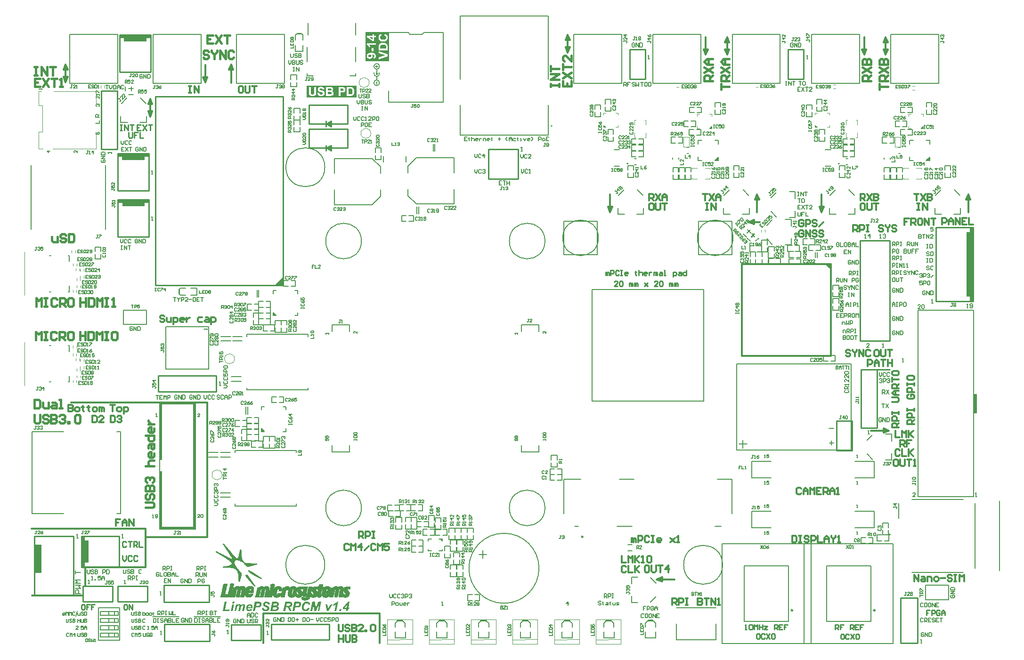
<source format=gto>
G04*
G04 #@! TF.GenerationSoftware,Altium Limited,Altium Designer,19.1.6 (110)*
G04*
G04 Layer_Color=65535*
%FSLAX44Y44*%
%MOMM*%
G71*
G01*
G75*
%ADD10C,0.2500*%
%ADD11C,0.2000*%
%ADD12C,0.3000*%
%ADD13C,0.1000*%
%ADD14C,0.1900*%
%ADD15C,0.4000*%
%ADD16C,0.1270*%
%ADD17C,0.2540*%
%ADD18C,0.1500*%
%ADD19C,0.0254*%
%ADD20C,0.0260*%
%ADD21C,0.1700*%
%ADD22C,0.3500*%
G36*
X214750Y1089750D02*
X206750D01*
Y1083750D01*
X186750Y1083750D01*
X166750Y1083750D01*
Y1089750D01*
X158750D01*
X158750Y1095750D01*
X214750D01*
X214750Y1089750D01*
D02*
G37*
G36*
X1412400Y929433D02*
X1408400D01*
Y932933D01*
X1408650Y933183D01*
X1412400Y929433D01*
D02*
G37*
G36*
X1032400Y929433D02*
X1028400D01*
Y932933D01*
X1028650Y933183D01*
X1032400Y929433D01*
D02*
G37*
G36*
X1602750Y927500D02*
X1599250D01*
X1599000Y927750D01*
X1602750Y931500D01*
Y927500D01*
D02*
G37*
G36*
X1222750D02*
X1219250D01*
X1219000Y927750D01*
X1222750Y931500D01*
Y927500D01*
D02*
G37*
G36*
X211250Y876250D02*
X203250D01*
Y870250D01*
X183250Y870250D01*
X163250Y870250D01*
Y876250D01*
X155250D01*
X155250Y882250D01*
X211250D01*
X211250Y876250D01*
D02*
G37*
G36*
X1614750Y869500D02*
X1607500Y869500D01*
X1614750Y876750D01*
X1614750Y869500D01*
D02*
G37*
G36*
X1234750D02*
X1227500Y869500D01*
X1234750Y876750D01*
X1234750Y869500D01*
D02*
G37*
G36*
X211500Y793500D02*
X203500D01*
Y787500D01*
X183500Y787500D01*
X163500Y787500D01*
Y793500D01*
X155500D01*
X155500Y799500D01*
X211500D01*
X211500Y793500D01*
D02*
G37*
G36*
X1437000Y683250D02*
Y675250D01*
X1429000Y683250D01*
X1437000D01*
X1437000Y683250D01*
D02*
G37*
G36*
X452750Y645000D02*
X437750Y645000D01*
X452750Y660000D01*
X452750Y645000D01*
D02*
G37*
G36*
X1687250Y624607D02*
X1681250D01*
Y740893D01*
X1687250D01*
Y624607D01*
D02*
G37*
G36*
X1693250Y616607D02*
X1687250D01*
Y748893D01*
X1693250D01*
Y616607D01*
D02*
G37*
G36*
X439500Y591000D02*
X434500D01*
Y596000D01*
X439500Y591000D01*
D02*
G37*
G36*
X295000Y435000D02*
Y431000D01*
Y211000D01*
Y207000D01*
X291000Y207000D01*
Y207000D01*
X235000D01*
Y207000D01*
X231000Y207000D01*
Y211000D01*
Y311000D01*
X235000D01*
X235000Y211000D01*
X291000D01*
Y431000D01*
X235000D01*
X235000Y331000D01*
X231000D01*
Y431000D01*
Y435000D01*
X235000Y435000D01*
Y435000D01*
X291000D01*
Y435000D01*
X295000Y435000D01*
D02*
G37*
G36*
X1699500Y415000D02*
X1693500D01*
Y450000D01*
X1699500D01*
Y415000D01*
D02*
G37*
G36*
X418250Y382250D02*
X413250D01*
Y387250D01*
X418250Y382250D01*
D02*
G37*
G36*
X738500Y185500D02*
X735500Y188500D01*
X735750Y188750D01*
X738500D01*
Y185500D01*
D02*
G37*
G36*
X96410Y186090D02*
X102410D01*
X102410Y166090D01*
X102410Y146090D01*
X96410D01*
Y138090D01*
X90410Y138090D01*
Y194090D01*
X96410Y194090D01*
Y186090D01*
D02*
G37*
G36*
X17870Y127947D02*
X5870Y127947D01*
Y178804D01*
X17870Y178804D01*
Y127947D01*
D02*
G37*
G36*
X642750Y1048250D02*
X621834D01*
D01*
X600250D01*
Y1100500D01*
X621834D01*
Y1100500D01*
X642750D01*
Y1048250D01*
D02*
G37*
G36*
X364632Y73014D02*
X361386D01*
X362003Y75951D01*
X365249D01*
X364632Y73014D01*
D02*
G37*
G36*
X422819Y76227D02*
X423030D01*
X423273Y76195D01*
X423565Y76179D01*
X423874Y76130D01*
X424214Y76065D01*
X424571Y76000D01*
X424945Y75903D01*
X425318Y75789D01*
X425708Y75659D01*
X426065Y75497D01*
X426438Y75318D01*
X426779Y75107D01*
X427087Y74864D01*
X427104Y74848D01*
X427152Y74799D01*
X427233Y74718D01*
X427347Y74620D01*
X427461Y74474D01*
X427607Y74312D01*
X427753Y74117D01*
X427915Y73890D01*
X428077Y73647D01*
X428223Y73371D01*
X428369Y73062D01*
X428516Y72738D01*
X428629Y72397D01*
X428727Y72024D01*
X428808Y71634D01*
X428856Y71212D01*
X425578Y71066D01*
Y71082D01*
Y71115D01*
X425562Y71179D01*
X425545Y71261D01*
X425529Y71358D01*
X425497Y71472D01*
X425415Y71731D01*
X425302Y72024D01*
X425156Y72332D01*
X424961Y72624D01*
X424701Y72884D01*
X424669Y72916D01*
X424620Y72949D01*
X424571Y72981D01*
X424490Y73030D01*
X424393Y73095D01*
X424279Y73143D01*
X424150Y73208D01*
X424003Y73273D01*
X423857Y73322D01*
X423679Y73387D01*
X423484Y73436D01*
X423257Y73468D01*
X423030Y73500D01*
X422786Y73533D01*
X422299D01*
X422169Y73517D01*
X422039Y73500D01*
X421731Y73468D01*
X421407Y73403D01*
X421066Y73322D01*
X420757Y73192D01*
X420628Y73111D01*
X420498Y73030D01*
X420465Y73014D01*
X420400Y72932D01*
X420303Y72835D01*
X420205Y72689D01*
X420092Y72494D01*
X419995Y72283D01*
X419930Y72040D01*
X419897Y71764D01*
Y71731D01*
X419913Y71650D01*
X419930Y71520D01*
X419962Y71342D01*
X420027Y71163D01*
X420124Y70968D01*
X420270Y70757D01*
X420449Y70579D01*
X420481Y70563D01*
X420514Y70530D01*
X420563Y70498D01*
X420628Y70449D01*
X420725Y70384D01*
X420839Y70319D01*
X420968Y70238D01*
X421114Y70157D01*
X421293Y70060D01*
X421488Y69946D01*
X421715Y69832D01*
X421975Y69703D01*
X422251Y69573D01*
X422559Y69427D01*
X422900Y69281D01*
X422916D01*
X422932Y69264D01*
X423030Y69232D01*
X423176Y69167D01*
X423354Y69070D01*
X423598Y68972D01*
X423857Y68842D01*
X424133Y68713D01*
X424442Y68566D01*
X425058Y68242D01*
X425367Y68080D01*
X425659Y67917D01*
X425935Y67739D01*
X426178Y67576D01*
X426389Y67414D01*
X426568Y67268D01*
X426584Y67252D01*
X426617Y67219D01*
X426682Y67154D01*
X426746Y67057D01*
X426844Y66943D01*
X426941Y66814D01*
X427039Y66651D01*
X427152Y66473D01*
X427266Y66278D01*
X427363Y66051D01*
X427461Y65823D01*
X427558Y65564D01*
X427623Y65272D01*
X427688Y64979D01*
X427720Y64671D01*
X427737Y64346D01*
Y64314D01*
Y64249D01*
X427720Y64135D01*
X427704Y63973D01*
X427688Y63795D01*
X427639Y63567D01*
X427590Y63324D01*
X427525Y63064D01*
X427428Y62772D01*
X427314Y62464D01*
X427168Y62155D01*
X426990Y61847D01*
X426795Y61522D01*
X426568Y61214D01*
X426292Y60889D01*
X425984Y60597D01*
X425967Y60581D01*
X425902Y60532D01*
X425805Y60451D01*
X425659Y60354D01*
X425480Y60240D01*
X425269Y60110D01*
X425026Y59964D01*
X424734Y59818D01*
X424409Y59672D01*
X424036Y59526D01*
X423646Y59396D01*
X423208Y59282D01*
X422738Y59185D01*
X422251Y59104D01*
X421715Y59055D01*
X421147Y59039D01*
X420936D01*
X420790Y59055D01*
X420595D01*
X420384Y59071D01*
X420141Y59104D01*
X419881Y59136D01*
X419589Y59169D01*
X419297Y59218D01*
X418680Y59347D01*
X418047Y59526D01*
X417738Y59623D01*
X417430Y59753D01*
X417414Y59769D01*
X417365Y59786D01*
X417284Y59834D01*
X417170Y59883D01*
X417040Y59964D01*
X416894Y60045D01*
X416570Y60272D01*
X416197Y60549D01*
X415823Y60889D01*
X415482Y61295D01*
X415336Y61522D01*
X415206Y61750D01*
Y61766D01*
X415174Y61814D01*
X415141Y61879D01*
X415109Y61977D01*
X415060Y62090D01*
X415012Y62236D01*
X414947Y62415D01*
X414898Y62593D01*
X414833Y62804D01*
X414785Y63032D01*
X414736Y63275D01*
X414687Y63535D01*
X414638Y64103D01*
X414622Y64703D01*
X417884Y64882D01*
Y64866D01*
Y64817D01*
X417901Y64736D01*
Y64639D01*
X417917Y64509D01*
X417933Y64363D01*
X417982Y64038D01*
X418047Y63681D01*
X418128Y63340D01*
X418258Y63015D01*
X418323Y62886D01*
X418404Y62772D01*
X418420Y62756D01*
X418436Y62740D01*
X418485Y62691D01*
X418550Y62642D01*
X418647Y62577D01*
X418745Y62496D01*
X418875Y62415D01*
X419037Y62334D01*
X419215Y62253D01*
X419410Y62172D01*
X419637Y62107D01*
X419897Y62025D01*
X420173Y61977D01*
X420481Y61928D01*
X420822Y61912D01*
X421179Y61896D01*
X421342D01*
X421455Y61912D01*
X421585D01*
X421747Y61928D01*
X421926Y61944D01*
X422104Y61977D01*
X422510Y62042D01*
X422900Y62155D01*
X423273Y62301D01*
X423452Y62399D01*
X423598Y62496D01*
X423614D01*
X423630Y62529D01*
X423711Y62610D01*
X423841Y62723D01*
X423987Y62902D01*
X424117Y63113D01*
X424247Y63356D01*
X424328Y63632D01*
X424361Y63778D01*
Y63941D01*
Y63957D01*
Y63973D01*
X424344Y64071D01*
X424328Y64200D01*
X424279Y64379D01*
X424214Y64574D01*
X424101Y64785D01*
X423955Y64996D01*
X423744Y65190D01*
X423727Y65207D01*
X423695Y65223D01*
X423646Y65255D01*
X423581Y65304D01*
X423500Y65353D01*
X423403Y65418D01*
X423289Y65483D01*
X423143Y65564D01*
X422965Y65645D01*
X422770Y65759D01*
X422559Y65856D01*
X422299Y65986D01*
X422023Y66116D01*
X421699Y66262D01*
X421358Y66408D01*
X421342Y66424D01*
X421277Y66440D01*
X421179Y66489D01*
X421049Y66554D01*
X420887Y66619D01*
X420692Y66700D01*
X420498Y66797D01*
X420287Y66895D01*
X419816Y67122D01*
X419345Y67349D01*
X418907Y67593D01*
X418712Y67690D01*
X418534Y67804D01*
X418517D01*
X418501Y67836D01*
X418453Y67868D01*
X418388Y67901D01*
X418225Y68031D01*
X418031Y68193D01*
X417803Y68404D01*
X417576Y68664D01*
X417349Y68940D01*
X417138Y69264D01*
Y69281D01*
X417122Y69313D01*
X417089Y69362D01*
X417057Y69427D01*
X417024Y69508D01*
X416976Y69605D01*
X416894Y69865D01*
X416797Y70173D01*
X416716Y70530D01*
X416651Y70920D01*
X416635Y71358D01*
Y71391D01*
Y71455D01*
X416651Y71569D01*
Y71715D01*
X416683Y71894D01*
X416716Y72105D01*
X416765Y72332D01*
X416829Y72592D01*
X416911Y72851D01*
X417008Y73143D01*
X417122Y73436D01*
X417268Y73728D01*
X417446Y74020D01*
X417641Y74296D01*
X417884Y74588D01*
X418144Y74848D01*
X418160Y74864D01*
X418209Y74913D01*
X418307Y74977D01*
X418420Y75059D01*
X418582Y75172D01*
X418777Y75286D01*
X419004Y75416D01*
X419264Y75546D01*
X419556Y75675D01*
X419897Y75805D01*
X420254Y75919D01*
X420644Y76033D01*
X421066Y76114D01*
X421536Y76179D01*
X422023Y76227D01*
X422543Y76244D01*
X422673D01*
X422819Y76227D01*
D02*
G37*
G36*
X495418D02*
X495613D01*
X495840Y76195D01*
X496100Y76162D01*
X496392Y76114D01*
X496716Y76065D01*
X497057Y75984D01*
X497414Y75886D01*
X497771Y75773D01*
X498145Y75627D01*
X498502Y75464D01*
X498859Y75270D01*
X499200Y75042D01*
X499524Y74783D01*
X499541Y74767D01*
X499589Y74718D01*
X499687Y74637D01*
X499784Y74523D01*
X499930Y74377D01*
X500076Y74198D01*
X500239Y73987D01*
X500401Y73744D01*
X500579Y73484D01*
X500742Y73192D01*
X500904Y72867D01*
X501066Y72510D01*
X501212Y72137D01*
X501326Y71731D01*
X501440Y71293D01*
X501505Y70839D01*
X498226Y70530D01*
Y70546D01*
X498210Y70595D01*
X498194Y70676D01*
X498177Y70774D01*
X498145Y70887D01*
X498096Y71017D01*
X497999Y71342D01*
X497853Y71683D01*
X497658Y72024D01*
X497447Y72348D01*
X497317Y72494D01*
X497171Y72624D01*
X497155D01*
X497138Y72656D01*
X497090Y72689D01*
X497025Y72721D01*
X496944Y72786D01*
X496863Y72835D01*
X496619Y72965D01*
X496327Y73078D01*
X495970Y73192D01*
X495564Y73257D01*
X495093Y73289D01*
X494964D01*
X494850Y73273D01*
X494736Y73257D01*
X494574Y73241D01*
X494412Y73225D01*
X494233Y73176D01*
X493828Y73078D01*
X493389Y72916D01*
X493146Y72819D01*
X492919Y72705D01*
X492675Y72575D01*
X492448Y72413D01*
X492432Y72397D01*
X492399Y72381D01*
X492334Y72316D01*
X492237Y72251D01*
X492140Y72153D01*
X492026Y72040D01*
X491880Y71910D01*
X491734Y71748D01*
X491588Y71569D01*
X491425Y71374D01*
X491263Y71147D01*
X491101Y70904D01*
X490938Y70644D01*
X490776Y70352D01*
X490630Y70043D01*
X490484Y69703D01*
Y69686D01*
X490452Y69621D01*
X490419Y69524D01*
X490370Y69394D01*
X490322Y69216D01*
X490257Y69021D01*
X490192Y68810D01*
X490127Y68566D01*
X490046Y68291D01*
X489981Y67998D01*
X489867Y67382D01*
X489786Y66732D01*
X489770Y66392D01*
X489754Y66051D01*
Y66034D01*
Y65970D01*
Y65856D01*
X489770Y65726D01*
X489786Y65547D01*
X489802Y65353D01*
X489835Y65142D01*
X489867Y64914D01*
X489981Y64411D01*
X490062Y64152D01*
X490159Y63892D01*
X490257Y63649D01*
X490387Y63389D01*
X490533Y63162D01*
X490695Y62951D01*
X490711Y62934D01*
X490744Y62902D01*
X490792Y62853D01*
X490873Y62788D01*
X490955Y62691D01*
X491068Y62610D01*
X491198Y62512D01*
X491360Y62415D01*
X491523Y62301D01*
X491701Y62204D01*
X492107Y62042D01*
X492334Y61961D01*
X492561Y61912D01*
X492821Y61879D01*
X493081Y61863D01*
X493211D01*
X493308Y61879D01*
X493422Y61896D01*
X493568Y61912D01*
X493714Y61928D01*
X493892Y61977D01*
X494266Y62074D01*
X494672Y62220D01*
X494883Y62318D01*
X495093Y62448D01*
X495304Y62577D01*
X495516Y62723D01*
X495532Y62740D01*
X495564Y62772D01*
X495629Y62821D01*
X495694Y62886D01*
X495791Y62967D01*
X495889Y63081D01*
X496019Y63210D01*
X496132Y63373D01*
X496262Y63535D01*
X496408Y63730D01*
X496538Y63941D01*
X496684Y64168D01*
X496814Y64411D01*
X496944Y64671D01*
X497057Y64963D01*
X497171Y65272D01*
X500628Y64736D01*
X500612Y64703D01*
X500579Y64606D01*
X500514Y64476D01*
X500433Y64282D01*
X500336Y64038D01*
X500206Y63778D01*
X500044Y63470D01*
X499865Y63162D01*
X499654Y62821D01*
X499427Y62464D01*
X499184Y62107D01*
X498908Y61766D01*
X498615Y61409D01*
X498291Y61068D01*
X497950Y60760D01*
X497577Y60467D01*
X497561Y60451D01*
X497479Y60402D01*
X497366Y60338D01*
X497220Y60240D01*
X497025Y60127D01*
X496798Y60013D01*
X496538Y59867D01*
X496230Y59737D01*
X495905Y59607D01*
X495532Y59477D01*
X495158Y59347D01*
X494736Y59234D01*
X494298Y59136D01*
X493828Y59071D01*
X493357Y59023D01*
X492854Y59007D01*
X492724D01*
X492561Y59023D01*
X492351Y59039D01*
X492091Y59055D01*
X491799Y59104D01*
X491474Y59153D01*
X491117Y59234D01*
X490744Y59331D01*
X490354Y59461D01*
X489948Y59607D01*
X489559Y59786D01*
X489169Y59997D01*
X488780Y60240D01*
X488423Y60516D01*
X488082Y60841D01*
X488066Y60857D01*
X488017Y60922D01*
X487920Y61035D01*
X487822Y61182D01*
X487692Y61376D01*
X487546Y61603D01*
X487384Y61879D01*
X487238Y62204D01*
X487076Y62561D01*
X486913Y62951D01*
X486767Y63389D01*
X486637Y63876D01*
X486540Y64379D01*
X486459Y64947D01*
X486394Y65547D01*
X486378Y66181D01*
Y66197D01*
Y66213D01*
Y66310D01*
Y66456D01*
X486394Y66667D01*
X486410Y66911D01*
X486443Y67203D01*
X486475Y67528D01*
X486524Y67901D01*
X486572Y68291D01*
X486654Y68696D01*
X486751Y69134D01*
X486865Y69573D01*
X486994Y70027D01*
X487141Y70482D01*
X487319Y70936D01*
X487514Y71374D01*
X487530Y71407D01*
X487562Y71472D01*
X487627Y71602D01*
X487725Y71764D01*
X487838Y71959D01*
X487985Y72186D01*
X488147Y72429D01*
X488341Y72705D01*
X488569Y72997D01*
X488796Y73289D01*
X489072Y73582D01*
X489348Y73890D01*
X489656Y74182D01*
X489981Y74458D01*
X490338Y74734D01*
X490711Y74977D01*
X490727Y74994D01*
X490809Y75026D01*
X490922Y75091D01*
X491068Y75172D01*
X491263Y75270D01*
X491490Y75383D01*
X491750Y75497D01*
X492042Y75610D01*
X492351Y75724D01*
X492691Y75838D01*
X493065Y75951D01*
X493454Y76049D01*
X493860Y76130D01*
X494282Y76195D01*
X494720Y76227D01*
X495158Y76244D01*
X495272D01*
X495418Y76227D01*
D02*
G37*
G36*
X381496Y71634D02*
X381609D01*
X381755Y71618D01*
X382080Y71553D01*
X382437Y71455D01*
X382810Y71326D01*
X383184Y71131D01*
X383346Y71001D01*
X383508Y70871D01*
X383524Y70855D01*
X383541Y70839D01*
X383589Y70790D01*
X383638Y70725D01*
X383703Y70644D01*
X383768Y70563D01*
X383914Y70319D01*
X384060Y70027D01*
X384190Y69670D01*
X384287Y69264D01*
X384303Y69037D01*
X384320Y68810D01*
Y68777D01*
Y68696D01*
X384303Y68615D01*
Y68534D01*
X384287Y68436D01*
X384271Y68307D01*
X384255Y68177D01*
X384222Y68014D01*
X384206Y67836D01*
X384174Y67641D01*
X384125Y67430D01*
X384092Y67203D01*
X384044Y66943D01*
X383979Y66667D01*
X382404Y59315D01*
X379158D01*
X380716Y66667D01*
Y66684D01*
X380733Y66732D01*
X380749Y66797D01*
X380765Y66878D01*
X380781Y66992D01*
X380814Y67122D01*
X380863Y67382D01*
X380911Y67657D01*
X380960Y67901D01*
X380976Y68014D01*
X380992Y68112D01*
X381009Y68177D01*
Y68225D01*
Y68242D01*
Y68307D01*
X380992Y68404D01*
X380976Y68518D01*
X380927Y68647D01*
X380879Y68777D01*
X380798Y68907D01*
X380700Y69021D01*
X380684Y69037D01*
X380652Y69069D01*
X380570Y69118D01*
X380473Y69183D01*
X380343Y69232D01*
X380197Y69281D01*
X380002Y69313D01*
X379791Y69329D01*
X379678D01*
X379580Y69313D01*
X379483Y69297D01*
X379353Y69264D01*
X379061Y69167D01*
X378899Y69102D01*
X378720Y69021D01*
X378541Y68907D01*
X378363Y68777D01*
X378168Y68631D01*
X377990Y68453D01*
X377795Y68258D01*
X377616Y68031D01*
Y68014D01*
X377584Y67982D01*
X377551Y67933D01*
X377503Y67852D01*
X377438Y67755D01*
X377373Y67625D01*
X377292Y67463D01*
X377194Y67284D01*
X377113Y67073D01*
X377016Y66830D01*
X376902Y66570D01*
X376805Y66278D01*
X376707Y65937D01*
X376610Y65580D01*
X376513Y65190D01*
X376415Y64768D01*
X375279Y59315D01*
X372033D01*
X373543Y66603D01*
Y66619D01*
X373559Y66651D01*
X373575Y66716D01*
X373591Y66797D01*
X373607Y66911D01*
X373624Y67024D01*
X373672Y67268D01*
X373721Y67544D01*
X373770Y67820D01*
X373786Y68047D01*
X373802Y68144D01*
Y68225D01*
Y68242D01*
Y68307D01*
X373786Y68404D01*
X373770Y68502D01*
X373721Y68631D01*
X373672Y68761D01*
X373591Y68891D01*
X373478Y69021D01*
X373461Y69037D01*
X373413Y69069D01*
X373348Y69118D01*
X373250Y69183D01*
X373120Y69232D01*
X372958Y69281D01*
X372780Y69313D01*
X372585Y69329D01*
X372487D01*
X372390Y69313D01*
X372244Y69297D01*
X372082Y69248D01*
X371887Y69199D01*
X371692Y69118D01*
X371481Y69005D01*
X371449Y68988D01*
X371384Y68940D01*
X371287Y68875D01*
X371140Y68777D01*
X370994Y68647D01*
X370832Y68502D01*
X370653Y68323D01*
X370491Y68128D01*
X370475Y68096D01*
X370426Y68031D01*
X370345Y67901D01*
X370248Y67739D01*
X370134Y67544D01*
X370004Y67300D01*
X369874Y67008D01*
X369761Y66700D01*
Y66684D01*
X369728Y66619D01*
X369696Y66489D01*
X369680Y66408D01*
X369647Y66310D01*
X369615Y66197D01*
X369582Y66067D01*
X369550Y65921D01*
X369501Y65742D01*
X369469Y65564D01*
X369420Y65336D01*
X369355Y65109D01*
X369306Y64850D01*
X368154Y59315D01*
X364908D01*
X367424Y71374D01*
X370475D01*
X370183Y69897D01*
X370199Y69914D01*
X370264Y69978D01*
X370361Y70060D01*
X370491Y70173D01*
X370653Y70303D01*
X370864Y70449D01*
X371076Y70611D01*
X371335Y70774D01*
X371611Y70936D01*
X371903Y71098D01*
X372212Y71244D01*
X372536Y71374D01*
X372877Y71488D01*
X373234Y71569D01*
X373591Y71634D01*
X373965Y71650D01*
X374094D01*
X374192Y71634D01*
X374305D01*
X374435Y71618D01*
X374744Y71585D01*
X375068Y71504D01*
X375425Y71407D01*
X375766Y71277D01*
X376058Y71082D01*
X376074D01*
X376091Y71050D01*
X376172Y70985D01*
X376302Y70855D01*
X376464Y70676D01*
X376626Y70449D01*
X376772Y70173D01*
X376918Y69865D01*
X377016Y69508D01*
Y69524D01*
X377048Y69556D01*
X377081Y69589D01*
X377130Y69654D01*
X377276Y69832D01*
X377486Y70043D01*
X377730Y70287D01*
X378038Y70530D01*
X378412Y70790D01*
X378817Y71033D01*
X378834D01*
X378866Y71066D01*
X378931Y71098D01*
X379029Y71131D01*
X379126Y71179D01*
X379256Y71228D01*
X379402Y71277D01*
X379564Y71342D01*
X379921Y71455D01*
X380343Y71553D01*
X380781Y71618D01*
X381252Y71650D01*
X381398D01*
X381496Y71634D01*
D02*
G37*
G36*
X517865Y59315D02*
X514765D01*
X517638Y73111D01*
X511470Y59315D01*
X508224D01*
X507607Y73208D01*
X504978Y59315D01*
X501878D01*
X505351Y75951D01*
X510237D01*
X510756Y64509D01*
X515982Y75951D01*
X520884D01*
X517865Y59315D01*
D02*
G37*
G36*
X533722D02*
X530914D01*
X528512Y71374D01*
X531710D01*
X532554Y66099D01*
Y66083D01*
X532570Y66002D01*
X532586Y65905D01*
X532602Y65759D01*
X532635Y65580D01*
X532667Y65385D01*
X532700Y65174D01*
X532732Y64947D01*
X532813Y64476D01*
X532878Y64006D01*
X532911Y63795D01*
X532927Y63600D01*
X532960Y63421D01*
X532976Y63275D01*
Y63292D01*
X533008Y63324D01*
X533041Y63405D01*
X533122Y63519D01*
X533171Y63600D01*
X533219Y63713D01*
X533284Y63827D01*
X533365Y63957D01*
X533446Y64119D01*
X533544Y64298D01*
X533657Y64493D01*
X533771Y64720D01*
X533787Y64736D01*
X533803Y64769D01*
X533836Y64833D01*
X533885Y64931D01*
X533933Y65028D01*
X533998Y65142D01*
X534144Y65401D01*
X534290Y65661D01*
X534420Y65921D01*
X534485Y66034D01*
X534534Y66132D01*
X534582Y66213D01*
X534615Y66278D01*
X537618Y71374D01*
X541140D01*
X533722Y59315D01*
D02*
G37*
G36*
X569884Y65483D02*
X571913D01*
X571329Y62707D01*
X569300D01*
X568586Y59315D01*
X565534D01*
X566232Y62707D01*
X559707Y62707D01*
X560259Y65434D01*
X569251Y75951D01*
X572059D01*
X569884Y65483D01*
D02*
G37*
G36*
X556851Y59315D02*
X553621D01*
X554286Y62464D01*
X557516D01*
X556851Y59315D01*
D02*
G37*
G36*
X548054D02*
X544775D01*
X547178Y70823D01*
X547161D01*
X547129Y70790D01*
X547080Y70757D01*
X546999Y70709D01*
X546902Y70660D01*
X546788Y70595D01*
X546658Y70514D01*
X546496Y70433D01*
X546155Y70238D01*
X545749Y70043D01*
X545311Y69832D01*
X544824Y69621D01*
X544808D01*
X544759Y69605D01*
X544694Y69573D01*
X544597Y69540D01*
X544483Y69492D01*
X544353Y69443D01*
X544191Y69378D01*
X544029Y69313D01*
X543655Y69199D01*
X543266Y69070D01*
X542860Y68956D01*
X542454Y68859D01*
X543071Y71764D01*
X543087D01*
X543120Y71780D01*
X543185Y71813D01*
X543250Y71845D01*
X543363Y71894D01*
X543477Y71942D01*
X543607Y72007D01*
X543769Y72088D01*
X544110Y72267D01*
X544516Y72478D01*
X544970Y72721D01*
X545457Y72981D01*
X545976Y73289D01*
X546512Y73614D01*
X547048Y73971D01*
X547583Y74345D01*
X548119Y74750D01*
X548638Y75156D01*
X549125Y75594D01*
X549580Y76049D01*
X551544D01*
X548054Y59315D01*
D02*
G37*
G36*
X480291Y75935D02*
X480470D01*
X480664Y75919D01*
X480876Y75903D01*
X481330Y75838D01*
X481817Y75773D01*
X482271Y75659D01*
X482499Y75594D01*
X482693Y75513D01*
X482710D01*
X482742Y75497D01*
X482791Y75464D01*
X482872Y75432D01*
X483067Y75335D01*
X483294Y75172D01*
X483570Y74977D01*
X483846Y74734D01*
X484122Y74442D01*
X484365Y74101D01*
Y74085D01*
X484398Y74052D01*
X484430Y74004D01*
X484462Y73923D01*
X484511Y73841D01*
X484560Y73728D01*
X484608Y73598D01*
X484673Y73452D01*
X484787Y73111D01*
X484884Y72705D01*
X484949Y72251D01*
X484982Y71764D01*
Y71748D01*
Y71715D01*
Y71634D01*
Y71553D01*
X484966Y71439D01*
X484949Y71309D01*
X484933Y71163D01*
X484917Y70985D01*
X484852Y70612D01*
X484771Y70206D01*
X484641Y69767D01*
X484479Y69313D01*
Y69297D01*
X484462Y69264D01*
X484430Y69199D01*
X484398Y69118D01*
X484349Y69021D01*
X484284Y68907D01*
X484154Y68631D01*
X483975Y68323D01*
X483764Y68015D01*
X483537Y67706D01*
X483278Y67414D01*
X483245Y67382D01*
X483164Y67300D01*
X483018Y67171D01*
X482823Y67008D01*
X482596Y66830D01*
X482336Y66651D01*
X482060Y66489D01*
X481752Y66327D01*
X481736D01*
X481720Y66310D01*
X481671Y66294D01*
X481606Y66262D01*
X481525Y66229D01*
X481427Y66197D01*
X481314Y66164D01*
X481168Y66116D01*
X480859Y66018D01*
X480486Y65937D01*
X480048Y65840D01*
X479561Y65759D01*
X479528D01*
X479480Y65742D01*
X479301D01*
X479188Y65726D01*
X479041D01*
X478879Y65710D01*
X478684Y65694D01*
X478473D01*
X478214Y65677D01*
X477646D01*
X477305Y65661D01*
X474351D01*
X473020Y59315D01*
X469611D01*
X473085Y75951D01*
X480145D01*
X480291Y75935D01*
D02*
G37*
G36*
X464239D02*
X464418D01*
X464629Y75919D01*
X464856Y75903D01*
X465327Y75854D01*
X465813Y75773D01*
X466300Y75675D01*
X466511Y75610D01*
X466722Y75546D01*
X466739D01*
X466771Y75529D01*
X466820Y75497D01*
X466901Y75464D01*
X466998Y75432D01*
X467096Y75367D01*
X467339Y75221D01*
X467615Y75026D01*
X467907Y74783D01*
X468183Y74474D01*
X468443Y74117D01*
Y74101D01*
X468475Y74069D01*
X468508Y74020D01*
X468540Y73939D01*
X468605Y73825D01*
X468654Y73712D01*
X468719Y73565D01*
X468784Y73419D01*
X468832Y73241D01*
X468897Y73046D01*
X469011Y72608D01*
X469076Y72121D01*
X469108Y71585D01*
Y71569D01*
Y71488D01*
Y71374D01*
X469092Y71228D01*
X469076Y71050D01*
X469043Y70839D01*
X468995Y70612D01*
X468946Y70352D01*
X468881Y70076D01*
X468800Y69800D01*
X468686Y69508D01*
X468573Y69216D01*
X468427Y68924D01*
X468248Y68631D01*
X468053Y68339D01*
X467826Y68080D01*
X467810Y68063D01*
X467761Y68015D01*
X467696Y67950D01*
X467583Y67852D01*
X467453Y67755D01*
X467290Y67625D01*
X467096Y67495D01*
X466869Y67349D01*
X466609Y67203D01*
X466333Y67057D01*
X466008Y66911D01*
X465667Y66781D01*
X465294Y66651D01*
X464888Y66538D01*
X464450Y66456D01*
X463979Y66375D01*
X464012Y66343D01*
X464093Y66262D01*
X464223Y66132D01*
X464385Y65970D01*
X464580Y65742D01*
X464775Y65466D01*
X465002Y65158D01*
X465213Y64817D01*
X465229Y64801D01*
X465262Y64720D01*
X465327Y64622D01*
X465408Y64460D01*
X465521Y64265D01*
X465651Y64022D01*
X465797Y63730D01*
X465960Y63405D01*
X466154Y63032D01*
X466349Y62626D01*
X466560Y62172D01*
X466787Y61668D01*
X467015Y61149D01*
X467258Y60565D01*
X467518Y59964D01*
X467777Y59315D01*
X464093D01*
Y59331D01*
X464077Y59380D01*
X464044Y59461D01*
X463996Y59575D01*
X463947Y59737D01*
X463882Y59915D01*
X463801Y60127D01*
X463703Y60386D01*
X463590Y60678D01*
X463476Y61003D01*
X463330Y61360D01*
X463168Y61750D01*
X462989Y62188D01*
X462795Y62659D01*
X462584Y63162D01*
X462356Y63697D01*
Y63713D01*
X462324Y63762D01*
X462291Y63843D01*
X462226Y63957D01*
X462162Y64087D01*
X462097Y64233D01*
X461902Y64574D01*
X461675Y64947D01*
X461415Y65304D01*
X461285Y65466D01*
X461139Y65629D01*
X460993Y65759D01*
X460847Y65872D01*
X460831Y65888D01*
X460750Y65921D01*
X460636Y65986D01*
X460457Y66051D01*
X460214Y66099D01*
X459938Y66164D01*
X459581Y66197D01*
X459370Y66213D01*
X457763D01*
X456319Y59315D01*
X452910D01*
X456384Y75951D01*
X464077D01*
X464239Y75935D01*
D02*
G37*
G36*
X439552D02*
X439763D01*
X440185Y75919D01*
X440624Y75903D01*
X440818Y75886D01*
X441013Y75870D01*
X441192Y75854D01*
X441338Y75838D01*
X441354D01*
X441386Y75821D01*
X441451D01*
X441549Y75805D01*
X441646Y75789D01*
X441776Y75757D01*
X442068Y75692D01*
X442393Y75594D01*
X442734Y75464D01*
X443091Y75318D01*
X443415Y75140D01*
X443432D01*
X443448Y75124D01*
X443496Y75091D01*
X443561Y75042D01*
X443707Y74929D01*
X443902Y74783D01*
X444113Y74588D01*
X444324Y74361D01*
X444535Y74085D01*
X444714Y73776D01*
Y73760D01*
X444730Y73744D01*
X444762Y73695D01*
X444779Y73630D01*
X444860Y73452D01*
X444941Y73225D01*
X445022Y72949D01*
X445103Y72640D01*
X445152Y72283D01*
X445168Y71910D01*
Y71894D01*
Y71845D01*
Y71780D01*
X445152Y71683D01*
Y71553D01*
X445136Y71407D01*
X445103Y71261D01*
X445071Y71082D01*
X444973Y70709D01*
X444843Y70303D01*
X444649Y69897D01*
X444519Y69686D01*
X444389Y69492D01*
X444373Y69475D01*
X444357Y69443D01*
X444308Y69394D01*
X444243Y69329D01*
X444162Y69248D01*
X444064Y69151D01*
X443951Y69037D01*
X443805Y68924D01*
X443659Y68810D01*
X443480Y68680D01*
X443285Y68550D01*
X443074Y68420D01*
X442831Y68307D01*
X442588Y68177D01*
X442312Y68063D01*
X442019Y67966D01*
X442036D01*
X442068Y67950D01*
X442149Y67933D01*
X442230Y67901D01*
X442328Y67852D01*
X442458Y67804D01*
X442750Y67674D01*
X443058Y67495D01*
X443383Y67284D01*
X443707Y67008D01*
X443999Y66700D01*
X444016Y66684D01*
X444032Y66667D01*
X444064Y66603D01*
X444113Y66538D01*
X444162Y66456D01*
X444227Y66359D01*
X444373Y66116D01*
X444503Y65807D01*
X444616Y65466D01*
X444697Y65093D01*
X444730Y64882D01*
Y64671D01*
Y64655D01*
Y64606D01*
Y64525D01*
X444714Y64411D01*
X444697Y64282D01*
X444681Y64135D01*
X444665Y63957D01*
X444616Y63762D01*
X444519Y63324D01*
X444373Y62837D01*
X444276Y62594D01*
X444162Y62334D01*
X444016Y62090D01*
X443870Y61831D01*
X443853Y61814D01*
X443837Y61766D01*
X443788Y61701D01*
X443707Y61620D01*
X443626Y61506D01*
X443513Y61376D01*
X443399Y61230D01*
X443253Y61084D01*
X443091Y60922D01*
X442912Y60776D01*
X442717Y60613D01*
X442523Y60451D01*
X442052Y60143D01*
X441792Y60013D01*
X441516Y59899D01*
X441500D01*
X441451Y59867D01*
X441354Y59851D01*
X441240Y59802D01*
X441094Y59769D01*
X440900Y59721D01*
X440689Y59656D01*
X440445Y59607D01*
X440169Y59558D01*
X439861Y59493D01*
X439520Y59445D01*
X439147Y59412D01*
X438757Y59364D01*
X438335Y59347D01*
X437881Y59315D01*
X429571D01*
X433044Y75951D01*
X439374D01*
X439552Y75935D01*
D02*
G37*
G36*
X409266Y75935D02*
X409445D01*
X409639Y75919D01*
X409850Y75903D01*
X410305Y75838D01*
X410792Y75773D01*
X411246Y75659D01*
X411473Y75594D01*
X411668Y75513D01*
X411684D01*
X411717Y75497D01*
X411766Y75464D01*
X411847Y75432D01*
X412042Y75335D01*
X412269Y75172D01*
X412545Y74977D01*
X412821Y74734D01*
X413097Y74442D01*
X413340Y74101D01*
Y74085D01*
X413372Y74052D01*
X413405Y74004D01*
X413437Y73923D01*
X413486Y73841D01*
X413535Y73728D01*
X413583Y73598D01*
X413648Y73452D01*
X413762Y73111D01*
X413859Y72705D01*
X413924Y72251D01*
X413957Y71764D01*
Y71748D01*
Y71715D01*
Y71634D01*
Y71553D01*
X413941Y71439D01*
X413924Y71309D01*
X413908Y71163D01*
X413892Y70985D01*
X413827Y70611D01*
X413746Y70206D01*
X413616Y69767D01*
X413454Y69313D01*
Y69297D01*
X413437Y69264D01*
X413405Y69199D01*
X413372Y69118D01*
X413324Y69021D01*
X413259Y68907D01*
X413129Y68631D01*
X412950Y68323D01*
X412739Y68014D01*
X412512Y67706D01*
X412253Y67414D01*
X412220Y67382D01*
X412139Y67300D01*
X411993Y67171D01*
X411798Y67008D01*
X411571Y66830D01*
X411311Y66651D01*
X411035Y66489D01*
X410727Y66327D01*
X410711D01*
X410694Y66310D01*
X410646Y66294D01*
X410581Y66262D01*
X410500Y66229D01*
X410402Y66197D01*
X410289Y66164D01*
X410143Y66116D01*
X409834Y66018D01*
X409461Y65937D01*
X409023Y65840D01*
X408536Y65759D01*
X408503D01*
X408455Y65742D01*
X408276D01*
X408162Y65726D01*
X408016D01*
X407854Y65710D01*
X407659Y65694D01*
X407448D01*
X407188Y65677D01*
X406620D01*
X406280Y65661D01*
X403326D01*
X401995Y59315D01*
X398586D01*
X402060Y75951D01*
X409120D01*
X409266Y75935D01*
D02*
G37*
G36*
X361775Y59315D02*
X358529D01*
X361045Y71374D01*
X364291D01*
X361775Y59315D01*
D02*
G37*
G36*
X348434Y62090D02*
X356922D01*
X356338Y59315D01*
X344441D01*
X347914Y75951D01*
X351323D01*
X348434Y62090D01*
D02*
G37*
G36*
X392987Y71634D02*
X393149D01*
X393328Y71602D01*
X393555Y71585D01*
X393782Y71537D01*
X394058Y71472D01*
X394334Y71407D01*
X394610Y71309D01*
X394902Y71196D01*
X395194Y71066D01*
X395486Y70904D01*
X395778Y70725D01*
X396038Y70514D01*
X396298Y70271D01*
X396314Y70254D01*
X396363Y70206D01*
X396428Y70125D01*
X396509Y70027D01*
X396606Y69881D01*
X396720Y69703D01*
X396833Y69508D01*
X396963Y69281D01*
X397077Y69021D01*
X397191Y68745D01*
X397304Y68420D01*
X397402Y68080D01*
X397499Y67706D01*
X397564Y67317D01*
X397596Y66895D01*
X397612Y66440D01*
Y66424D01*
Y66392D01*
Y66327D01*
Y66245D01*
Y66148D01*
X397596Y66018D01*
X397580Y65742D01*
X397564Y65418D01*
X397515Y65061D01*
X397466Y64687D01*
X397385Y64330D01*
X389221D01*
Y64298D01*
Y64217D01*
X389205Y64119D01*
Y64022D01*
Y64006D01*
Y63973D01*
Y63908D01*
X389221Y63827D01*
Y63713D01*
X389238Y63600D01*
X389286Y63324D01*
X389367Y63015D01*
X389497Y62707D01*
X389660Y62382D01*
X389887Y62090D01*
X389903D01*
X389919Y62058D01*
X390017Y61977D01*
X390163Y61863D01*
X390357Y61733D01*
X390601Y61587D01*
X390893Y61474D01*
X391201Y61392D01*
X391380Y61376D01*
X391558Y61360D01*
X391623D01*
X391721Y61376D01*
X391834Y61392D01*
X391964Y61409D01*
X392127Y61441D01*
X392305Y61506D01*
X392500Y61571D01*
X392695Y61652D01*
X392906Y61766D01*
X393117Y61912D01*
X393328Y62058D01*
X393539Y62253D01*
X393733Y62480D01*
X393928Y62740D01*
X394107Y63032D01*
X397028Y62545D01*
X397012Y62529D01*
X396996Y62464D01*
X396947Y62382D01*
X396866Y62253D01*
X396785Y62107D01*
X396687Y61944D01*
X396558Y61766D01*
X396428Y61555D01*
X396265Y61344D01*
X396087Y61133D01*
X395697Y60694D01*
X395243Y60272D01*
X394999Y60094D01*
X394740Y59915D01*
X394723Y59899D01*
X394675Y59883D01*
X394594Y59834D01*
X394496Y59786D01*
X394350Y59721D01*
X394188Y59640D01*
X394009Y59558D01*
X393798Y59477D01*
X393571Y59396D01*
X393328Y59315D01*
X393068Y59250D01*
X392792Y59169D01*
X392192Y59071D01*
X391867Y59055D01*
X391542Y59039D01*
X391429D01*
X391315Y59055D01*
X391137Y59071D01*
X390925Y59088D01*
X390698Y59120D01*
X390422Y59169D01*
X390130Y59234D01*
X389822Y59315D01*
X389513Y59412D01*
X389173Y59542D01*
X388848Y59688D01*
X388507Y59851D01*
X388199Y60062D01*
X387874Y60289D01*
X387582Y60565D01*
X387566Y60581D01*
X387517Y60630D01*
X387436Y60727D01*
X387355Y60841D01*
X387225Y61003D01*
X387111Y61182D01*
X386965Y61409D01*
X386835Y61652D01*
X386689Y61928D01*
X386543Y62236D01*
X386430Y62577D01*
X386316Y62934D01*
X386219Y63324D01*
X386138Y63730D01*
X386089Y64184D01*
X386073Y64639D01*
Y64671D01*
Y64752D01*
X386089Y64882D01*
Y65061D01*
X386121Y65272D01*
X386138Y65515D01*
X386186Y65807D01*
X386251Y66116D01*
X386316Y66440D01*
X386413Y66797D01*
X386511Y67154D01*
X386641Y67528D01*
X386803Y67917D01*
X386981Y68291D01*
X387192Y68664D01*
X387436Y69037D01*
X387452Y69069D01*
X387517Y69151D01*
X387631Y69281D01*
X387777Y69443D01*
X387971Y69638D01*
X388215Y69865D01*
X388491Y70108D01*
X388799Y70352D01*
X389156Y70595D01*
X389562Y70822D01*
X390000Y71050D01*
X390471Y71244D01*
X390990Y71407D01*
X391542Y71537D01*
X392143Y71618D01*
X392776Y71650D01*
X392873D01*
X392987Y71634D01*
D02*
G37*
G36*
X585000Y1004500D02*
Y983250D01*
X494500D01*
Y1004500D01*
X585000D01*
D02*
G37*
%LPC*%
G36*
X619014Y1096143D02*
X613109D01*
Y1094159D01*
X602940D01*
Y1096143D01*
Y1084630D01*
Y1091581D01*
X613125Y1084630D01*
X602940D01*
X615796D01*
Y1091191D01*
X619014D01*
Y1094159D01*
X615796D01*
Y1096143D01*
X619014D01*
D02*
G37*
G36*
X635400Y1097416D02*
X634401Y1094276D01*
X634713Y1094198D01*
X635025Y1094104D01*
X635291Y1093995D01*
X635557Y1093901D01*
X635791Y1093792D01*
X635994Y1093667D01*
X636181Y1093558D01*
X636353Y1093448D01*
X636510Y1093354D01*
X636634Y1093245D01*
X636744Y1093167D01*
X636838Y1093089D01*
X636900Y1093027D01*
X636947Y1092980D01*
X636978Y1092948D01*
X636994Y1092933D01*
X637134Y1092761D01*
X637259Y1092573D01*
X637369Y1092386D01*
X637462Y1092199D01*
X637603Y1091824D01*
X637697Y1091480D01*
X637744Y1091324D01*
X637759Y1091168D01*
X637775Y1091043D01*
X637790Y1090933D01*
X637806Y1090839D01*
Y1090715D01*
X637790Y1090402D01*
X637744Y1090090D01*
X637681Y1089809D01*
X637603Y1089527D01*
X637509Y1089277D01*
X637400Y1089043D01*
X637291Y1088824D01*
X637166Y1088637D01*
X637041Y1088465D01*
X636931Y1088309D01*
X636822Y1088184D01*
X636728Y1088075D01*
X636650Y1087981D01*
X636572Y1087918D01*
X636541Y1087887D01*
X636525Y1087871D01*
X636260Y1087684D01*
X635978Y1087512D01*
X635650Y1087372D01*
X635307Y1087247D01*
X634947Y1087137D01*
X634588Y1087059D01*
X634229Y1086981D01*
X633885Y1086934D01*
X633541Y1086887D01*
X633229Y1086856D01*
X632948Y1086825D01*
X632698Y1086809D01*
X632495Y1086794D01*
X632339D01*
X632276D01*
X632229D01*
X632214D01*
X632198D01*
X631683Y1086809D01*
X631198Y1086841D01*
X630761Y1086887D01*
X630339Y1086965D01*
X629964Y1087044D01*
X629636Y1087137D01*
X629324Y1087247D01*
X629058Y1087340D01*
X628824Y1087450D01*
X628621Y1087543D01*
X628449Y1087637D01*
X628308Y1087715D01*
X628199Y1087793D01*
X628121Y1087840D01*
X628074Y1087871D01*
X628059Y1087887D01*
X627840Y1088106D01*
X627637Y1088325D01*
X627465Y1088559D01*
X627324Y1088809D01*
X627199Y1089043D01*
X627090Y1089293D01*
X627012Y1089527D01*
X626934Y1089746D01*
X626887Y1089965D01*
X626840Y1090152D01*
X626809Y1090324D01*
X626793Y1090480D01*
Y1090605D01*
X626778Y1090699D01*
Y1091011D01*
X626809Y1091246D01*
X626887Y1091667D01*
X627012Y1092042D01*
X627137Y1092355D01*
X627215Y1092495D01*
X627277Y1092620D01*
X627340Y1092714D01*
X627402Y1092808D01*
X627449Y1092870D01*
X627481Y1092917D01*
X627496Y1092948D01*
X627512Y1092964D01*
X627809Y1093276D01*
X628121Y1093542D01*
X628449Y1093745D01*
X628761Y1093901D01*
X629043Y1094026D01*
X629152Y1094073D01*
X629261Y1094104D01*
X629339Y1094136D01*
X629402Y1094151D01*
X629449Y1094167D01*
X629464D01*
X628699Y1097369D01*
X628355Y1097260D01*
X628027Y1097135D01*
X627715Y1097010D01*
X627434Y1096885D01*
X627168Y1096744D01*
X626918Y1096604D01*
X626699Y1096479D01*
X626512Y1096338D01*
X626340Y1096213D01*
X626184Y1096104D01*
X626059Y1095994D01*
X625950Y1095916D01*
X625872Y1095838D01*
X625809Y1095776D01*
X625778Y1095744D01*
X625762Y1095729D01*
X625450Y1095370D01*
X625184Y1094995D01*
X624950Y1094604D01*
X624747Y1094198D01*
X624575Y1093808D01*
X624435Y1093401D01*
X624325Y1093027D01*
X624231Y1092652D01*
X624153Y1092292D01*
X624106Y1091980D01*
X624060Y1091683D01*
X624044Y1091433D01*
X624028Y1091230D01*
X624013Y1091074D01*
Y1090949D01*
X624044Y1090340D01*
X624106Y1089746D01*
X624216Y1089199D01*
X624356Y1088684D01*
X624528Y1088200D01*
X624716Y1087762D01*
X624919Y1087356D01*
X625122Y1086981D01*
X625325Y1086653D01*
X625528Y1086356D01*
X625715Y1086106D01*
X625887Y1085903D01*
X626028Y1085747D01*
X626137Y1085622D01*
X626200Y1085560D01*
X626231Y1085528D01*
X626668Y1085169D01*
X627137Y1084841D01*
X627621Y1084576D01*
X628137Y1084341D01*
X628652Y1084138D01*
X629168Y1083966D01*
X629683Y1083841D01*
X630167Y1083732D01*
X630636Y1083638D01*
X631058Y1083576D01*
X631448Y1083529D01*
X631792Y1083498D01*
X631933Y1083482D01*
X632057D01*
X632183D01*
X632276Y1083466D01*
X624013D01*
X632448D01*
X633135Y1083498D01*
X633792Y1083560D01*
X634401Y1083654D01*
X634979Y1083794D01*
X635510Y1083935D01*
X635994Y1084107D01*
X636431Y1084294D01*
X636838Y1084497D01*
X637197Y1084685D01*
X637509Y1084872D01*
X637775Y1085044D01*
X637994Y1085200D01*
X638181Y1085325D01*
X638306Y1085419D01*
X638368Y1085497D01*
X638400Y1085513D01*
X638775Y1085903D01*
X639118Y1086325D01*
X639399Y1086762D01*
X639649Y1087200D01*
X639868Y1087637D01*
X640040Y1088075D01*
X640181Y1088496D01*
X640305Y1088903D01*
X640384Y1089293D01*
X640462Y1089637D01*
X640508Y1089949D01*
X640540Y1090230D01*
X640555Y1090449D01*
X640571Y1090621D01*
Y1090761D01*
X640555Y1091230D01*
X640508Y1091683D01*
X640446Y1092105D01*
X640368Y1092511D01*
X640274Y1092886D01*
X640165Y1093245D01*
X640055Y1093558D01*
X639930Y1093854D01*
X639821Y1094120D01*
X639712Y1094339D01*
X639603Y1094542D01*
X639509Y1094714D01*
X639415Y1094838D01*
X639352Y1094932D01*
X639321Y1094995D01*
X639306Y1095010D01*
X639056Y1095307D01*
X638775Y1095588D01*
X638462Y1095854D01*
X638150Y1096088D01*
X637837Y1096307D01*
X637509Y1096510D01*
X637181Y1096682D01*
X636869Y1096838D01*
X636572Y1096979D01*
X636291Y1097104D01*
X636041Y1097197D01*
X635822Y1097275D01*
X635650Y1097338D01*
X635510Y1097385D01*
X635432Y1097400D01*
X635400Y1097416D01*
D02*
G37*
G36*
X632792Y1081295D02*
X632057D01*
X631651Y1081280D01*
X631277Y1081248D01*
X630917Y1081217D01*
X630589Y1081170D01*
X630277Y1081123D01*
X629996Y1081076D01*
X629730Y1081030D01*
X629496Y1080983D01*
X629293Y1080936D01*
X629105Y1080889D01*
X628965Y1080842D01*
X628840Y1080811D01*
X628746Y1080780D01*
X628699Y1080764D01*
X628683D01*
X628121Y1080545D01*
X627621Y1080295D01*
X627402Y1080170D01*
X627184Y1080045D01*
X626981Y1079920D01*
X626809Y1079796D01*
X626653Y1079686D01*
X626497Y1079577D01*
X626387Y1079483D01*
X626278Y1079405D01*
X626200Y1079327D01*
X626137Y1079280D01*
X626106Y1079249D01*
X626090Y1079233D01*
X625715Y1078843D01*
X625403Y1078437D01*
X625153Y1078030D01*
X624950Y1077655D01*
X624872Y1077468D01*
X624794Y1077312D01*
X624731Y1077171D01*
X624684Y1077046D01*
X624653Y1076953D01*
X624622Y1076874D01*
X624606Y1076827D01*
Y1076812D01*
X624544Y1076609D01*
X624497Y1076375D01*
X624419Y1075890D01*
X624372Y1075390D01*
X624325Y1074891D01*
Y1074672D01*
X624310Y1074453D01*
Y1074266D01*
X624294Y1074094D01*
Y1074266D01*
Y1067861D01*
X640305D01*
Y1074266D01*
X640290Y1074578D01*
X640274Y1074875D01*
X640259Y1075140D01*
X640227Y1075406D01*
X640196Y1075640D01*
X640165Y1075859D01*
X640134Y1076046D01*
X640118Y1076218D01*
X640087Y1076375D01*
X640055Y1076515D01*
X640024Y1076609D01*
X640009Y1076702D01*
X639993Y1076765D01*
X639977Y1076796D01*
Y1076812D01*
X639790Y1077312D01*
X639571Y1077765D01*
X639478Y1077968D01*
X639368Y1078155D01*
X639259Y1078327D01*
X639165Y1078483D01*
X639071Y1078608D01*
X638978Y1078733D01*
X638899Y1078843D01*
X638837Y1078921D01*
X638775Y1078983D01*
X638728Y1079046D01*
X638712Y1079061D01*
X638697Y1079077D01*
X638493Y1079280D01*
X638259Y1079467D01*
X637806Y1079827D01*
X637322Y1080108D01*
X636884Y1080358D01*
X636666Y1080467D01*
X636478Y1080545D01*
X636306Y1080623D01*
X636166Y1080686D01*
X636041Y1080733D01*
X635947Y1080764D01*
X635885Y1080795D01*
X635869D01*
X635307Y1080967D01*
X634729Y1081092D01*
X634166Y1081170D01*
X633885Y1081201D01*
X633620Y1081233D01*
X633385Y1081248D01*
X633167Y1081264D01*
X632964Y1081280D01*
X632792Y1081295D01*
D02*
G37*
G36*
X619014Y1080584D02*
X602940D01*
Y1073555D01*
Y1078085D01*
X603205Y1077976D01*
X603471Y1077851D01*
X603955Y1077570D01*
X604392Y1077242D01*
X604595Y1077085D01*
X604767Y1076929D01*
X604939Y1076773D01*
X605080Y1076632D01*
X605205Y1076492D01*
X605314Y1076382D01*
X605392Y1076289D01*
X605455Y1076210D01*
X605486Y1076164D01*
X605502Y1076148D01*
X605705Y1075882D01*
X605876Y1075632D01*
X606189Y1075148D01*
X606454Y1074711D01*
X606564Y1074508D01*
X606657Y1074320D01*
X606736Y1074148D01*
X606798Y1074008D01*
X606861Y1073867D01*
X606907Y1073758D01*
X606939Y1073680D01*
X606970Y1073602D01*
X606986Y1073570D01*
Y1073555D01*
X619014D01*
X609766D01*
X609610Y1073977D01*
X609454Y1074383D01*
X609266Y1074773D01*
X609094Y1075133D01*
X608891Y1075492D01*
X608704Y1075820D01*
X608516Y1076117D01*
X608329Y1076398D01*
X608157Y1076648D01*
X607985Y1076867D01*
X607845Y1077070D01*
X607704Y1077226D01*
X607610Y1077351D01*
X607517Y1077445D01*
X607470Y1077507D01*
X607454Y1077523D01*
X619014D01*
Y1080584D01*
D02*
G37*
G36*
X614749Y1071618D02*
X611687D01*
Y1065588D01*
X614749D01*
Y1071618D01*
D02*
G37*
G36*
X611328Y1063307D02*
X611031D01*
X610250Y1063292D01*
X609532Y1063245D01*
X608860Y1063167D01*
X608235Y1063058D01*
X607688Y1062948D01*
X607173Y1062808D01*
X606720Y1062667D01*
X606314Y1062526D01*
X605955Y1062370D01*
X605658Y1062230D01*
X605392Y1062089D01*
X605189Y1061980D01*
X605033Y1061870D01*
X604924Y1061792D01*
X604845Y1061745D01*
X604830Y1061730D01*
X604502Y1061433D01*
X604205Y1061105D01*
X603955Y1060777D01*
X603736Y1060449D01*
X603549Y1060105D01*
X603408Y1059777D01*
X603283Y1059449D01*
X603174Y1059152D01*
X603096Y1058856D01*
X603033Y1058590D01*
X603002Y1058340D01*
X602971Y1058137D01*
X602955Y1057965D01*
X602940Y1057840D01*
Y1063307D01*
D01*
Y1052607D01*
D01*
Y1057731D01*
X602955Y1057325D01*
X603002Y1056934D01*
X603080Y1056559D01*
X603174Y1056216D01*
X603283Y1055888D01*
X603408Y1055591D01*
X603549Y1055310D01*
X603689Y1055044D01*
X603830Y1054825D01*
X603971Y1054622D01*
X604096Y1054450D01*
X604205Y1054310D01*
X604299Y1054201D01*
X604377Y1054107D01*
X604424Y1054060D01*
X604439Y1054044D01*
X604720Y1053794D01*
X605033Y1053576D01*
X605345Y1053373D01*
X605673Y1053216D01*
X606001Y1053076D01*
X606329Y1052951D01*
X606657Y1052857D01*
X606954Y1052795D01*
X607251Y1052732D01*
X607517Y1052685D01*
X607751Y1052654D01*
X607954Y1052623D01*
X608126D01*
X608251Y1052607D01*
X608360D01*
X608782Y1052623D01*
X609188Y1052670D01*
X609579Y1052732D01*
X609938Y1052826D01*
X610281Y1052920D01*
X610594Y1053045D01*
X610875Y1053154D01*
X611141Y1053295D01*
X611375Y1053419D01*
X611578Y1053544D01*
X611750Y1053654D01*
X611890Y1053747D01*
X612000Y1053841D01*
X612094Y1053904D01*
X612140Y1053951D01*
X612156Y1053966D01*
X612406Y1054232D01*
X612640Y1054497D01*
X612828Y1054779D01*
X613000Y1055060D01*
X613140Y1055325D01*
X613250Y1055606D01*
X613343Y1055872D01*
X613421Y1056122D01*
X613484Y1056341D01*
X613531Y1056559D01*
X613562Y1056747D01*
X613593Y1056918D01*
Y1057044D01*
X613609Y1057153D01*
Y1057231D01*
X613593Y1057559D01*
X613546Y1057856D01*
X613484Y1058153D01*
X613406Y1058418D01*
X613296Y1058684D01*
X613187Y1058918D01*
X613062Y1059137D01*
X612937Y1059340D01*
X612812Y1059527D01*
X612687Y1059684D01*
X612578Y1059808D01*
X612468Y1059933D01*
X612390Y1060012D01*
X612328Y1060090D01*
X612281Y1060121D01*
X612265Y1060136D01*
X612765Y1060090D01*
X613218Y1060043D01*
X613624Y1059980D01*
X613999Y1059918D01*
X614327Y1059855D01*
X614624Y1059777D01*
X614890Y1059715D01*
X615124Y1059637D01*
X615312Y1059574D01*
X615483Y1059496D01*
X615624Y1059434D01*
X615718Y1059387D01*
X615811Y1059340D01*
X615858Y1059308D01*
X615890Y1059293D01*
X615905Y1059277D01*
X616061Y1059152D01*
X616186Y1059027D01*
X616296Y1058887D01*
X616405Y1058746D01*
X616561Y1058481D01*
X616655Y1058231D01*
X616717Y1058012D01*
X616749Y1057825D01*
X616764Y1057762D01*
Y1057668D01*
X616749Y1057403D01*
X616702Y1057153D01*
X616624Y1056950D01*
X616546Y1056778D01*
X616483Y1056637D01*
X616405Y1056528D01*
X616358Y1056466D01*
X616343Y1056450D01*
X616155Y1056294D01*
X615952Y1056169D01*
X615718Y1056075D01*
X615499Y1055997D01*
X615296Y1055950D01*
X615140Y1055919D01*
X615077Y1055903D01*
X615030Y1055888D01*
X614999D01*
X614983D01*
X615312Y1052920D01*
X615671Y1052982D01*
X616014Y1053076D01*
X616327Y1053169D01*
X616624Y1053279D01*
X616889Y1053404D01*
X617139Y1053529D01*
X617358Y1053654D01*
X617561Y1053779D01*
X617733Y1053888D01*
X617889Y1054013D01*
X618014Y1054107D01*
X618123Y1054201D01*
X618201Y1054279D01*
X618264Y1054341D01*
X618295Y1054372D01*
X618311Y1054388D01*
X618483Y1054622D01*
X618639Y1054857D01*
X618779Y1055107D01*
X618889Y1055356D01*
X618982Y1055606D01*
X619061Y1055872D01*
X619185Y1056356D01*
X619232Y1056575D01*
X619264Y1056778D01*
X619279Y1056965D01*
X619295Y1057122D01*
X619310Y1057247D01*
Y1057434D01*
X619295Y1057918D01*
X619232Y1058371D01*
X619139Y1058793D01*
X619014Y1059199D01*
X618857Y1059574D01*
X618701Y1059918D01*
X618529Y1060246D01*
X618342Y1060527D01*
X618154Y1060792D01*
X617983Y1061011D01*
X617826Y1061214D01*
X617670Y1061370D01*
X617545Y1061496D01*
X617452Y1061589D01*
X617389Y1061652D01*
X617374Y1061667D01*
X616983Y1061964D01*
X616546Y1062214D01*
X616061Y1062433D01*
X615561Y1062620D01*
X615030Y1062776D01*
X614515Y1062901D01*
X613984Y1063011D01*
X613468Y1063104D01*
X612984Y1063167D01*
X612515Y1063214D01*
X612109Y1063261D01*
X611922Y1063276D01*
X611750D01*
X611594Y1063292D01*
X611453D01*
X611328Y1063307D01*
D02*
G37*
G36*
X619310Y1052607D02*
X610695D01*
X619310D01*
D01*
D02*
G37*
G36*
X624294Y1066252D02*
Y1062815D01*
X636150Y1058879D01*
X624294Y1054833D01*
Y1051334D01*
X640305Y1057036D01*
Y1051334D01*
Y1063245D01*
Y1060519D01*
X624294Y1066252D01*
D02*
G37*
%LPD*%
G36*
X613109Y1087505D02*
X607642Y1091191D01*
X613109D01*
Y1087505D01*
D02*
G37*
G36*
X632964Y1077952D02*
X633276Y1077937D01*
X633557Y1077921D01*
X633807Y1077890D01*
X634057Y1077859D01*
X634276Y1077827D01*
X634479Y1077796D01*
X634651Y1077765D01*
X634807Y1077734D01*
X634932Y1077702D01*
X635041Y1077671D01*
X635135Y1077655D01*
X635197Y1077640D01*
X635229Y1077624D01*
X635244D01*
X635619Y1077499D01*
X635947Y1077359D01*
X636213Y1077218D01*
X636416Y1077077D01*
X636588Y1076968D01*
X636697Y1076874D01*
X636775Y1076796D01*
X636791Y1076781D01*
X636947Y1076578D01*
X637088Y1076359D01*
X637212Y1076140D01*
X637306Y1075937D01*
X637369Y1075750D01*
X637416Y1075609D01*
X637447Y1075500D01*
X637462Y1075484D01*
Y1075469D01*
X637494Y1075343D01*
X637509Y1075219D01*
X637541Y1074906D01*
X637572Y1074594D01*
X637587Y1074266D01*
Y1073985D01*
X637603Y1073844D01*
Y1071095D01*
X626996D01*
Y1073235D01*
X627012Y1073531D01*
X627028Y1073797D01*
Y1074047D01*
X627043Y1074266D01*
X627059Y1074453D01*
X627074Y1074625D01*
X627090Y1074765D01*
X627106Y1074891D01*
X627121Y1074984D01*
Y1075062D01*
X627137Y1075125D01*
X627152Y1075172D01*
Y1075203D01*
X627246Y1075531D01*
X627356Y1075828D01*
X627481Y1076078D01*
X627606Y1076296D01*
X627730Y1076468D01*
X627824Y1076593D01*
X627887Y1076671D01*
X627918Y1076702D01*
X628137Y1076906D01*
X628387Y1077093D01*
X628652Y1077249D01*
X628902Y1077390D01*
X629121Y1077484D01*
X629293Y1077562D01*
X629371Y1077593D01*
X629418Y1077608D01*
X629449Y1077624D01*
X629464D01*
X629652Y1077687D01*
X629871Y1077734D01*
X630324Y1077827D01*
X630792Y1077890D01*
X631261Y1077921D01*
X631464Y1077937D01*
X631667Y1077952D01*
X631839D01*
X631995Y1077968D01*
X632136D01*
X632229D01*
X632292D01*
X632308D01*
X632651D01*
X632964Y1077952D01*
D02*
G37*
G36*
X609094Y1059840D02*
X609297Y1059808D01*
X609501Y1059777D01*
X609688Y1059730D01*
X609860Y1059684D01*
X610016Y1059621D01*
X610157Y1059574D01*
X610266Y1059512D01*
X610375Y1059449D01*
X610469Y1059402D01*
X610547Y1059355D01*
X610594Y1059324D01*
X610641Y1059293D01*
X610656Y1059262D01*
X610672D01*
X610797Y1059152D01*
X610891Y1059027D01*
X611063Y1058777D01*
X611188Y1058528D01*
X611266Y1058278D01*
X611328Y1058074D01*
X611344Y1057918D01*
X611359Y1057856D01*
Y1057762D01*
X611344Y1057590D01*
X611328Y1057434D01*
X611250Y1057137D01*
X611125Y1056872D01*
X611000Y1056653D01*
X610875Y1056466D01*
X610750Y1056341D01*
X610672Y1056263D01*
X610641Y1056231D01*
X610500Y1056122D01*
X610328Y1056028D01*
X609985Y1055872D01*
X609610Y1055778D01*
X609235Y1055700D01*
X608891Y1055653D01*
X608751Y1055638D01*
X608610D01*
X608516Y1055622D01*
X608423D01*
X608376D01*
X608360D01*
X608079D01*
X607829Y1055653D01*
X607595Y1055669D01*
X607376Y1055716D01*
X607173Y1055747D01*
X606986Y1055794D01*
X606829Y1055856D01*
X606689Y1055903D01*
X606564Y1055950D01*
X606454Y1056012D01*
X606361Y1056059D01*
X606283Y1056091D01*
X606236Y1056137D01*
X606189Y1056153D01*
X606158Y1056184D01*
X606033Y1056294D01*
X605939Y1056403D01*
X605767Y1056637D01*
X605642Y1056872D01*
X605564Y1057106D01*
X605517Y1057293D01*
X605502Y1057450D01*
X605486Y1057512D01*
Y1057590D01*
X605502Y1057762D01*
X605517Y1057918D01*
X605611Y1058215D01*
X605751Y1058496D01*
X605892Y1058731D01*
X606048Y1058918D01*
X606189Y1059059D01*
X606283Y1059152D01*
X606298Y1059184D01*
X606314D01*
X606470Y1059308D01*
X606642Y1059418D01*
X607017Y1059574D01*
X607392Y1059699D01*
X607767Y1059793D01*
X607938Y1059808D01*
X608095Y1059840D01*
X608235Y1059855D01*
X608360D01*
X608470Y1059871D01*
X608548D01*
X608595D01*
X608610D01*
X609094Y1059840D01*
D02*
G37*
%LPC*%
G36*
X567888Y70660D02*
X563522Y65483D01*
X566816D01*
X567888Y70660D01*
D02*
G37*
G36*
X478944Y73208D02*
X475925D01*
X474919Y68420D01*
X476412D01*
X476623Y68437D01*
X476883D01*
X477159Y68453D01*
X477451Y68469D01*
X478051Y68502D01*
X478652Y68550D01*
X478928Y68599D01*
X479171Y68631D01*
X479398Y68696D01*
X479593Y68745D01*
X479609D01*
X479642Y68761D01*
X479674Y68777D01*
X479739Y68810D01*
X479902Y68891D01*
X480113Y69005D01*
X480340Y69167D01*
X480583Y69345D01*
X480811Y69573D01*
X481021Y69832D01*
Y69849D01*
X481038Y69865D01*
X481103Y69962D01*
X481184Y70125D01*
X481297Y70319D01*
X481395Y70563D01*
X481476Y70839D01*
X481541Y71163D01*
X481557Y71488D01*
Y71520D01*
Y71585D01*
X481541Y71699D01*
X481525Y71829D01*
X481492Y71991D01*
X481443Y72153D01*
X481379Y72316D01*
X481281Y72462D01*
X481265Y72478D01*
X481232Y72527D01*
X481168Y72592D01*
X481087Y72673D01*
X480989Y72770D01*
X480859Y72867D01*
X480713Y72949D01*
X480535Y73030D01*
X480518Y73046D01*
X480437Y73062D01*
X480372Y73078D01*
X480291Y73095D01*
X480194Y73111D01*
X480080Y73127D01*
X479950Y73143D01*
X479788Y73160D01*
X479626D01*
X479415Y73176D01*
X479204Y73192D01*
X478944Y73208D01*
D02*
G37*
G36*
X463265Y73176D02*
X459208D01*
X458283Y68713D01*
X460538D01*
X460766Y68729D01*
X461025D01*
X461301Y68745D01*
X461594Y68761D01*
X462210Y68794D01*
X462502Y68826D01*
X462811Y68842D01*
X463087Y68891D01*
X463346Y68924D01*
X463557Y68988D01*
X463752Y69037D01*
X463768D01*
X463801Y69053D01*
X463833Y69070D01*
X463898Y69102D01*
X464061Y69183D01*
X464272Y69281D01*
X464499Y69427D01*
X464742Y69605D01*
X464969Y69816D01*
X465181Y70060D01*
Y70076D01*
X465197Y70092D01*
X465262Y70189D01*
X465343Y70319D01*
X465440Y70514D01*
X465537Y70741D01*
X465619Y70985D01*
X465684Y71261D01*
X465700Y71537D01*
Y71553D01*
Y71569D01*
Y71618D01*
X465684Y71683D01*
X465667Y71845D01*
X465602Y72056D01*
X465521Y72267D01*
X465392Y72494D01*
X465197Y72705D01*
X465083Y72803D01*
X464953Y72900D01*
X464937Y72916D01*
X464856Y72949D01*
X464726Y72981D01*
X464645Y73014D01*
X464531Y73046D01*
X464418Y73062D01*
X464272Y73095D01*
X464109Y73111D01*
X463931Y73127D01*
X463736Y73143D01*
X463509Y73160D01*
X463265Y73176D01*
D02*
G37*
G36*
X439260D02*
X435868D01*
X435056Y69232D01*
X438124D01*
X438286Y69248D01*
X438465D01*
X438676Y69264D01*
X439082Y69297D01*
X439504Y69329D01*
X439909Y69394D01*
X440072Y69427D01*
X440234Y69475D01*
X440250D01*
X440266Y69492D01*
X440364Y69524D01*
X440494Y69589D01*
X440672Y69670D01*
X440867Y69784D01*
X441062Y69914D01*
X441240Y70092D01*
X441403Y70287D01*
X441419Y70319D01*
X441468Y70384D01*
X441533Y70498D01*
X441597Y70660D01*
X441662Y70839D01*
X441727Y71034D01*
X441776Y71261D01*
X441792Y71504D01*
Y71537D01*
Y71618D01*
X441776Y71731D01*
X441744Y71877D01*
X441695Y72040D01*
X441630Y72202D01*
X441549Y72381D01*
X441419Y72543D01*
X441403Y72559D01*
X441354Y72608D01*
X441273Y72689D01*
X441143Y72770D01*
X440997Y72867D01*
X440818Y72949D01*
X440624Y73030D01*
X440380Y73095D01*
X440364D01*
X440299Y73111D01*
X440185Y73127D01*
X440104D01*
X440007Y73143D01*
X439763D01*
X439617Y73160D01*
X439439D01*
X439260Y73176D01*
D02*
G37*
G36*
X438806Y66343D02*
X434440D01*
X433531Y61993D01*
X437199D01*
X437361Y62009D01*
X437767D01*
X437994Y62025D01*
X438449Y62058D01*
X438919Y62107D01*
X439130Y62139D01*
X439325Y62172D01*
X439504Y62204D01*
X439650Y62253D01*
X439666D01*
X439682Y62269D01*
X439763Y62301D01*
X439893Y62366D01*
X440056Y62464D01*
X440234Y62577D01*
X440429Y62740D01*
X440624Y62918D01*
X440786Y63129D01*
X440802Y63162D01*
X440851Y63243D01*
X440932Y63356D01*
X441013Y63519D01*
X441078Y63713D01*
X441159Y63941D01*
X441208Y64184D01*
X441224Y64428D01*
Y64444D01*
Y64460D01*
X441208Y64574D01*
X441192Y64720D01*
X441143Y64914D01*
X441078Y65125D01*
X440964Y65353D01*
X440818Y65580D01*
X440607Y65791D01*
X440575Y65807D01*
X440494Y65872D01*
X440429Y65921D01*
X440331Y65970D01*
X440234Y66018D01*
X440120Y66067D01*
X439991Y66116D01*
X439828Y66164D01*
X439666Y66213D01*
X439471Y66262D01*
X439276Y66294D01*
X439049Y66327D01*
X438806Y66343D01*
D02*
G37*
G36*
X407919Y73208D02*
X404900D01*
X403894Y68420D01*
X405387D01*
X405598Y68436D01*
X405858D01*
X406134Y68453D01*
X406426Y68469D01*
X407026Y68502D01*
X407627Y68550D01*
X407903Y68599D01*
X408146Y68631D01*
X408373Y68696D01*
X408568Y68745D01*
X408584D01*
X408617Y68761D01*
X408649Y68777D01*
X408714Y68810D01*
X408876Y68891D01*
X409087Y69005D01*
X409315Y69167D01*
X409558Y69345D01*
X409785Y69573D01*
X409996Y69832D01*
Y69849D01*
X410013Y69865D01*
X410078Y69962D01*
X410159Y70125D01*
X410272Y70319D01*
X410370Y70563D01*
X410451Y70839D01*
X410516Y71163D01*
X410532Y71488D01*
Y71520D01*
Y71585D01*
X410516Y71699D01*
X410500Y71829D01*
X410467Y71991D01*
X410418Y72153D01*
X410354Y72316D01*
X410256Y72462D01*
X410240Y72478D01*
X410207Y72527D01*
X410143Y72592D01*
X410061Y72673D01*
X409964Y72770D01*
X409834Y72867D01*
X409688Y72949D01*
X409510Y73030D01*
X409493Y73046D01*
X409412Y73062D01*
X409347Y73078D01*
X409266Y73095D01*
X409169Y73111D01*
X409055Y73127D01*
X408925Y73143D01*
X408763Y73160D01*
X408601D01*
X408390Y73176D01*
X408179Y73192D01*
X407919Y73208D01*
D02*
G37*
G36*
X392435Y69329D02*
X392337D01*
X392273Y69313D01*
X392175D01*
X392078Y69297D01*
X391834Y69232D01*
X391542Y69134D01*
X391250Y69005D01*
X390925Y68810D01*
X390779Y68680D01*
X390617Y68550D01*
X390601Y68534D01*
X390585Y68518D01*
X390536Y68469D01*
X390487Y68404D01*
X390422Y68323D01*
X390357Y68225D01*
X390276Y68112D01*
X390179Y67982D01*
X390098Y67836D01*
X390000Y67674D01*
X389919Y67479D01*
X389838Y67284D01*
X389741Y67073D01*
X389676Y66830D01*
X389611Y66586D01*
X389546Y66310D01*
X394642D01*
Y66327D01*
Y66343D01*
Y66424D01*
Y66538D01*
Y66635D01*
Y66651D01*
Y66700D01*
Y66765D01*
X394626Y66862D01*
Y66976D01*
X394610Y67089D01*
X394561Y67398D01*
X394496Y67722D01*
X394383Y68047D01*
X394236Y68372D01*
X394042Y68647D01*
X394009Y68680D01*
X393928Y68761D01*
X393798Y68858D01*
X393620Y68988D01*
X393392Y69118D01*
X393117Y69216D01*
X392792Y69297D01*
X392435Y69329D01*
D02*
G37*
G36*
X520770Y1002170D02*
X520630D01*
X519958Y1002139D01*
X519646Y1002123D01*
X519349Y1002076D01*
X519068Y1002045D01*
X518818Y1001998D01*
X518568Y1001936D01*
X518349Y1001889D01*
X518146Y1001842D01*
X517974Y1001779D01*
X517818Y1001732D01*
X517693Y1001701D01*
X517599Y1001654D01*
X517521Y1001639D01*
X517475Y1001608D01*
X517459D01*
X517006Y1001373D01*
X516600Y1001123D01*
X516256Y1000842D01*
X515975Y1000592D01*
X515756Y1000342D01*
X515678Y1000248D01*
X515600Y1000155D01*
X515553Y1000092D01*
X515506Y1000030D01*
X515491Y999998D01*
X515475Y999983D01*
X515350Y999780D01*
X515256Y999577D01*
X515084Y999171D01*
X514959Y998796D01*
X514881Y998436D01*
X514850Y998280D01*
X514819Y998140D01*
X514803Y997999D01*
Y997890D01*
X514788Y997812D01*
Y997749D01*
Y997702D01*
Y997687D01*
X514803Y997343D01*
X514850Y996999D01*
X514928Y996687D01*
X515022Y996374D01*
X515131Y996093D01*
X515256Y995828D01*
X515381Y995593D01*
X515522Y995359D01*
X515662Y995156D01*
X515787Y994984D01*
X515912Y994828D01*
X516022Y994703D01*
X516115Y994609D01*
X516194Y994531D01*
X516240Y994484D01*
X516256Y994469D01*
X516475Y994297D01*
X516709Y994125D01*
X516975Y993969D01*
X517271Y993813D01*
X517865Y993547D01*
X518474Y993313D01*
X518755Y993219D01*
X519021Y993125D01*
X519255Y993047D01*
X519474Y992985D01*
X519646Y992938D01*
X519786Y992907D01*
X519865Y992891D01*
X519896Y992875D01*
X520255Y992782D01*
X520583Y992703D01*
X520880Y992625D01*
X521145Y992547D01*
X521395Y992485D01*
X521598Y992422D01*
X521786Y992375D01*
X521942Y992329D01*
X522083Y992297D01*
X522208Y992266D01*
X522301Y992235D01*
X522364Y992204D01*
X522426Y992188D01*
X522458D01*
X522489Y992172D01*
X522770Y992063D01*
X523020Y991938D01*
X523223Y991813D01*
X523379Y991704D01*
X523504Y991610D01*
X523582Y991532D01*
X523629Y991485D01*
X523645Y991469D01*
X523754Y991313D01*
X523848Y991157D01*
X523910Y991001D01*
X523942Y990845D01*
X523973Y990720D01*
X523988Y990610D01*
Y990548D01*
Y990517D01*
X523973Y990360D01*
X523957Y990189D01*
X523863Y989907D01*
X523739Y989642D01*
X523598Y989408D01*
X523442Y989220D01*
X523317Y989079D01*
X523223Y989001D01*
X523207Y988986D01*
X523192Y988970D01*
X523036Y988861D01*
X522864Y988751D01*
X522489Y988595D01*
X522098Y988470D01*
X521708Y988392D01*
X521536Y988376D01*
X521364Y988345D01*
X521223Y988330D01*
X521083D01*
X520989Y988314D01*
X520833D01*
X520567Y988330D01*
X520317Y988345D01*
X519849Y988423D01*
X519646Y988486D01*
X519443Y988548D01*
X519271Y988611D01*
X519115Y988689D01*
X518974Y988751D01*
X518849Y988814D01*
X518740Y988876D01*
X518646Y988939D01*
X518584Y988986D01*
X518537Y989017D01*
X518506Y989048D01*
X518490D01*
X518334Y989189D01*
X518193Y989361D01*
X517943Y989720D01*
X517756Y990110D01*
X517599Y990485D01*
X517537Y990673D01*
X517490Y990829D01*
X517443Y990985D01*
X517412Y991110D01*
X517381Y991219D01*
X517365Y991313D01*
X517350Y991360D01*
Y991376D01*
X514210Y991063D01*
D01*
X514288Y990579D01*
X514381Y990110D01*
X514506Y989689D01*
X514647Y989298D01*
X514803Y988923D01*
X514959Y988595D01*
X515131Y988283D01*
X515303Y988017D01*
X515459Y987767D01*
X515616Y987564D01*
X515756Y987377D01*
X515881Y987236D01*
X515990Y987111D01*
X516084Y987033D01*
X516131Y986986D01*
X516147Y986971D01*
X516475Y986721D01*
X516818Y986518D01*
X517178Y986330D01*
X517553Y986174D01*
X517943Y986033D01*
X518334Y985924D01*
X518708Y985830D01*
X519083Y985752D01*
X519427Y985690D01*
X519755Y985658D01*
X520052Y985627D01*
X520302Y985596D01*
X520505D01*
X520661Y985580D01*
X514210D01*
X521192D01*
X521552Y985612D01*
X521895Y985627D01*
X522223Y985674D01*
X522536Y985721D01*
X522817Y985768D01*
X523082Y985815D01*
X523332Y985877D01*
X523551Y985924D01*
X523739Y985971D01*
X523895Y986018D01*
X524035Y986065D01*
X524145Y986111D01*
X524223Y986127D01*
X524270Y986158D01*
X524285D01*
X524785Y986408D01*
X525004Y986533D01*
X525223Y986674D01*
X525410Y986830D01*
X525597Y986971D01*
X525754Y987127D01*
X525894Y987267D01*
X526035Y987408D01*
X526144Y987533D01*
X526238Y987642D01*
X526316Y987736D01*
X526378Y987830D01*
X526425Y987892D01*
X526441Y987924D01*
X526457Y987939D01*
X526597Y988173D01*
X526707Y988408D01*
X526816Y988626D01*
X526894Y988861D01*
X527034Y989298D01*
X527128Y989689D01*
X527160Y989876D01*
X527175Y990032D01*
X527206Y990173D01*
Y990298D01*
X527222Y990392D01*
Y985580D01*
X527222D01*
X527222D01*
Y990532D01*
X527191Y991079D01*
X527128Y991563D01*
X527081Y991797D01*
X527019Y992001D01*
X526956Y992204D01*
X526910Y992375D01*
X526847Y992532D01*
X526785Y992672D01*
X526738Y992797D01*
X526675Y992891D01*
X526644Y992969D01*
X526613Y993031D01*
X526581Y993063D01*
Y993078D01*
X526316Y993453D01*
X526035Y993781D01*
X525738Y994062D01*
X525457Y994297D01*
X525191Y994469D01*
X525082Y994547D01*
X524988Y994609D01*
X524910Y994656D01*
X524848Y994687D01*
X524816Y994719D01*
X524801D01*
X524582Y994828D01*
X524332Y994937D01*
X524067Y995047D01*
X523785Y995156D01*
X523207Y995343D01*
X522645Y995515D01*
X522364Y995593D01*
X522130Y995671D01*
X521895Y995734D01*
X521708Y995781D01*
X521536Y995812D01*
X521427Y995843D01*
X521348Y995875D01*
X521317D01*
X520896Y995984D01*
X520521Y996078D01*
X520161Y996187D01*
X519865Y996281D01*
X519583Y996374D01*
X519349Y996468D01*
X519130Y996546D01*
X518943Y996624D01*
X518802Y996702D01*
X518662Y996765D01*
X518568Y996812D01*
X518474Y996859D01*
X518427Y996906D01*
X518381Y996937D01*
X518365Y996952D01*
X518349D01*
X518193Y997109D01*
X518084Y997265D01*
X517990Y997437D01*
X517943Y997577D01*
X517912Y997718D01*
X517896Y997827D01*
X517881Y997890D01*
Y997921D01*
X517896Y998140D01*
X517959Y998343D01*
X518037Y998514D01*
X518131Y998655D01*
X518224Y998764D01*
X518302Y998843D01*
X518365Y998889D01*
X518381Y998905D01*
X518708Y999108D01*
X519068Y999249D01*
X519427Y999358D01*
X519786Y999420D01*
X520114Y999467D01*
X520239Y999483D01*
X520364D01*
X520458Y999499D01*
X520849D01*
X521083Y999483D01*
X521286Y999452D01*
X521489Y999420D01*
X521676Y999374D01*
X521833Y999327D01*
X521989Y999280D01*
X522130Y999233D01*
X522239Y999171D01*
X522348Y999124D01*
X522426Y999077D01*
X522504Y999046D01*
X522551Y998999D01*
X522598Y998983D01*
X522629Y998952D01*
X522754Y998843D01*
X522864Y998718D01*
X523067Y998452D01*
X523223Y998155D01*
X523348Y997858D01*
X523426Y997608D01*
X523457Y997484D01*
X523489Y997390D01*
X523504Y997296D01*
X523520Y997234D01*
X523535Y997202D01*
Y997187D01*
X526769Y997327D01*
X526738Y997734D01*
X526675Y998108D01*
X526597Y998468D01*
X526488Y998811D01*
X526363Y999124D01*
X526222Y999405D01*
X526082Y999670D01*
X525941Y999905D01*
X525785Y1000124D01*
X525644Y1000311D01*
X525519Y1000467D01*
X525394Y1000608D01*
X525301Y1000702D01*
X525223Y1000780D01*
X525176Y1000826D01*
X525160Y1000842D01*
X524863Y1001076D01*
X524535Y1001279D01*
X524176Y1001451D01*
X523817Y1001608D01*
X523442Y1001732D01*
X523067Y1001842D01*
X522692Y1001936D01*
X522333Y1001998D01*
X521989Y1002060D01*
X521661Y1002107D01*
X521380Y1002123D01*
X521130Y1002154D01*
X520911D01*
X520770Y1002170D01*
D02*
G37*
G36*
X543358Y1001889D02*
X529956D01*
Y985877D01*
X535938D01*
X536454Y985893D01*
X537313D01*
X537672Y985908D01*
X537985D01*
X538266Y985924D01*
X538500D01*
X538703Y985940D01*
X538875D01*
X539016Y985955D01*
X539125D01*
X539203Y985971D01*
X539297D01*
X539766Y986049D01*
X540172Y986158D01*
X540547Y986283D01*
X540859Y986408D01*
X540984Y986471D01*
X541109Y986533D01*
X541218Y986596D01*
X541297Y986643D01*
X541359Y986674D01*
X541406Y986705D01*
X541437Y986736D01*
X541453D01*
X541765Y986986D01*
X542046Y987252D01*
X542281Y987517D01*
X542484Y987783D01*
X542640Y988017D01*
X542702Y988127D01*
X542749Y988205D01*
X542796Y988283D01*
X542827Y988330D01*
X542843Y988361D01*
Y988376D01*
X543015Y988767D01*
X543140Y989157D01*
X543233Y989517D01*
X543296Y989829D01*
X543327Y990110D01*
X543343Y990220D01*
X543358Y990313D01*
Y986174D01*
Y990501D01*
D01*
X543343Y990751D01*
X543327Y991001D01*
X543233Y991469D01*
X543108Y991876D01*
X543030Y992063D01*
X542968Y992219D01*
X542890Y992375D01*
X542812Y992516D01*
X542749Y992625D01*
X542687Y992719D01*
X542640Y992797D01*
X542593Y992860D01*
X542577Y992891D01*
X542562Y992907D01*
X542406Y993094D01*
X542249Y993266D01*
X541890Y993578D01*
X541515Y993828D01*
X541156Y994031D01*
X540828Y994187D01*
X540687Y994250D01*
X540562Y994297D01*
X540469Y994328D01*
X540391Y994359D01*
X540344Y994375D01*
X540328D01*
X540687Y994578D01*
X541015Y994797D01*
X541297Y995031D01*
X541531Y995250D01*
X541718Y995453D01*
X541859Y995625D01*
X541906Y995687D01*
X541937Y995734D01*
X541968Y995765D01*
Y995781D01*
X542171Y996140D01*
X542327Y996499D01*
X542437Y996843D01*
X542499Y997171D01*
X542546Y997437D01*
X542562Y997562D01*
Y997655D01*
X542577Y997734D01*
Y997796D01*
Y997827D01*
Y997843D01*
X542562Y998218D01*
X542499Y998577D01*
X542421Y998889D01*
X542327Y999171D01*
X542234Y999405D01*
X542187Y999499D01*
X542156Y999577D01*
X542124Y999639D01*
X542093Y999686D01*
X542078Y999702D01*
Y999717D01*
X541890Y1000014D01*
X541687Y1000280D01*
X541468Y1000514D01*
X541281Y1000702D01*
X541109Y1000858D01*
X540969Y1000967D01*
X540875Y1001045D01*
X540859Y1001061D01*
X540844D01*
X540562Y1001233D01*
X540266Y1001373D01*
X540000Y1001482D01*
X539734Y1001576D01*
X539500Y1001639D01*
X539328Y1001686D01*
X539266Y1001701D01*
X539219Y1001717D01*
X539172D01*
X538985Y1001748D01*
X538782Y1001779D01*
X538344Y1001811D01*
X537876Y1001842D01*
X537407Y1001873D01*
X537001D01*
X536813Y1001889D01*
X543358D01*
D02*
G37*
G36*
X511617D02*
X498854D01*
Y992860D01*
X498870Y992391D01*
X498885Y991969D01*
X498901Y991579D01*
X498932Y991219D01*
X498948Y990876D01*
X498979Y990579D01*
X499011Y990313D01*
X499042Y990064D01*
X499073Y989861D01*
X499089Y989689D01*
X499120Y989532D01*
X499135Y989423D01*
X499151Y989345D01*
X499167Y989298D01*
Y989283D01*
X499276Y988939D01*
X499401Y988611D01*
X499557Y988314D01*
X499698Y988048D01*
X499838Y987830D01*
X499963Y987658D01*
X500010Y987580D01*
X500041Y987549D01*
X500073Y987517D01*
Y987502D01*
X500354Y987205D01*
X500651Y986939D01*
X500963Y986689D01*
X501260Y986502D01*
X501525Y986346D01*
X501635Y986283D01*
X501744Y986221D01*
X501822Y986189D01*
X501885Y986158D01*
X501916Y986127D01*
X501932D01*
X502166Y986033D01*
X502416Y985955D01*
X502697Y985893D01*
X502978Y985830D01*
X503556Y985736D01*
X504118Y985674D01*
X504384Y985658D01*
X504634Y985643D01*
X504853Y985627D01*
X505040D01*
X505196Y985612D01*
X504943D01*
X505759D01*
X506102Y985627D01*
X506415Y985658D01*
X506696Y985690D01*
X506977Y985721D01*
X507227Y985768D01*
X507461Y985815D01*
X507664Y985862D01*
X507852Y985893D01*
X508024Y985940D01*
X508164Y985986D01*
X508274Y986018D01*
X508367Y986049D01*
X508446Y986080D01*
X508477Y986096D01*
X508492D01*
X508914Y986283D01*
X509289Y986502D01*
X509617Y986721D01*
X509883Y986924D01*
X510101Y987111D01*
X510258Y987252D01*
X510304Y987314D01*
X510351Y987361D01*
X510382Y987377D01*
Y987392D01*
X510633Y987720D01*
X510836Y988064D01*
X510992Y988392D01*
X511132Y988705D01*
X511226Y988986D01*
X511273Y989111D01*
X511304Y989204D01*
X511320Y989298D01*
X511335Y989361D01*
X511351Y989392D01*
Y989408D01*
X511398Y989642D01*
X511445Y989923D01*
X511476Y990220D01*
X511507Y990548D01*
X511554Y991219D01*
X511585Y991891D01*
X511601Y992204D01*
Y992500D01*
X511617Y992766D01*
Y985955D01*
Y1001889D01*
D02*
G37*
G36*
X573445Y1001889D02*
X567212D01*
Y985877D01*
X573616D01*
X573929Y985893D01*
X574226Y985908D01*
X574491Y985924D01*
X574757Y985955D01*
X574991Y985986D01*
X575210Y986018D01*
X575397Y986049D01*
X575569Y986065D01*
X575725Y986096D01*
X575866Y986127D01*
X575960Y986158D01*
X576053Y986174D01*
X576116Y986190D01*
X576147Y986205D01*
X576163D01*
X576662Y986393D01*
X577116Y986611D01*
X577318Y986705D01*
X577506Y986814D01*
X577678Y986924D01*
X577834Y987018D01*
X577959Y987111D01*
X578084Y987205D01*
X578193Y987283D01*
X578271Y987346D01*
X578334Y987408D01*
X578396Y987455D01*
X578412Y987470D01*
X578428Y987486D01*
X578631Y987689D01*
X578818Y987924D01*
X579177Y988376D01*
X579459Y988861D01*
X579709Y989298D01*
X579818Y989517D01*
X579896Y989704D01*
X579974Y989876D01*
X580037Y990017D01*
X580083Y990142D01*
X580115Y990235D01*
X580146Y990298D01*
Y990313D01*
X580318Y990876D01*
X580443Y991454D01*
X580521Y992016D01*
X580552Y992297D01*
X580583Y992563D01*
X580599Y992797D01*
X580615Y993016D01*
X580630Y993219D01*
X580646Y993391D01*
Y994187D01*
Y994125D01*
X580630Y994531D01*
X580599Y994906D01*
X580568Y995265D01*
X580521Y995593D01*
X580474Y995906D01*
X580427Y996187D01*
X580380Y996453D01*
X580333Y996687D01*
X580286Y996890D01*
X580240Y997077D01*
X580193Y997218D01*
X580162Y997343D01*
X580130Y997437D01*
X580115Y997484D01*
Y997499D01*
X579896Y998062D01*
X579646Y998561D01*
X579521Y998780D01*
X579396Y998999D01*
X579271Y999202D01*
X579146Y999374D01*
X579037Y999530D01*
X578927Y999686D01*
X578834Y999796D01*
X578756Y999905D01*
X578678Y999983D01*
X578631Y1000045D01*
X578600Y1000077D01*
X578584Y1000092D01*
X578193Y1000467D01*
X577787Y1000780D01*
X577381Y1001030D01*
X577006Y1001233D01*
X576819Y1001311D01*
X576662Y1001389D01*
X576522Y1001451D01*
X576397Y1001498D01*
X576303Y1001529D01*
X576225Y1001561D01*
X576178Y1001576D01*
X576163D01*
X575960Y1001639D01*
X575725Y1001686D01*
X575241Y1001764D01*
X574741Y1001811D01*
X574241Y1001857D01*
X574022D01*
X573804Y1001873D01*
X573616D01*
X573445Y1001889D01*
D02*
G37*
G36*
X558214Y1001889D02*
X552325D01*
Y985877D01*
X564572D01*
X555559D01*
Y991923D01*
X558058D01*
X558417Y991938D01*
X558776D01*
X559104Y991954D01*
X559401Y991969D01*
X559667Y991985D01*
X559917Y992016D01*
X560151Y992032D01*
X560339Y992047D01*
X560510Y992079D01*
X560667Y992094D01*
X560776Y992110D01*
X560870Y992125D01*
X560948D01*
X560979Y992141D01*
X560995D01*
X561307Y992235D01*
X561619Y992344D01*
X561901Y992454D01*
X562150Y992594D01*
X562369Y992703D01*
X562525Y992797D01*
X562588Y992844D01*
X562635Y992860D01*
X562650Y992891D01*
X562666D01*
X562963Y993125D01*
X563228Y993375D01*
X563463Y993641D01*
X563650Y993891D01*
X563806Y994125D01*
X563931Y994297D01*
X563978Y994375D01*
X563994Y994422D01*
X564025Y994453D01*
Y994469D01*
X564212Y994875D01*
X564338Y995281D01*
X564431Y995703D01*
X564509Y996093D01*
X564525Y996265D01*
X564541Y996437D01*
X564556Y996578D01*
Y996702D01*
X564572Y996812D01*
Y996952D01*
X564556Y997312D01*
X564525Y997640D01*
X564478Y997952D01*
X564431Y998249D01*
X564353Y998530D01*
X564275Y998780D01*
X564197Y999014D01*
X564103Y999233D01*
X564009Y999420D01*
X563931Y999592D01*
X563853Y999733D01*
X563775Y999858D01*
X563728Y999952D01*
X563681Y1000014D01*
X563650Y1000061D01*
X563634Y1000077D01*
X563463Y1000295D01*
X563275Y1000483D01*
X563088Y1000670D01*
X562885Y1000826D01*
X562697Y1000967D01*
X562510Y1001108D01*
X562135Y1001311D01*
X561979Y1001389D01*
X561823Y1001467D01*
X561682Y1001514D01*
X561573Y1001561D01*
X561479Y1001592D01*
X561401Y1001623D01*
X561354Y1001639D01*
X561338D01*
X561151Y1001686D01*
X560916Y1001717D01*
X560651Y1001748D01*
X560370Y1001779D01*
X560057Y1001811D01*
X559729Y1001826D01*
X559089Y1001857D01*
X558776Y1001873D01*
X558480D01*
X558214Y1001889D01*
D02*
G37*
%LPD*%
G36*
X536438Y999202D02*
X536923D01*
X537110Y999186D01*
X537422D01*
X537532Y999171D01*
X537688D01*
X537735Y999155D01*
X537797D01*
X538079Y999108D01*
X538329Y999030D01*
X538547Y998936D01*
X538719Y998843D01*
X538844Y998749D01*
X538938Y998671D01*
X539000Y998608D01*
X539016Y998593D01*
X539156Y998405D01*
X539266Y998202D01*
X539328Y997999D01*
X539391Y997812D01*
X539422Y997640D01*
X539438Y997515D01*
Y997421D01*
Y997405D01*
Y997390D01*
X539422Y997109D01*
X539360Y996859D01*
X539281Y996640D01*
X539203Y996468D01*
X539110Y996312D01*
X539031Y996218D01*
X538969Y996140D01*
X538953Y996124D01*
X538766Y995968D01*
X538547Y995843D01*
X538344Y995734D01*
X538125Y995671D01*
X537938Y995625D01*
X537797Y995578D01*
X537735D01*
X537688Y995562D01*
X537547D01*
X537422Y995546D01*
X537266D01*
X537094Y995531D01*
X536704D01*
X536298Y995515D01*
X533189D01*
Y999218D01*
X536142D01*
X536438Y999202D01*
D02*
G37*
G36*
X536548Y992829D02*
X536876D01*
X537173Y992813D01*
X537438Y992797D01*
X537672Y992766D01*
X537876Y992750D01*
X538047Y992735D01*
X538204Y992703D01*
X538329Y992688D01*
X538438Y992672D01*
X538516Y992641D01*
X538578Y992625D01*
X538625D01*
X538657Y992610D01*
X538891Y992516D01*
X539094Y992391D01*
X539266Y992282D01*
X539422Y992157D01*
X539531Y992047D01*
X539609Y991954D01*
X539656Y991891D01*
X539672Y991876D01*
X539797Y991673D01*
X539875Y991469D01*
X539938Y991266D01*
X539984Y991079D01*
X540016Y990907D01*
X540031Y990782D01*
Y990688D01*
Y990673D01*
Y990657D01*
X540016Y990360D01*
X539953Y990095D01*
X539891Y989861D01*
X539797Y989657D01*
X539719Y989501D01*
X539641Y989392D01*
X539578Y989329D01*
X539563Y989298D01*
X539375Y989126D01*
X539188Y988986D01*
X539000Y988876D01*
X538813Y988798D01*
X538641Y988736D01*
X538516Y988705D01*
X538422Y988673D01*
X538391D01*
X538282Y988658D01*
X538157Y988642D01*
X538016Y988626D01*
X537844D01*
X537485Y988595D01*
X537110D01*
X536751Y988580D01*
X533189D01*
Y992844D01*
X536188D01*
X536548Y992829D01*
D02*
G37*
G36*
X508383Y993031D02*
Y992688D01*
Y992360D01*
X508367Y992079D01*
X508352Y991797D01*
Y991547D01*
X508336Y991329D01*
X508321Y991126D01*
X508305Y990954D01*
X508289Y990798D01*
X508274Y990657D01*
X508258Y990548D01*
Y990454D01*
X508242Y990392D01*
X508227Y990345D01*
Y990313D01*
Y990298D01*
X508149Y990001D01*
X508039Y989735D01*
X507899Y989501D01*
X507758Y989314D01*
X507618Y989142D01*
X507493Y989017D01*
X507415Y988954D01*
X507399Y988923D01*
X507383D01*
X507243Y988829D01*
X507102Y988736D01*
X506774Y988611D01*
X506430Y988517D01*
X506102Y988439D01*
X505790Y988408D01*
X505665Y988392D01*
X505540D01*
X505446Y988376D01*
X505321D01*
X504837Y988408D01*
X504415Y988470D01*
X504040Y988564D01*
X503884Y988611D01*
X503744Y988673D01*
X503619Y988736D01*
X503494Y988783D01*
X503400Y988829D01*
X503322Y988876D01*
X503259Y988923D01*
X503213Y988939D01*
X503197Y988970D01*
X503181D01*
X502916Y989204D01*
X502697Y989470D01*
X502525Y989735D01*
X502400Y989985D01*
X502307Y990204D01*
X502244Y990392D01*
X502228Y990454D01*
X502213Y990501D01*
X502197Y990532D01*
Y990548D01*
X502182Y990673D01*
X502166Y990845D01*
X502150Y991016D01*
X502135Y991219D01*
X502119Y991657D01*
X502103Y992110D01*
Y992329D01*
X502088Y992532D01*
Y992719D01*
Y992891D01*
Y993031D01*
Y993125D01*
Y993203D01*
Y993219D01*
Y1001889D01*
X508383D01*
Y993031D01*
D02*
G37*
G36*
X572882Y999171D02*
X573148Y999155D01*
X573398D01*
X573616Y999139D01*
X573804Y999124D01*
X573976Y999108D01*
X574116Y999092D01*
X574241Y999077D01*
X574335Y999061D01*
X574413D01*
X574476Y999046D01*
X574522Y999030D01*
X574554D01*
X574882Y998936D01*
X575178Y998827D01*
X575428Y998702D01*
X575647Y998577D01*
X575819Y998452D01*
X575944Y998358D01*
X576022Y998296D01*
X576053Y998265D01*
X576256Y998046D01*
X576444Y997796D01*
X576600Y997530D01*
X576741Y997281D01*
X576834Y997062D01*
X576912Y996890D01*
X576944Y996812D01*
X576959Y996765D01*
X576975Y996734D01*
Y996718D01*
X577037Y996531D01*
X577084Y996312D01*
X577178Y995859D01*
X577240Y995390D01*
X577272Y994922D01*
X577287Y994719D01*
X577303Y994516D01*
Y994344D01*
X577318Y994187D01*
Y994047D01*
Y993953D01*
Y993891D01*
Y993875D01*
Y993531D01*
X577303Y993219D01*
X577287Y992907D01*
X577272Y992625D01*
X577240Y992375D01*
X577209Y992125D01*
X577178Y991907D01*
X577147Y991704D01*
X577116Y991532D01*
X577084Y991376D01*
X577053Y991251D01*
X577022Y991141D01*
X577006Y991048D01*
X576991Y990985D01*
X576975Y990954D01*
Y990938D01*
X576850Y990563D01*
X576709Y990235D01*
X576569Y989970D01*
X576428Y989767D01*
X576319Y989595D01*
X576225Y989486D01*
X576147Y989408D01*
X576131Y989392D01*
X575928Y989236D01*
X575710Y989095D01*
X575491Y988970D01*
X575288Y988876D01*
X575100Y988814D01*
X574960Y988767D01*
X574850Y988736D01*
X574835Y988720D01*
X574819D01*
X574694Y988689D01*
X574569Y988673D01*
X574257Y988642D01*
X573944Y988611D01*
X573616Y988595D01*
X573335D01*
X573195Y988580D01*
X570445D01*
Y999186D01*
X572585D01*
X572882Y999171D01*
D02*
G37*
G36*
X557964Y999171D02*
X558214D01*
X558417Y999155D01*
X558605D01*
X558776Y999139D01*
X558933Y999124D01*
X559058Y999108D01*
X559151D01*
X559245Y999092D01*
X559323Y999077D01*
X559370D01*
X559401Y999061D01*
X559432D01*
X559714Y998983D01*
X559964Y998889D01*
X560182Y998780D01*
X560370Y998655D01*
X560526Y998530D01*
X560635Y998436D01*
X560713Y998374D01*
X560729Y998343D01*
X560901Y998124D01*
X561026Y997874D01*
X561120Y997640D01*
X561182Y997421D01*
X561213Y997218D01*
X561245Y997046D01*
Y996984D01*
Y996952D01*
Y996921D01*
Y996906D01*
X561229Y996656D01*
X561182Y996421D01*
X561120Y996203D01*
X561057Y996015D01*
X560995Y995859D01*
X560932Y995750D01*
X560885Y995687D01*
X560870Y995656D01*
X560729Y995468D01*
X560557Y995312D01*
X560401Y995172D01*
X560229Y995062D01*
X560089Y994984D01*
X559979Y994922D01*
X559901Y994890D01*
X559870Y994875D01*
X559729Y994828D01*
X559573Y994797D01*
X559401Y994765D01*
X559198Y994734D01*
X558776Y994687D01*
X558355Y994656D01*
X558136Y994641D01*
X557777D01*
X557620Y994625D01*
X555559D01*
Y999186D01*
X557714D01*
X557964Y999171D01*
D02*
G37*
D10*
X991500Y193000D02*
G03*
X991500Y193000I-1250J0D01*
G01*
X452750Y645000D02*
Y985000D01*
X222750D02*
X452750D01*
X222750Y645000D02*
Y985000D01*
Y645000D02*
X452750D01*
X1519750Y493250D02*
X1543000D01*
X170415Y182831D02*
X168748Y184497D01*
X165416D01*
X163750Y182831D01*
Y176166D01*
X165416Y174500D01*
X168748D01*
X170415Y176166D01*
X173747Y184497D02*
X180411D01*
X177079D01*
Y174500D01*
X183743D02*
Y184497D01*
X188742D01*
X190408Y182831D01*
Y179498D01*
X188742Y177832D01*
X183743D01*
X187076D02*
X190408Y174500D01*
X193740Y184497D02*
Y174500D01*
X200405D01*
X1614998Y60747D02*
X1609000D01*
Y56248D01*
X1611999D01*
X1609000D01*
Y51750D01*
X1617997D02*
Y60747D01*
X1622496D01*
X1623995Y59247D01*
Y56248D01*
X1622496Y54749D01*
X1617997D01*
X1632992Y59247D02*
X1631493Y60747D01*
X1628494D01*
X1626994Y59247D01*
Y53250D01*
X1628494Y51750D01*
X1631493D01*
X1632992Y53250D01*
Y56248D01*
X1629993D01*
X1635991Y51750D02*
Y57748D01*
X1638990Y60747D01*
X1641989Y57748D01*
Y51750D01*
Y56248D01*
X1635991D01*
X170749Y70997D02*
X167750D01*
X166250Y69497D01*
Y63499D01*
X167750Y62000D01*
X170749D01*
X172248Y63499D01*
Y69497D01*
X170749Y70997D01*
X175247Y62000D02*
Y70997D01*
X181245Y62000D01*
Y70997D01*
X94748D02*
X91749D01*
X90250Y69497D01*
Y63499D01*
X91749Y62000D01*
X94748D01*
X96248Y63499D01*
Y69497D01*
X94748Y70997D01*
X105245D02*
X99247D01*
Y66498D01*
X102246D01*
X99247D01*
Y62000D01*
X114242Y70997D02*
X108244D01*
Y66498D01*
X111243D01*
X108244D01*
Y62000D01*
X1459249Y17997D02*
X1456250D01*
X1454750Y16498D01*
Y10500D01*
X1456250Y9000D01*
X1459249D01*
X1460748Y10500D01*
Y16498D01*
X1459249Y17997D01*
X1469745Y16498D02*
X1468246Y17997D01*
X1465247D01*
X1463747Y16498D01*
Y10500D01*
X1465247Y9000D01*
X1468246D01*
X1469745Y10500D01*
X1472744Y17997D02*
X1478742Y9000D01*
Y17997D02*
X1472744Y9000D01*
X1486240Y17997D02*
X1483241D01*
X1481741Y16498D01*
Y10500D01*
X1483241Y9000D01*
X1486240D01*
X1487739Y10500D01*
Y16498D01*
X1486240Y17997D01*
X1307749Y18247D02*
X1304749D01*
X1303250Y16747D01*
Y10749D01*
X1304749Y9250D01*
X1307749D01*
X1309248Y10749D01*
Y16747D01*
X1307749Y18247D01*
X1318245Y16747D02*
X1316746Y18247D01*
X1313747D01*
X1312247Y16747D01*
Y10749D01*
X1313747Y9250D01*
X1316746D01*
X1318245Y10749D01*
X1321244Y18247D02*
X1327242Y9250D01*
Y18247D02*
X1321244Y9250D01*
X1334740Y18247D02*
X1331741D01*
X1330241Y16747D01*
Y10749D01*
X1331741Y9250D01*
X1334740D01*
X1336239Y10749D01*
Y16747D01*
X1334740Y18247D01*
X1032149Y663295D02*
Y669294D01*
X1033648D01*
X1035147Y667794D01*
Y663295D01*
Y667794D01*
X1036647Y669294D01*
X1038147Y667794D01*
Y663295D01*
X1041146D02*
Y672292D01*
X1045644D01*
X1047144Y670793D01*
Y667794D01*
X1045644Y666294D01*
X1041146D01*
X1056141Y670793D02*
X1054641Y672292D01*
X1051642D01*
X1050143Y670793D01*
Y664795D01*
X1051642Y663295D01*
X1054641D01*
X1056141Y664795D01*
X1059140Y672292D02*
X1062139D01*
X1060639D01*
Y663295D01*
X1059140D01*
X1062139D01*
X1071136D02*
X1068137D01*
X1066637Y664795D01*
Y667794D01*
X1068137Y669294D01*
X1071136D01*
X1072635Y667794D01*
Y666294D01*
X1066637D01*
X1086131Y670793D02*
Y669294D01*
X1084632D01*
X1087630D01*
X1086131D01*
Y664795D01*
X1087630Y663295D01*
X1092129Y672292D02*
Y663295D01*
Y667794D01*
X1093629Y669294D01*
X1096628D01*
X1098127Y667794D01*
Y663295D01*
X1105625D02*
X1102626D01*
X1101126Y664795D01*
Y667794D01*
X1102626Y669294D01*
X1105625D01*
X1107124Y667794D01*
Y666294D01*
X1101126D01*
X1110123Y669294D02*
Y663295D01*
Y666294D01*
X1111623Y667794D01*
X1113122Y669294D01*
X1114622D01*
X1119120Y663295D02*
Y669294D01*
X1120620D01*
X1122119Y667794D01*
Y663295D01*
Y667794D01*
X1123619Y669294D01*
X1125118Y667794D01*
Y663295D01*
X1129617Y669294D02*
X1132616D01*
X1134116Y667794D01*
Y663295D01*
X1129617D01*
X1128117Y664795D01*
X1129617Y666294D01*
X1134116D01*
X1137114Y663295D02*
X1140114D01*
X1138614D01*
Y672292D01*
X1137114D01*
X1153609Y660296D02*
Y669294D01*
X1158108D01*
X1159607Y667794D01*
Y664795D01*
X1158108Y663295D01*
X1153609D01*
X1164106Y669294D02*
X1167105D01*
X1168604Y667794D01*
Y663295D01*
X1164106D01*
X1162606Y664795D01*
X1164106Y666294D01*
X1168604D01*
X1177601Y672292D02*
Y663295D01*
X1173103D01*
X1171603Y664795D01*
Y667794D01*
X1173103Y669294D01*
X1177601D01*
X1053892Y643500D02*
X1047893D01*
X1053892Y649498D01*
Y650997D01*
X1052392Y652497D01*
X1049393D01*
X1047893Y650997D01*
X1056890D02*
X1058390Y652497D01*
X1061389D01*
X1062889Y650997D01*
Y644999D01*
X1061389Y643500D01*
X1058390D01*
X1056890Y644999D01*
Y650997D01*
X1074885Y643500D02*
Y649498D01*
X1076384D01*
X1077884Y647999D01*
Y643500D01*
Y647999D01*
X1079383Y649498D01*
X1080883Y647999D01*
Y643500D01*
X1083882D02*
Y649498D01*
X1085381D01*
X1086881Y647999D01*
Y643500D01*
Y647999D01*
X1088380Y649498D01*
X1089880Y647999D01*
Y643500D01*
X1101876Y649498D02*
X1107874Y643500D01*
X1104875Y646499D01*
X1107874Y649498D01*
X1101876Y643500D01*
X1125868D02*
X1119870D01*
X1125868Y649498D01*
Y650997D01*
X1124369Y652497D01*
X1121370D01*
X1119870Y650997D01*
X1128867D02*
X1130367Y652497D01*
X1133366D01*
X1134865Y650997D01*
Y644999D01*
X1133366Y643500D01*
X1130367D01*
X1128867Y644999D01*
Y650997D01*
X1146861Y643500D02*
Y649498D01*
X1148361D01*
X1149860Y647999D01*
Y643500D01*
Y647999D01*
X1151360Y649498D01*
X1152859Y647999D01*
Y643500D01*
X1155858D02*
Y649498D01*
X1157358D01*
X1158857Y647999D01*
Y643500D01*
Y647999D01*
X1160357Y649498D01*
X1161857Y647999D01*
Y643500D01*
X164000Y159247D02*
Y152582D01*
X167332Y149250D01*
X170665Y152582D01*
Y159247D01*
X180661Y157581D02*
X178995Y159247D01*
X175663D01*
X173997Y157581D01*
Y150916D01*
X175663Y149250D01*
X178995D01*
X180661Y150916D01*
X190658Y157581D02*
X188992Y159247D01*
X185660D01*
X183993Y157581D01*
Y150916D01*
X185660Y149250D01*
X188992D01*
X190658Y150916D01*
X174750Y919997D02*
Y911666D01*
X176416Y910000D01*
X179748D01*
X181415Y911666D01*
Y919997D01*
X191411D02*
X184747D01*
Y914998D01*
X188079D01*
X184747D01*
Y910000D01*
X194744Y919997D02*
Y910000D01*
X201408D01*
X159250Y933747D02*
X162582D01*
X160916D01*
Y923750D01*
X159250D01*
X162582D01*
X167581D02*
Y933747D01*
X174245Y923750D01*
Y933747D01*
X177577D02*
X184242D01*
X180910D01*
Y923750D01*
X196915Y933997D02*
X190250D01*
Y924000D01*
X196915D01*
X190250Y928998D02*
X193582D01*
X200247Y933997D02*
X206911Y924000D01*
Y933997D02*
X200247Y924000D01*
X210243Y933997D02*
X216908D01*
X213576D01*
Y924000D01*
X1444750Y26000D02*
Y34997D01*
X1449249D01*
X1450748Y33498D01*
Y30499D01*
X1449249Y28999D01*
X1444750D01*
X1447749D02*
X1450748Y26000D01*
X1459745Y34997D02*
X1453747D01*
Y30499D01*
X1456746D01*
X1453747D01*
Y26000D01*
X1471741D02*
Y34997D01*
X1476240D01*
X1477739Y33498D01*
Y30499D01*
X1476240Y28999D01*
X1471741D01*
X1474740D02*
X1477739Y26000D01*
X1486736Y34997D02*
X1480738D01*
Y26000D01*
X1486736D01*
X1480738Y30499D02*
X1483737D01*
X1495733Y34997D02*
X1489735D01*
Y30499D01*
X1492734D01*
X1489735D01*
Y26000D01*
X1282750Y26000D02*
X1285749D01*
X1284250D01*
Y34997D01*
X1282750Y33498D01*
X1290248D02*
X1291747Y34997D01*
X1294746D01*
X1296246Y33498D01*
Y27499D01*
X1294746Y26000D01*
X1291747D01*
X1290248Y27499D01*
Y33498D01*
X1299245Y26000D02*
Y34997D01*
X1302244Y31998D01*
X1305243Y34997D01*
Y26000D01*
X1308242Y34997D02*
Y26000D01*
Y30498D01*
X1314240D01*
Y34997D01*
Y26000D01*
X1317239Y31998D02*
X1323237D01*
X1317239Y26000D01*
X1323237D01*
X1335233D02*
Y34997D01*
X1339732D01*
X1341231Y33498D01*
Y30498D01*
X1339732Y28999D01*
X1335233D01*
X1338232D02*
X1341231Y26000D01*
X1350228Y34997D02*
X1344230D01*
Y26000D01*
X1350228D01*
X1344230Y30498D02*
X1347229D01*
X1359225Y34997D02*
X1353227D01*
Y30498D01*
X1356226D01*
X1353227D01*
Y26000D01*
D11*
X1019251Y730500D02*
G03*
X1019251Y730500I-32001J0D01*
G01*
X1261251D02*
G03*
X1261251Y730500I-32001J0D01*
G01*
X593251Y724750D02*
G03*
X593251Y724750I-32001J0D01*
G01*
X923251Y724750D02*
G03*
X923251Y724750I-32001J0D01*
G01*
X923251Y244750D02*
G03*
X923251Y244750I-32001J0D01*
G01*
X593251Y244750D02*
G03*
X593251Y244750I-32001J0D01*
G01*
X1565354Y894750D02*
G03*
X1565354Y894750I-354J0D01*
G01*
X1185354D02*
G03*
X1185354Y894750I-354J0D01*
G01*
X1242500Y142500D02*
G03*
X1242500Y142500I-35000J0D01*
G01*
X527500D02*
G03*
X527500Y142500I-35000J0D01*
G01*
Y857500D02*
G03*
X527500Y857500I-35000J0D01*
G01*
X936000Y931650D02*
G03*
X936000Y931650I-1000J0D01*
G01*
X1543850Y197000D02*
G03*
X1543850Y197000I-1000J0D01*
G01*
X912500Y136250D02*
G03*
X912500Y136250I-63000J0D01*
G01*
X1208250Y437250D02*
Y637250D01*
X1008250D02*
X1208250D01*
X1008250Y437250D02*
X1208250D01*
X1008250D02*
Y637250D01*
X957250Y296000D02*
X987500D01*
X1057000D02*
X1083500D01*
X1233000D02*
X1259250D01*
Y234750D02*
Y296000D01*
X977000Y212000D02*
X983500D01*
X1053000D02*
X1079500D01*
X1229000D02*
X1239500D01*
X957250Y234750D02*
Y296000D01*
X1203500Y1008750D02*
Y1096750D01*
X1117500Y1008750D02*
X1203500D01*
X1117500D02*
Y1096750D01*
X1203500D01*
X32501Y633483D02*
X35501D01*
X66501Y633483D02*
X68002Y633483D01*
Y643983D01*
Y687983D02*
Y698483D01*
X66501Y698483D02*
X68002Y698483D01*
X32501D02*
X35501D01*
X32501Y471483D02*
X35501D01*
X66501Y471483D02*
X68002Y471483D01*
Y481983D01*
Y525983D02*
Y536483D01*
X66501Y536483D02*
X68002Y536483D01*
X32501D02*
X35501D01*
X1329250Y802250D02*
X1339250Y812250D01*
X1329250Y778250D02*
X1339250Y768250D01*
X1373250Y767250D02*
Y779250D01*
X1362250Y767250D02*
X1373250D01*
X1362250Y813250D02*
X1373250D01*
Y801250D02*
Y813250D01*
X1061000Y1008750D02*
Y1096750D01*
X975000Y1008750D02*
X1061000D01*
X975000D02*
Y1096750D01*
X1061000D01*
X1260000D02*
X1346000D01*
X1260000Y1008750D02*
Y1096750D01*
Y1008750D02*
X1346000D01*
Y1096750D01*
X1402500Y1096750D02*
X1488500Y1096750D01*
X1402500Y1008750D02*
X1402500Y1096750D01*
X1402500Y1008750D02*
X1488500Y1008750D01*
Y1096750D01*
X1545000D02*
X1631000D01*
X1545000Y1008750D02*
Y1096750D01*
Y1008750D02*
X1631000D01*
Y1096750D01*
X1365750Y751750D02*
Y763750D01*
X1354750D02*
X1365750D01*
X1354750Y717750D02*
X1365750D01*
Y729750D01*
X1321750Y728750D02*
X1331750Y718750D01*
X1321750Y752750D02*
X1331750Y762750D01*
X295000Y207000D02*
Y435000D01*
X231000Y207000D02*
X295000D01*
X231000D02*
Y435000D01*
X295000D01*
X1438250Y357750D02*
Y365750D01*
X1434250Y361750D02*
X1442250D01*
X1434000Y387500D02*
X1442000D01*
X1271750Y359750D02*
X1286250D01*
X1279000Y352500D02*
Y367000D01*
X1473250Y349000D02*
Y504000D01*
X1268250D02*
X1473250D01*
X1268250Y349000D02*
Y504000D01*
Y349000D02*
X1473250D01*
X1078750Y74250D02*
Y86250D01*
Y74250D02*
X1089750D01*
X1078750Y120250D02*
X1089750D01*
X1078750Y108250D02*
Y120250D01*
X1112750Y119250D02*
X1122750Y109250D01*
X1112750Y75250D02*
X1122750Y85250D01*
X1241250Y180750D02*
X1401250D01*
X1241250Y750D02*
Y180750D01*
X1401250Y750D02*
Y180750D01*
X1241250Y750D02*
X1401250D01*
X1389250D02*
X1549250D01*
Y180750D01*
X1389250Y750D02*
Y180750D01*
X1549250D01*
X160570Y234213D02*
Y381787D01*
X153600D02*
X160570D01*
X1500Y234213D02*
Y381787D01*
Y234213D02*
X57600D01*
X1500Y381787D02*
X57600D01*
X153600Y234213D02*
X160570D01*
X121000Y65250D02*
X159000D01*
X121000Y6500D02*
Y65250D01*
Y6500D02*
X159000D01*
X159000Y65250D02*
X159000Y6500D01*
X1228500Y905750D02*
X1234750D01*
Y899500D02*
Y905750D01*
X1198750D02*
X1205000D01*
X1198750Y899500D02*
Y905750D01*
Y869750D02*
Y876000D01*
Y869750D02*
X1205000D01*
X1228500Y869500D02*
X1234750D01*
Y875750D01*
X1228500Y869500D02*
X1234750Y875750D01*
X1608500Y905750D02*
X1614750D01*
Y899500D02*
Y905750D01*
X1578750D02*
X1585000D01*
X1578750Y899500D02*
Y905750D01*
Y869750D02*
Y876000D01*
Y869750D02*
X1585000D01*
X1608500Y869500D02*
X1614750D01*
Y875750D01*
X1608500Y869500D02*
X1614750Y875750D01*
X911950Y562500D02*
Y573750D01*
Y345750D02*
Y357000D01*
X880550Y345750D02*
X911950D01*
X880550Y562500D02*
Y573750D01*
Y345750D02*
Y357000D01*
Y573750D02*
X911950D01*
X571950Y562500D02*
Y573750D01*
Y345750D02*
Y357000D01*
X540550Y345750D02*
X571950D01*
X540550Y562500D02*
Y573750D01*
Y345750D02*
Y357000D01*
Y573750D02*
X571950D01*
X627500Y805125D02*
Y817000D01*
X612625Y790250D02*
X627500Y805125D01*
X612625Y873250D02*
X627500Y858375D01*
Y846500D02*
Y858375D01*
X544500Y790250D02*
X612625D01*
X544500Y817000D02*
X544500Y790250D01*
Y846500D02*
Y873250D01*
X612625D01*
X677000Y847750D02*
Y859625D01*
X691875Y874500D01*
X677000Y806375D02*
X691875Y791500D01*
X677000Y806375D02*
Y818250D01*
X691875Y874500D02*
X760000D01*
X760000Y847750D01*
X760000Y791500D02*
Y818250D01*
X691875Y791500D02*
X760000D01*
X929500Y1015650D02*
Y1129150D01*
Y915650D02*
Y969150D01*
X770500Y1015650D02*
Y1129150D01*
Y915650D02*
Y969150D01*
Y915650D02*
X929500D01*
X770500Y1129150D02*
X929500D01*
X132930Y746000D02*
Y861000D01*
X-70D02*
X-70Y746000D01*
X1696350Y136200D02*
Y252800D01*
X1582550Y259950D02*
X1675150D01*
X1582550Y129050D02*
X1675150D01*
X1559150Y226400D02*
Y252800D01*
X495850Y1022250D02*
X506350D01*
X495850Y1047750D02*
Y1073250D01*
Y1022250D02*
Y1026250D01*
X582950Y1022250D02*
Y1026250D01*
Y1047750D02*
Y1073250D01*
Y1095250D02*
Y1116750D01*
X572450Y1022250D02*
X582950D01*
X497550Y1095250D02*
Y1116750D01*
X1159450Y7750D02*
Y36750D01*
Y7750D02*
X1230550D01*
Y36750D01*
X1159450Y65400D02*
X1230550D01*
X434500Y596250D02*
X439625Y591125D01*
X434500Y591000D02*
Y596250D01*
Y591000D02*
X439750D01*
X434500Y630250D02*
Y635500D01*
X439750D01*
X473750D02*
X479000D01*
Y630250D02*
Y635500D01*
X473750Y591000D02*
X479000D01*
Y596250D01*
X1047400Y859000D02*
X1057400D01*
X1047400Y889000D02*
X1057400D01*
X195750Y982250D02*
X205750Y972250D01*
X161750Y972250D02*
X171750Y982250D01*
X160750Y938250D02*
X172750Y938250D01*
X160750Y938250D02*
Y949250D01*
X206750D02*
X206750Y938250D01*
X194750D02*
X206750D01*
X155000Y1008750D02*
Y1096750D01*
X69000Y1008750D02*
X155000D01*
X69000D02*
Y1096750D01*
X155000D01*
X387250Y460750D02*
X387250Y457000D01*
X495250D01*
X497250D02*
Y461000D01*
X495250Y457000D02*
X497250D01*
X495250Y557000D02*
X497250D01*
X497250Y553000D02*
X497250Y557000D01*
X387250D02*
X495250D01*
X387250Y553250D02*
Y557000D01*
X1593500Y600000D02*
X1693500D01*
X1593500Y265000D02*
Y600000D01*
X1693500Y265000D02*
Y600000D01*
X1593500Y265000D02*
X1693500D01*
X413250Y387500D02*
X418375Y382375D01*
X413250Y382250D02*
Y387500D01*
Y382250D02*
X418500D01*
X413250Y421500D02*
Y426750D01*
X418500D01*
X452500D02*
X457750D01*
Y421500D02*
Y426750D01*
X452500Y382250D02*
X457750D01*
Y387500D01*
X1427400Y859000D02*
X1437400D01*
X1427400Y889000D02*
X1437400D01*
X1607000Y80000D02*
X1648500D01*
Y105500D01*
X1607000D02*
X1648500D01*
X1607000Y80000D02*
Y105500D01*
X1546000Y365250D02*
Y377250D01*
X1535000D02*
X1546000D01*
X1535000Y331250D02*
X1546000Y331250D01*
Y343250D01*
X1502000Y342250D02*
X1512000Y332250D01*
X1502000Y366250D02*
X1512000Y376250D01*
X165500Y575000D02*
X207000D01*
Y600500D01*
X165500D02*
X207000D01*
X165500Y575000D02*
Y600500D01*
X1089400Y817250D02*
X1099400Y807250D01*
X1055400Y807250D02*
X1065400Y817250D01*
X1054400Y773250D02*
X1066400D01*
X1054400D02*
Y784250D01*
X1100400Y773250D02*
Y784250D01*
X1088400Y773250D02*
X1100400D01*
X1469400Y817250D02*
X1479400Y807250D01*
X1435400Y807250D02*
X1445400Y817250D01*
X1434400Y773250D02*
X1446400D01*
X1434400D02*
Y784250D01*
X1480400Y773250D02*
Y784250D01*
X1468400Y773250D02*
X1480400D01*
X1279400Y817250D02*
X1289400Y807250D01*
X1245400Y807250D02*
X1255400Y817250D01*
X1244400Y773250D02*
X1256400D01*
X1244400D02*
Y784250D01*
X1290400Y773250D02*
Y784250D01*
X1278400Y773250D02*
X1290400D01*
X1659400Y817250D02*
X1669400Y807250D01*
X1625400Y807250D02*
X1635400Y817250D01*
X1624400Y773250D02*
X1636400D01*
X1624400D02*
Y784250D01*
X1670400Y773250D02*
Y784250D01*
X1658400Y773250D02*
X1670400D01*
X219000Y1096750D02*
X305000D01*
X219000Y1008750D02*
Y1096750D01*
Y1008750D02*
X305000D01*
Y1096750D01*
X369000Y1096750D02*
X455000D01*
X369000Y1008750D02*
Y1096750D01*
Y1008750D02*
X455000D01*
Y1096750D01*
X365886Y344500D02*
Y348250D01*
X473886Y348250D01*
X475886Y344250D02*
Y348250D01*
X473886Y348250D02*
X475886Y348250D01*
X473886Y248250D02*
X475886D01*
Y252250D01*
X365886Y248250D02*
X473886D01*
X365886Y252000D02*
X365886Y248250D01*
X1547750Y607309D02*
Y611974D01*
X1550083Y614307D01*
X1552415Y611974D01*
Y607309D01*
Y610808D01*
X1547750D01*
X1554748Y614307D02*
X1557080D01*
X1555914D01*
Y607309D01*
X1554748D01*
X1557080D01*
X1560579D02*
Y614307D01*
X1564078D01*
X1565244Y613141D01*
Y610808D01*
X1564078Y609642D01*
X1560579D01*
X1567577Y613141D02*
X1568743Y614307D01*
X1571076D01*
X1572242Y613141D01*
Y608475D01*
X1571076Y607309D01*
X1568743D01*
X1567577Y608475D01*
Y613141D01*
X462250Y1049498D02*
Y1044833D01*
X464583Y1042500D01*
X466915Y1044833D01*
Y1049498D01*
X469248D02*
Y1042500D01*
X472747D01*
X473913Y1043666D01*
Y1044833D01*
X472747Y1045999D01*
X469248D01*
X472747D01*
X473913Y1047165D01*
Y1048332D01*
X472747Y1049498D01*
X469248D01*
X476245D02*
Y1043666D01*
X477412Y1042500D01*
X479744D01*
X480911Y1043666D01*
Y1049498D01*
X487908Y1048332D02*
X486742Y1049498D01*
X484409D01*
X483243Y1048332D01*
Y1047165D01*
X484409Y1045999D01*
X486742D01*
X487908Y1044833D01*
Y1043666D01*
X486742Y1042500D01*
X484409D01*
X483243Y1043666D01*
X255500Y623248D02*
X260165D01*
X257833D01*
Y616250D01*
X262498Y623248D02*
Y622081D01*
X264830Y619749D01*
X267163Y622081D01*
Y623248D01*
X264830Y619749D02*
Y616250D01*
X269496D02*
Y623248D01*
X272994D01*
X274161Y622081D01*
Y619749D01*
X272994Y618583D01*
X269496D01*
X281158Y616250D02*
X276493D01*
X281158Y620915D01*
Y622081D01*
X279992Y623248D01*
X277659D01*
X276493Y622081D01*
X283491Y619749D02*
X288156D01*
X290489Y623248D02*
Y616250D01*
X293988D01*
X295154Y617416D01*
Y622081D01*
X293988Y623248D01*
X290489D01*
X302152D02*
X297486D01*
Y616250D01*
X302152D01*
X297486Y619749D02*
X299819D01*
X304484Y623248D02*
X309149D01*
X306817D01*
Y616250D01*
X310500Y447498D02*
Y442833D01*
X312833Y440500D01*
X315165Y442833D01*
Y447498D01*
X322163Y446331D02*
X320997Y447498D01*
X318664D01*
X317498Y446331D01*
Y441666D01*
X318664Y440500D01*
X320997D01*
X322163Y441666D01*
X329161Y446331D02*
X327994Y447498D01*
X325662D01*
X324496Y446331D01*
Y441666D01*
X325662Y440500D01*
X327994D01*
X329161Y441666D01*
X1095500Y1010248D02*
X1100165D01*
X1097833D01*
Y1003250D01*
X1102498Y1010248D02*
Y1003250D01*
X1105997D01*
X1107163Y1004416D01*
Y1009081D01*
X1105997Y1010248D01*
X1102498D01*
X1109495D02*
Y1003250D01*
X1112994D01*
X1114161Y1004416D01*
Y1009081D01*
X1112994Y1010248D01*
X1109495D01*
X1464609Y607071D02*
Y611737D01*
X1466942Y614069D01*
X1469274Y611737D01*
Y607071D01*
Y610570D01*
X1464609D01*
X1471607Y614069D02*
X1473940D01*
X1472773D01*
Y607071D01*
X1471607D01*
X1473940D01*
X1477439D02*
Y614069D01*
X1480937D01*
X1482104Y612903D01*
Y610570D01*
X1480937Y609404D01*
X1477439D01*
X1484436Y607071D02*
X1486769D01*
X1485603D01*
Y614069D01*
X1484436Y612903D01*
X845414Y832748D02*
X840749D01*
Y825750D01*
X845414D01*
X840749Y829249D02*
X843081D01*
X847747Y832748D02*
X852412D01*
X850079D01*
Y825750D01*
X854744Y832748D02*
Y825750D01*
Y829249D01*
X859409D01*
Y832748D01*
Y825750D01*
X161500Y904998D02*
Y900333D01*
X163833Y898000D01*
X166165Y900333D01*
Y904998D01*
X173163Y903831D02*
X171997Y904998D01*
X169664D01*
X168498Y903831D01*
Y899166D01*
X169664Y898000D01*
X171997D01*
X173163Y899166D01*
X180161Y903831D02*
X178995Y904998D01*
X176662D01*
X175496Y903831D01*
Y899166D01*
X176662Y898000D01*
X178995D01*
X180161Y899166D01*
X1458810Y554748D02*
Y547750D01*
X1462309D01*
X1463475Y548916D01*
Y550083D01*
X1462309Y551249D01*
X1458810D01*
X1462309D01*
X1463475Y552415D01*
Y553582D01*
X1462309Y554748D01*
X1458810D01*
X1469307D02*
X1466974D01*
X1465808Y553582D01*
Y548916D01*
X1466974Y547750D01*
X1469307D01*
X1470473Y548916D01*
Y553582D01*
X1469307Y554748D01*
X1476304D02*
X1473972D01*
X1472805Y553582D01*
Y548916D01*
X1473972Y547750D01*
X1476304D01*
X1477471Y548916D01*
Y553582D01*
X1476304Y554748D01*
X1479803D02*
X1484468D01*
X1482136D01*
Y547750D01*
X461500Y47498D02*
Y40500D01*
X464999D01*
X466165Y41666D01*
Y46332D01*
X464999Y47498D01*
X461500D01*
X468498Y46332D02*
X469664Y47498D01*
X471997D01*
X473163Y46332D01*
Y41666D01*
X471997Y40500D01*
X469664D01*
X468498Y41666D01*
Y46332D01*
X475495Y43999D02*
X480161D01*
X477828Y46332D02*
Y41666D01*
X231260Y87750D02*
X233593D01*
X232426D01*
Y94748D01*
X231260Y93582D01*
X133500Y1005248D02*
X138165D01*
X135833D01*
Y998250D01*
X140498Y1005248D02*
Y1000583D01*
X142830Y998250D01*
X145163Y1000583D01*
Y1005248D01*
X147495D02*
Y998250D01*
X150994D01*
X152161Y999416D01*
Y1004081D01*
X150994Y1005248D01*
X147495D01*
X154493Y998250D02*
Y1002915D01*
X156826Y1005248D01*
X159158Y1002915D01*
Y998250D01*
Y1001749D01*
X154493D01*
X166156Y1004081D02*
X164990Y1005248D01*
X162657D01*
X161491Y1004081D01*
Y999416D01*
X162657Y998250D01*
X164990D01*
X166156Y999416D01*
X423750Y17000D02*
X426083D01*
X424916D01*
Y23998D01*
X423750Y22831D01*
X1525250Y730250D02*
X1527583D01*
X1526416D01*
Y737248D01*
X1525250Y736081D01*
X1531081D02*
X1532248Y737248D01*
X1534580D01*
X1535747Y736081D01*
Y734915D01*
X1534580Y733749D01*
X1533414D01*
X1534580D01*
X1535747Y732583D01*
Y731416D01*
X1534580Y730250D01*
X1532248D01*
X1531081Y731416D01*
X289165Y446331D02*
X287999Y447498D01*
X285666D01*
X284500Y446331D01*
Y441666D01*
X285666Y440500D01*
X287999D01*
X289165Y441666D01*
Y443999D01*
X286833D01*
X291498Y440500D02*
Y447498D01*
X296163Y440500D01*
Y447498D01*
X298496D02*
Y440500D01*
X301994D01*
X303161Y441666D01*
Y446331D01*
X301994Y447498D01*
X298496D01*
X592662Y930500D02*
Y937498D01*
X596161D01*
X597327Y936331D01*
Y933999D01*
X596161Y932833D01*
X592662D01*
X603159Y937498D02*
X600826D01*
X599660Y936331D01*
Y931666D01*
X600826Y930500D01*
X603159D01*
X604325Y931666D01*
Y936331D01*
X603159Y937498D01*
X611323D02*
X606658D01*
Y930500D01*
X611323D01*
X606658Y933999D02*
X608991D01*
X1572665Y670081D02*
X1571499Y671248D01*
X1569166D01*
X1568000Y670081D01*
Y668915D01*
X1569166Y667749D01*
X1571499D01*
X1572665Y666582D01*
Y665416D01*
X1571499Y664250D01*
X1569166D01*
X1568000Y665416D01*
X1574998Y671248D02*
Y670081D01*
X1577330Y667749D01*
X1579663Y670081D01*
Y671248D01*
X1577330Y667749D02*
Y664250D01*
X1581996D02*
Y671248D01*
X1586661Y664250D01*
Y671248D01*
X1593658Y670081D02*
X1592492Y671248D01*
X1590160D01*
X1588993Y670081D01*
Y665416D01*
X1590160Y664250D01*
X1592492D01*
X1593658Y665416D01*
X338415Y446331D02*
X337249Y447498D01*
X334916D01*
X333750Y446331D01*
Y445165D01*
X334916Y443999D01*
X337249D01*
X338415Y442833D01*
Y441666D01*
X337249Y440500D01*
X334916D01*
X333750Y441666D01*
X345413Y446331D02*
X344247Y447498D01*
X341914D01*
X340748Y446331D01*
Y441666D01*
X341914Y440500D01*
X344247D01*
X345413Y441666D01*
X347746Y440500D02*
Y445165D01*
X350078Y447498D01*
X352411Y445165D01*
Y440500D01*
Y443999D01*
X347746D01*
X354743Y440500D02*
Y447498D01*
X358242D01*
X359408Y446331D01*
Y443999D01*
X358242Y442833D01*
X354743D01*
X1606915Y634069D02*
X1605749Y635235D01*
X1603416D01*
X1602250Y634069D01*
Y629404D01*
X1603416Y628238D01*
X1605749D01*
X1606915Y629404D01*
Y631737D01*
X1604583D01*
X1609248Y628238D02*
Y635235D01*
X1613913Y628238D01*
Y635235D01*
X1616246D02*
Y628238D01*
X1619744D01*
X1620911Y629404D01*
Y634069D01*
X1619744Y635235D01*
X1616246D01*
X1609250Y718695D02*
X1611583D01*
X1610416D01*
Y711697D01*
X1609250D01*
X1611583D01*
X1615081Y718695D02*
Y711697D01*
X1618580D01*
X1619747Y712864D01*
Y717529D01*
X1618580Y718695D01*
X1615081D01*
X1613915Y704332D02*
X1612749Y705498D01*
X1610416D01*
X1609250Y704332D01*
Y703165D01*
X1610416Y701999D01*
X1612749D01*
X1613915Y700833D01*
Y699666D01*
X1612749Y698500D01*
X1610416D01*
X1609250Y699666D01*
X1616248Y705498D02*
Y698500D01*
X1619747D01*
X1620913Y699666D01*
Y704332D01*
X1619747Y705498D01*
X1616248D01*
X1382415Y788998D02*
X1377750D01*
Y782000D01*
X1382415D01*
X1377750Y785499D02*
X1380083D01*
X1384748Y788998D02*
X1389413Y782000D01*
Y788998D02*
X1384748Y782000D01*
X1391745Y788998D02*
X1396411D01*
X1394078D01*
Y782000D01*
X1403408D02*
X1398743D01*
X1403408Y786665D01*
Y787831D01*
X1402242Y788998D01*
X1399910D01*
X1398743Y787831D01*
X236416Y133000D02*
Y139998D01*
X239915D01*
X241082Y138832D01*
Y136499D01*
X239915Y135333D01*
X236416D01*
X238749D02*
X241082Y133000D01*
X243414D02*
Y139998D01*
X246913D01*
X248079Y138832D01*
Y136499D01*
X246913Y135333D01*
X243414D01*
X250412Y139998D02*
X252744D01*
X251578D01*
Y133000D01*
X250412D01*
X252744D01*
X262237Y446331D02*
X261070Y447498D01*
X258738D01*
X257572Y446331D01*
Y441666D01*
X258738Y440500D01*
X261070D01*
X262237Y441666D01*
Y443999D01*
X259904D01*
X264569Y440500D02*
Y447498D01*
X269234Y440500D01*
Y447498D01*
X271567D02*
Y440500D01*
X275066D01*
X276232Y441666D01*
Y446331D01*
X275066Y447498D01*
X271567D01*
X1451915Y594695D02*
X1447250D01*
Y587697D01*
X1451915D01*
X1447250Y591196D02*
X1449583D01*
X1458913Y594695D02*
X1454248D01*
Y587697D01*
X1458913D01*
X1454248Y591196D02*
X1456580D01*
X1461246Y587697D02*
Y594695D01*
X1464744D01*
X1465911Y593529D01*
Y591196D01*
X1464744Y590030D01*
X1461246D01*
X1468243Y587697D02*
Y594695D01*
X1471742D01*
X1472908Y593529D01*
Y591196D01*
X1471742Y590030D01*
X1468243D01*
X1470576D02*
X1472908Y587697D01*
X1478740Y594695D02*
X1476407D01*
X1475241Y593529D01*
Y588864D01*
X1476407Y587697D01*
X1478740D01*
X1479906Y588864D01*
Y593529D01*
X1478740Y594695D01*
X1482239Y587697D02*
Y594695D01*
X1484571Y592362D01*
X1486904Y594695D01*
Y587697D01*
X1457747Y574500D02*
Y579165D01*
X1461246D01*
X1462412Y577999D01*
Y574500D01*
X1464744Y581498D02*
Y574500D01*
X1467077Y576833D01*
X1469410Y574500D01*
Y581498D01*
X1471742Y574500D02*
Y581498D01*
X1475241D01*
X1476407Y580331D01*
Y577999D01*
X1475241Y576833D01*
X1471742D01*
X1504000Y377500D02*
X1506333D01*
X1505166D01*
Y384498D01*
X1504000Y383331D01*
X1377999Y776248D02*
Y770416D01*
X1379165Y769250D01*
X1381498D01*
X1382664Y770416D01*
Y776248D01*
X1389662D02*
X1384996D01*
Y772749D01*
X1387329D01*
X1384996D01*
Y769250D01*
X1391994Y776248D02*
Y769250D01*
X1396660D01*
X1697000Y265250D02*
X1699333D01*
X1698166D01*
Y272248D01*
X1697000Y271081D01*
X321500Y59498D02*
Y52500D01*
X324999D01*
X326165Y53666D01*
Y54833D01*
X324999Y55999D01*
X321500D01*
X324999D01*
X326165Y57165D01*
Y58331D01*
X324999Y59498D01*
X321500D01*
X328498D02*
X333163D01*
X330830D01*
Y52500D01*
X160000Y727998D02*
Y723333D01*
X162333Y721000D01*
X164665Y723333D01*
Y727998D01*
X171663Y726832D02*
X170497Y727998D01*
X168164D01*
X166998Y726832D01*
Y722166D01*
X168164Y721000D01*
X170497D01*
X171663Y722166D01*
X178661Y726832D02*
X177495Y727998D01*
X175162D01*
X173996Y726832D01*
Y722166D01*
X175162Y721000D01*
X177495D01*
X178661Y722166D01*
X232000Y16880D02*
X234332D01*
X233166D01*
Y23878D01*
X232000Y22711D01*
X1598500Y1750D02*
X1600833D01*
X1599666D01*
Y8748D01*
X1598500Y7581D01*
X224000Y447248D02*
X228665D01*
X226333D01*
Y440250D01*
X235663Y447248D02*
X230998D01*
Y440250D01*
X235663D01*
X230998Y443749D02*
X233330D01*
X237995Y440250D02*
Y447248D01*
X240328Y444915D01*
X242661Y447248D01*
Y440250D01*
X244993D02*
Y447248D01*
X248492D01*
X249658Y446082D01*
Y443749D01*
X248492Y442583D01*
X244993D01*
X273415Y116081D02*
X272249Y117248D01*
X269916D01*
X268750Y116081D01*
Y111416D01*
X269916Y110250D01*
X272249D01*
X273415Y111416D01*
Y113749D01*
X271082D01*
X275748Y110250D02*
Y117248D01*
X280413Y110250D01*
Y117248D01*
X282745D02*
Y110250D01*
X286244D01*
X287411Y111416D01*
Y116081D01*
X286244Y117248D01*
X282745D01*
X1598165Y603250D02*
X1593500D01*
X1598165Y607915D01*
Y609081D01*
X1596999Y610248D01*
X1594666D01*
X1593500Y609081D01*
X1600498D02*
X1601664Y610248D01*
X1603997D01*
X1605163Y609081D01*
Y604416D01*
X1603997Y603250D01*
X1601664D01*
X1600498Y604416D01*
Y609081D01*
X1552415Y587712D02*
X1551249Y588878D01*
X1548916D01*
X1547750Y587712D01*
Y583047D01*
X1548916Y581881D01*
X1551249D01*
X1552415Y583047D01*
Y585379D01*
X1550083D01*
X1554748Y581881D02*
Y588878D01*
X1559413Y581881D01*
Y588878D01*
X1561745D02*
Y581881D01*
X1565244D01*
X1566411Y583047D01*
Y587712D01*
X1565244Y588878D01*
X1561745D01*
X167250Y108500D02*
X169583D01*
X168416D01*
Y115498D01*
X167250Y114331D01*
X79503Y126081D02*
Y132080D01*
Y129080D01*
X88500D01*
X181665Y569581D02*
X180499Y570748D01*
X178166D01*
X177000Y569581D01*
Y564916D01*
X178166Y563750D01*
X180499D01*
X181665Y564916D01*
Y567249D01*
X179333D01*
X183998Y563750D02*
Y570748D01*
X188663Y563750D01*
Y570748D01*
X190996D02*
Y563750D01*
X194494D01*
X195661Y564916D01*
Y569581D01*
X194494Y570748D01*
X190996D01*
X165422Y133748D02*
Y127916D01*
X166588Y126750D01*
X168921D01*
X170087Y127916D01*
Y133748D01*
X177085Y132581D02*
X175919Y133748D01*
X173586D01*
X172420Y132581D01*
Y131415D01*
X173586Y130249D01*
X175919D01*
X177085Y129083D01*
Y127916D01*
X175919Y126750D01*
X173586D01*
X172420Y127916D01*
X179417Y133748D02*
Y126750D01*
X182916D01*
X184083Y127916D01*
Y129083D01*
X182916Y130249D01*
X179417D01*
X182916D01*
X184083Y131415D01*
Y132581D01*
X182916Y133748D01*
X179417D01*
X198078Y132581D02*
X196912Y133748D01*
X194579D01*
X193413Y132581D01*
Y127916D01*
X194579Y126750D01*
X196912D01*
X198078Y127916D01*
X88250Y91000D02*
X79253D01*
Y95499D01*
X80752Y96998D01*
X83752D01*
X85251Y95499D01*
Y91000D01*
X79253Y99997D02*
X88250D01*
X85251Y102996D01*
X88250Y105995D01*
X79253D01*
X88250Y108994D02*
X79253D01*
X82252Y111993D01*
X79253Y114992D01*
X88250D01*
X797000Y853748D02*
Y849083D01*
X799333Y846750D01*
X801665Y849083D01*
Y853748D01*
X808663Y852581D02*
X807497Y853748D01*
X805164D01*
X803998Y852581D01*
Y847916D01*
X805164Y846750D01*
X807497D01*
X808663Y847916D01*
X810995Y852581D02*
X812162Y853748D01*
X814494D01*
X815661Y852581D01*
Y851415D01*
X814494Y850249D01*
X813328D01*
X814494D01*
X815661Y849083D01*
Y847916D01*
X814494Y846750D01*
X812162D01*
X810995Y847916D01*
X796750Y881248D02*
Y876583D01*
X799083Y874250D01*
X801415Y876583D01*
Y881248D01*
X808413Y880081D02*
X807247Y881248D01*
X804914D01*
X803748Y880081D01*
Y875416D01*
X804914Y874250D01*
X807247D01*
X808413Y875416D01*
X814244Y874250D02*
Y881248D01*
X810745Y877749D01*
X815411D01*
X352160Y18250D02*
X354493D01*
X353326D01*
Y25248D01*
X352160Y24081D01*
X1469905Y663500D02*
Y670498D01*
X1473404D01*
X1474570Y669331D01*
Y666999D01*
X1473404Y665833D01*
X1469905D01*
X1472238D02*
X1474570Y663500D01*
X1476903D02*
Y670498D01*
X1480402D01*
X1481568Y669331D01*
Y666999D01*
X1480402Y665833D01*
X1476903D01*
X1483900Y670498D02*
X1486233D01*
X1485067D01*
Y663500D01*
X1483900D01*
X1486233D01*
X388250Y44748D02*
Y38916D01*
X389416Y37750D01*
X391749D01*
X392915Y38916D01*
Y44748D01*
X399913Y43581D02*
X398747Y44748D01*
X396414D01*
X395248Y43581D01*
Y42415D01*
X396414Y41249D01*
X398747D01*
X399913Y40083D01*
Y38916D01*
X398747Y37750D01*
X396414D01*
X395248Y38916D01*
X402245Y37750D02*
Y44748D01*
X405744D01*
X406911Y43581D01*
Y41249D01*
X405744Y40083D01*
X402245D01*
X404578D02*
X406911Y37750D01*
X1653669Y87915D02*
X1652502Y86749D01*
Y84416D01*
X1653669Y83250D01*
X1658334D01*
X1659500Y84416D01*
Y86749D01*
X1658334Y87915D01*
X1656001D01*
Y85583D01*
X1659500Y90248D02*
X1652502D01*
X1659500Y94913D01*
X1652502D01*
Y97246D02*
X1659500D01*
Y100744D01*
X1658334Y101911D01*
X1653669D01*
X1652502Y100744D01*
Y97246D01*
X199415Y1023581D02*
X198249Y1024748D01*
X195916D01*
X194750Y1023581D01*
Y1018916D01*
X195916Y1017750D01*
X198249D01*
X199415Y1018916D01*
Y1021249D01*
X197083D01*
X201748Y1017750D02*
Y1024748D01*
X206413Y1017750D01*
Y1024748D01*
X208745D02*
Y1017750D01*
X212244D01*
X213411Y1018916D01*
Y1023581D01*
X212244Y1024748D01*
X208745D01*
X1681500Y604750D02*
X1683833D01*
X1682666D01*
Y611748D01*
X1681500Y610582D01*
X1687331Y605916D02*
X1688498Y604750D01*
X1690830D01*
X1691997Y605916D01*
Y610582D01*
X1690830Y611748D01*
X1688498D01*
X1687331Y610582D01*
Y609415D01*
X1688498Y608249D01*
X1691997D01*
X1604165Y19332D02*
X1602999Y20498D01*
X1600666D01*
X1599500Y19332D01*
Y14666D01*
X1600666Y13500D01*
X1602999D01*
X1604165Y14666D01*
Y16999D01*
X1601833D01*
X1606498Y13500D02*
Y20498D01*
X1611163Y13500D01*
Y20498D01*
X1613495D02*
Y13500D01*
X1616994D01*
X1618161Y14666D01*
Y19332D01*
X1616994Y20498D01*
X1613495D01*
X783165Y911998D02*
X778500D01*
Y905000D01*
X783165D01*
X778500Y908499D02*
X780833D01*
X786664Y910832D02*
Y909665D01*
X785498D01*
X787830D01*
X786664D01*
Y906166D01*
X787830Y905000D01*
X791329Y911998D02*
Y905000D01*
Y908499D01*
X792495Y909665D01*
X794828D01*
X795994Y908499D01*
Y905000D01*
X801826D02*
X799493D01*
X798327Y906166D01*
Y908499D01*
X799493Y909665D01*
X801826D01*
X802992Y908499D01*
Y907333D01*
X798327D01*
X805325Y909665D02*
Y905000D01*
Y907333D01*
X806491Y908499D01*
X807657Y909665D01*
X808824D01*
X812322Y905000D02*
Y909665D01*
X815821D01*
X816988Y908499D01*
Y905000D01*
X822819D02*
X820487D01*
X819320Y906166D01*
Y908499D01*
X820487Y909665D01*
X822819D01*
X823985Y908499D01*
Y907333D01*
X819320D01*
X827484Y910832D02*
Y909665D01*
X826318D01*
X828651D01*
X827484D01*
Y906166D01*
X828651Y905000D01*
X839147Y908499D02*
X843812D01*
X841480Y910832D02*
Y906166D01*
X855475Y905000D02*
X853143Y907333D01*
Y909665D01*
X855475Y911998D01*
X858974Y905000D02*
Y909665D01*
X861307Y911998D01*
X863639Y909665D01*
Y905000D01*
Y908499D01*
X858974D01*
X870637Y909665D02*
X867138D01*
X865972Y908499D01*
Y906166D01*
X867138Y905000D01*
X870637D01*
X874136Y910832D02*
Y909665D01*
X872970D01*
X875302D01*
X874136D01*
Y906166D01*
X875302Y905000D01*
X878801D02*
X881134D01*
X879967D01*
Y909665D01*
X878801D01*
X884632D02*
X886965Y905000D01*
X889298Y909665D01*
X895129Y905000D02*
X892797D01*
X891630Y906166D01*
Y908499D01*
X892797Y909665D01*
X895129D01*
X896295Y908499D01*
Y907333D01*
X891630D01*
X898628Y905000D02*
X900961Y907333D01*
Y909665D01*
X898628Y911998D01*
X911457Y905000D02*
Y911998D01*
X914956D01*
X916122Y910832D01*
Y908499D01*
X914956Y907333D01*
X911457D01*
X919621Y905000D02*
X921954D01*
X923120Y906166D01*
Y908499D01*
X921954Y909665D01*
X919621D01*
X918455Y908499D01*
Y906166D01*
X919621Y905000D01*
X930118Y911998D02*
X925453D01*
Y905000D01*
X930118D01*
X925453Y908499D02*
X927785D01*
X1355500Y1011998D02*
X1357833D01*
X1356666D01*
Y1005000D01*
X1355500D01*
X1357833D01*
X1361331D02*
Y1011998D01*
X1365997Y1005000D01*
Y1011998D01*
X1368329D02*
X1372994D01*
X1370662D01*
Y1005000D01*
X1382165Y1001248D02*
X1377500D01*
Y994250D01*
X1382165D01*
X1377500Y997749D02*
X1379833D01*
X1384498Y1001248D02*
X1389163Y994250D01*
Y1001248D02*
X1384498Y994250D01*
X1391496Y1001248D02*
X1396161D01*
X1393828D01*
Y994250D01*
X1403158D02*
X1398493D01*
X1403158Y998915D01*
Y1000081D01*
X1401992Y1001248D01*
X1399659D01*
X1398493Y1000081D01*
X1620915Y749248D02*
X1616250D01*
Y745749D01*
X1618583Y746915D01*
X1619749D01*
X1620915Y745749D01*
Y743416D01*
X1619749Y742250D01*
X1617416D01*
X1616250Y743416D01*
X1547750Y716304D02*
Y723302D01*
X1551249D01*
X1552415Y722136D01*
Y719803D01*
X1551249Y718637D01*
X1547750D01*
X1550083D02*
X1552415Y716304D01*
X1554748D02*
Y723302D01*
X1558247D01*
X1559413Y722136D01*
Y719803D01*
X1558247Y718637D01*
X1554748D01*
X1561745Y723302D02*
X1564078D01*
X1562912D01*
Y716304D01*
X1561745D01*
X1564078D01*
X1574575D02*
Y723302D01*
X1578074D01*
X1579240Y722136D01*
Y719803D01*
X1578074Y718637D01*
X1574575D01*
X1576907D02*
X1579240Y716304D01*
X1581573Y723302D02*
Y717470D01*
X1582739Y716304D01*
X1585071D01*
X1586238Y717470D01*
Y723302D01*
X1588570Y716304D02*
Y723302D01*
X1593235Y716304D01*
Y723302D01*
X1547750Y703107D02*
Y710105D01*
X1551249D01*
X1552415Y708938D01*
Y706606D01*
X1551249Y705440D01*
X1547750D01*
X1559413Y708938D02*
X1558247Y710105D01*
X1555914D01*
X1554748Y708938D01*
Y704273D01*
X1555914Y703107D01*
X1558247D01*
X1559413Y704273D01*
Y706606D01*
X1557080D01*
X1568743Y710105D02*
Y703107D01*
X1572242D01*
X1573408Y704273D01*
Y705440D01*
X1572242Y706606D01*
X1568743D01*
X1572242D01*
X1573408Y707772D01*
Y708938D01*
X1572242Y710105D01*
X1568743D01*
X1575741D02*
Y704273D01*
X1576907Y703107D01*
X1579240D01*
X1580406Y704273D01*
Y710105D01*
X1587404D02*
X1582739D01*
Y706606D01*
X1585071D01*
X1582739D01*
Y703107D01*
X1594402Y710105D02*
X1589736D01*
Y706606D01*
X1592069D01*
X1589736D01*
Y703107D01*
X1528212Y405742D02*
X1527046Y406909D01*
X1524713D01*
X1523547Y405742D01*
Y401077D01*
X1524713Y399911D01*
X1527046D01*
X1528212Y401077D01*
Y403410D01*
X1525879D01*
X1530544Y399911D02*
Y406909D01*
X1535210Y399911D01*
Y406909D01*
X1537542D02*
Y399911D01*
X1541041D01*
X1542207Y401077D01*
Y405742D01*
X1541041Y406909D01*
X1537542D01*
X964993Y69500D02*
Y76498D01*
X961494Y72999D01*
X966160D01*
X593581Y967248D02*
X595914D01*
X594747D01*
Y960250D01*
X593581D01*
X595914D01*
X599412D02*
Y967248D01*
X604077Y960250D01*
Y967248D01*
X1524243Y476081D02*
X1525409Y477248D01*
X1527742D01*
X1528908Y476081D01*
Y474915D01*
X1527742Y473749D01*
X1526576D01*
X1527742D01*
X1528908Y472583D01*
Y471416D01*
X1527742Y470250D01*
X1525409D01*
X1524243Y471416D01*
X1531241Y470250D02*
Y477248D01*
X1534740D01*
X1535906Y476081D01*
Y473749D01*
X1534740Y472583D01*
X1531241D01*
X1538239Y476081D02*
X1539405Y477248D01*
X1541738D01*
X1542904Y476081D01*
Y474915D01*
X1541738Y473749D01*
X1540571D01*
X1541738D01*
X1542904Y472583D01*
Y471416D01*
X1541738Y470250D01*
X1539405D01*
X1538239Y471416D01*
X192415Y892331D02*
X191249Y893498D01*
X188916D01*
X187750Y892331D01*
Y887666D01*
X188916Y886500D01*
X191249D01*
X192415Y887666D01*
Y889999D01*
X190083D01*
X194748Y886500D02*
Y893498D01*
X199413Y886500D01*
Y893498D01*
X201745D02*
Y886500D01*
X205244D01*
X206411Y887666D01*
Y892331D01*
X205244Y893498D01*
X201745D01*
X1108750Y1052000D02*
X1111083D01*
X1109917D01*
Y1058998D01*
X1108750Y1057831D01*
X247750Y59248D02*
Y52250D01*
X250083Y54583D01*
X252415Y52250D01*
Y59248D01*
X254748D02*
Y52250D01*
X259413D01*
X1602915Y45332D02*
X1601749Y46498D01*
X1599416D01*
X1598250Y45332D01*
Y40666D01*
X1599416Y39500D01*
X1601749D01*
X1602915Y40666D01*
X1605248Y39500D02*
Y46498D01*
X1608747D01*
X1609913Y45332D01*
Y42999D01*
X1608747Y41833D01*
X1605248D01*
X1607580D02*
X1609913Y39500D01*
X1616911Y46498D02*
X1612245D01*
Y39500D01*
X1616911D01*
X1612245Y42999D02*
X1614578D01*
X1623908Y45332D02*
X1622742Y46498D01*
X1620410D01*
X1619243Y45332D01*
Y44165D01*
X1620410Y42999D01*
X1622742D01*
X1623908Y41833D01*
Y40666D01*
X1622742Y39500D01*
X1620410D01*
X1619243Y40666D01*
X1630906Y46498D02*
X1626241D01*
Y39500D01*
X1630906D01*
X1626241Y42999D02*
X1628574D01*
X1633239Y46498D02*
X1637904D01*
X1635571D01*
Y39500D01*
X1547500Y664250D02*
Y671248D01*
X1550999D01*
X1552165Y670081D01*
Y667749D01*
X1550999Y666582D01*
X1547500D01*
X1549833D02*
X1552165Y664250D01*
X1554498D02*
Y671248D01*
X1557997D01*
X1559163Y670081D01*
Y667749D01*
X1557997Y666582D01*
X1554498D01*
X1561496Y671248D02*
X1563828D01*
X1562662D01*
Y664250D01*
X1561496D01*
X1563828D01*
X579250Y948248D02*
Y943583D01*
X581583Y941250D01*
X583915Y943583D01*
Y948248D01*
X590913Y947081D02*
X589747Y948248D01*
X587414D01*
X586248Y947081D01*
Y942416D01*
X587414Y941250D01*
X589747D01*
X590913Y942416D01*
X597911Y947081D02*
X596744Y948248D01*
X594412D01*
X593246Y947081D01*
Y942416D01*
X594412Y941250D01*
X596744D01*
X597911Y942416D01*
X600243Y941250D02*
X602576D01*
X601410D01*
Y948248D01*
X600243Y947081D01*
X610740Y941250D02*
X606075D01*
X610740Y945915D01*
Y947081D01*
X609574Y948248D01*
X607241D01*
X606075Y947081D01*
X613073Y941250D02*
Y948248D01*
X616571D01*
X617738Y947081D01*
Y944749D01*
X616571Y943583D01*
X613073D01*
X620070Y947081D02*
X621236Y948248D01*
X623569D01*
X624735Y947081D01*
Y942416D01*
X623569Y941250D01*
X621236D01*
X620070Y942416D01*
Y947081D01*
X1498000Y730250D02*
X1500333D01*
X1499166D01*
Y737248D01*
X1498000Y736081D01*
X1507330Y730250D02*
Y737248D01*
X1503831Y733749D01*
X1508497D01*
X108164Y115250D02*
X110497D01*
X109330D01*
Y122248D01*
X108164Y121081D01*
X113996Y115250D02*
Y116416D01*
X115162D01*
Y115250D01*
X113996D01*
X124492Y122248D02*
X119827D01*
Y118749D01*
X122160Y119915D01*
X123326D01*
X124492Y118749D01*
Y116416D01*
X123326Y115250D01*
X120993D01*
X119827Y116416D01*
X126825Y115250D02*
Y119915D01*
X129157Y122248D01*
X131490Y119915D01*
Y115250D01*
Y118749D01*
X126825D01*
X1472773Y689189D02*
X1471607Y690355D01*
X1469274D01*
X1468108Y689189D01*
Y684523D01*
X1469274Y683357D01*
X1471607D01*
X1472773Y684523D01*
Y686856D01*
X1470441D01*
X1475106Y683357D02*
Y690355D01*
X1479771Y683357D01*
Y690355D01*
X1482104D02*
Y683357D01*
X1485603D01*
X1486769Y684523D01*
Y689189D01*
X1485603Y690355D01*
X1482104D01*
X440165Y46332D02*
X438999Y47498D01*
X436666D01*
X435500Y46332D01*
Y41666D01*
X436666Y40500D01*
X438999D01*
X440165Y41666D01*
Y43999D01*
X437833D01*
X442498Y40500D02*
Y47498D01*
X447163Y40500D01*
Y47498D01*
X449496D02*
Y40500D01*
X452994D01*
X454161Y41666D01*
Y46332D01*
X452994Y47498D01*
X449496D01*
X161083Y716498D02*
X163416D01*
X162250D01*
Y709500D01*
X161083D01*
X163416D01*
X166915D02*
Y716498D01*
X171580Y709500D01*
Y716498D01*
X173913D02*
X178578D01*
X176245D01*
Y709500D01*
X1377750Y800998D02*
X1382415D01*
X1380083D01*
Y794000D01*
X1388247Y800998D02*
X1385914D01*
X1384748Y799831D01*
Y795166D01*
X1385914Y794000D01*
X1388247D01*
X1389413Y795166D01*
Y799831D01*
X1388247Y800998D01*
X299500Y110250D02*
Y117248D01*
X302999D01*
X304165Y116081D01*
Y113749D01*
X302999Y112583D01*
X299500D01*
X311163Y116081D02*
X309997Y117248D01*
X307664D01*
X306498Y116081D01*
Y111416D01*
X307664Y110250D01*
X309997D01*
X311163Y111416D01*
Y113749D01*
X308830D01*
X144250Y882500D02*
Y884833D01*
Y883666D01*
X137252D01*
X138419Y882500D01*
X470582Y1037498D02*
X472915D01*
X471748D01*
Y1030500D01*
X470582D01*
X472915D01*
X476413D02*
Y1037498D01*
X481079Y1030500D01*
Y1037498D01*
X229165Y127582D02*
X227999Y128748D01*
X225666D01*
X224500Y127582D01*
Y122916D01*
X225666Y121750D01*
X227999D01*
X229165Y122916D01*
Y125249D01*
X226833D01*
X231498Y128748D02*
Y121750D01*
X236163D01*
X241994Y128748D02*
X239662D01*
X238496Y127582D01*
Y122916D01*
X239662Y121750D01*
X241994D01*
X243161Y122916D01*
Y127582D01*
X241994Y128748D01*
X245493D02*
Y121750D01*
X248992D01*
X250158Y122916D01*
Y124083D01*
X248992Y125249D01*
X245493D01*
X248992D01*
X250158Y126415D01*
Y127582D01*
X248992Y128748D01*
X245493D01*
X252491Y121750D02*
Y126415D01*
X254823Y128748D01*
X257156Y126415D01*
Y121750D01*
Y125249D01*
X252491D01*
X259489Y128748D02*
Y121750D01*
X264154D01*
X1609250Y693267D02*
X1611583D01*
X1610416D01*
Y686269D01*
X1609250D01*
X1611583D01*
X1615081Y693267D02*
Y686269D01*
X1618580D01*
X1619747Y687435D01*
Y692100D01*
X1618580Y693267D01*
X1615081D01*
X1613915Y678903D02*
X1612749Y680069D01*
X1610416D01*
X1609250Y678903D01*
Y677737D01*
X1610416Y676570D01*
X1612749D01*
X1613915Y675404D01*
Y674238D01*
X1612749Y673071D01*
X1610416D01*
X1609250Y674238D01*
X1620913Y678903D02*
X1619747Y680069D01*
X1617414D01*
X1616248Y678903D01*
Y674238D01*
X1617414Y673071D01*
X1619747D01*
X1620913Y674238D01*
X388166Y48500D02*
Y53165D01*
X390498Y55498D01*
X392831Y53165D01*
Y48500D01*
Y51999D01*
X388166D01*
X395163Y55498D02*
Y48500D01*
X398662D01*
X399829Y49666D01*
Y54331D01*
X398662Y55498D01*
X395163D01*
X406826Y54331D02*
X405660Y55498D01*
X403327D01*
X402161Y54331D01*
Y49666D01*
X403327Y48500D01*
X405660D01*
X406826Y49666D01*
X100423Y133498D02*
Y127666D01*
X101589Y126500D01*
X103922D01*
X105088Y127666D01*
Y133498D01*
X112086Y132331D02*
X110920Y133498D01*
X108587D01*
X107421Y132331D01*
Y131165D01*
X108587Y129999D01*
X110920D01*
X112086Y128833D01*
Y127666D01*
X110920Y126500D01*
X108587D01*
X107421Y127666D01*
X114418Y133498D02*
Y126500D01*
X117917D01*
X119084Y127666D01*
Y128833D01*
X117917Y129999D01*
X114418D01*
X117917D01*
X119084Y131165D01*
Y132331D01*
X117917Y133498D01*
X114418D01*
X128414Y126500D02*
Y133498D01*
X131913D01*
X133079Y132331D01*
Y129999D01*
X131913Y128833D01*
X128414D01*
X135412Y133498D02*
Y126500D01*
X138911D01*
X140077Y127666D01*
Y132331D01*
X138911Y133498D01*
X135412D01*
X174165Y115500D02*
Y122498D01*
X177664D01*
X178830Y121331D01*
Y118999D01*
X177664Y117833D01*
X174165D01*
X176498D02*
X178830Y115500D01*
X181163D02*
Y122498D01*
X184662D01*
X185828Y121331D01*
Y118999D01*
X184662Y117833D01*
X181163D01*
X188161Y122498D02*
X190493D01*
X189327D01*
Y115500D01*
X188161D01*
X190493D01*
X166665Y893498D02*
X162000D01*
Y886500D01*
X166665D01*
X162000Y889999D02*
X164333D01*
X168998Y893498D02*
X173663Y886500D01*
Y893498D02*
X168998Y886500D01*
X175996Y893498D02*
X180661D01*
X178328D01*
Y886500D01*
X1551249Y658998D02*
X1548916D01*
X1547750Y657831D01*
Y653166D01*
X1548916Y652000D01*
X1551249D01*
X1552415Y653166D01*
Y657831D01*
X1551249Y658998D01*
X1554748D02*
Y653166D01*
X1555914Y652000D01*
X1558247D01*
X1559413Y653166D01*
Y658998D01*
X1561745D02*
X1566411D01*
X1564078D01*
Y652000D01*
X1029747Y83197D02*
Y90195D01*
X1033245D01*
X1034412Y89029D01*
Y86696D01*
X1033245Y85530D01*
X1029747D01*
X1032079D02*
X1034412Y83197D01*
X1036744D02*
Y90195D01*
X1040243D01*
X1041410Y89029D01*
Y86696D01*
X1040243Y85530D01*
X1036744D01*
X1043742Y90195D02*
X1046075D01*
X1044908D01*
Y83197D01*
X1043742D01*
X1046075D01*
X1023915Y75831D02*
X1022749Y76998D01*
X1020416D01*
X1019250Y75831D01*
Y74665D01*
X1020416Y73499D01*
X1022749D01*
X1023915Y72333D01*
Y71166D01*
X1022749Y70000D01*
X1020416D01*
X1019250Y71166D01*
X1027414Y75831D02*
Y74665D01*
X1026248D01*
X1028580D01*
X1027414D01*
Y71166D01*
X1028580Y70000D01*
X1033245Y74665D02*
X1035578D01*
X1036744Y73499D01*
Y70000D01*
X1033245D01*
X1032079Y71166D01*
X1033245Y72333D01*
X1036744D01*
X1040243Y75831D02*
Y74665D01*
X1039077D01*
X1041410D01*
X1040243D01*
Y71166D01*
X1041410Y70000D01*
X1044908Y74665D02*
Y71166D01*
X1046075Y70000D01*
X1049574D01*
Y74665D01*
X1051906Y70000D02*
X1055405D01*
X1056571Y71166D01*
X1055405Y72333D01*
X1053073D01*
X1051906Y73499D01*
X1053073Y74665D01*
X1056571D01*
X297166Y133000D02*
Y139998D01*
X300665D01*
X301831Y138831D01*
Y136499D01*
X300665Y135333D01*
X297166D01*
X299499D02*
X301831Y133000D01*
X304164D02*
Y139998D01*
X307663D01*
X308829Y138831D01*
Y136499D01*
X307663Y135333D01*
X304164D01*
X311162Y139998D02*
X313494D01*
X312328D01*
Y133000D01*
X311162D01*
X313494D01*
X1602914Y72832D02*
X1601748Y73998D01*
X1599415D01*
X1598249Y72832D01*
Y68166D01*
X1599415Y67000D01*
X1601748D01*
X1602914Y68166D01*
X1605247Y73998D02*
Y67000D01*
X1608746D01*
X1609912Y68166D01*
Y72832D01*
X1608746Y73998D01*
X1605247D01*
X1615743D02*
X1613411D01*
X1612244Y72832D01*
Y68166D01*
X1613411Y67000D01*
X1615743D01*
X1616909Y68166D01*
Y72832D01*
X1615743Y73998D01*
X1619242Y67000D02*
Y73998D01*
X1623907Y67000D01*
Y73998D01*
X1630905D02*
X1626240D01*
Y67000D01*
X1630905D01*
X1626240Y70499D02*
X1628573D01*
X1524000Y488248D02*
Y483582D01*
X1526333Y481250D01*
X1528665Y483582D01*
Y488248D01*
X1535663Y487081D02*
X1534496Y488248D01*
X1532164D01*
X1530998Y487081D01*
Y482416D01*
X1532164Y481250D01*
X1534496D01*
X1535663Y482416D01*
X1542661Y487081D02*
X1541494Y488248D01*
X1539162D01*
X1537995Y487081D01*
Y482416D01*
X1539162Y481250D01*
X1541494D01*
X1542661Y482416D01*
X588750Y988998D02*
Y983166D01*
X589916Y982000D01*
X592249D01*
X593415Y983166D01*
Y988998D01*
X600413Y987831D02*
X599247Y988998D01*
X596914D01*
X595748Y987831D01*
Y986665D01*
X596914Y985499D01*
X599247D01*
X600413Y984333D01*
Y983166D01*
X599247Y982000D01*
X596914D01*
X595748Y983166D01*
X602746Y988998D02*
Y982000D01*
X606244D01*
X607411Y983166D01*
Y984333D01*
X606244Y985499D01*
X602746D01*
X606244D01*
X607411Y986665D01*
Y987831D01*
X606244Y988998D01*
X602746D01*
X126918Y870415D02*
X125752Y869249D01*
Y866916D01*
X126918Y865750D01*
X131584D01*
X132750Y866916D01*
Y869249D01*
X131584Y870415D01*
X129251D01*
Y868083D01*
X132750Y872748D02*
X125752D01*
X132750Y877413D01*
X125752D01*
Y879745D02*
X132750D01*
Y883244D01*
X131584Y884411D01*
X126918D01*
X125752Y883244D01*
Y879745D01*
X585750Y978248D02*
Y973583D01*
X588083Y971250D01*
X590415Y973583D01*
Y978248D01*
X592748D02*
Y971250D01*
X596247D01*
X597413Y972416D01*
Y973583D01*
X596247Y974749D01*
X592748D01*
X596247D01*
X597413Y975915D01*
Y977082D01*
X596247Y978248D01*
X592748D01*
X599745D02*
Y972416D01*
X600912Y971250D01*
X603244D01*
X604411Y972416D01*
Y978248D01*
X611408Y977082D02*
X610242Y978248D01*
X607910D01*
X606743Y977082D01*
Y975915D01*
X607910Y974749D01*
X610242D01*
X611408Y973583D01*
Y972416D01*
X610242Y971250D01*
X607910D01*
X606743Y972416D01*
X1552415Y562284D02*
X1551249Y563450D01*
X1548916D01*
X1547750Y562284D01*
Y557618D01*
X1548916Y556452D01*
X1551249D01*
X1552415Y557618D01*
Y559951D01*
X1550083D01*
X1554748Y556452D02*
Y563450D01*
X1559413Y556452D01*
Y563450D01*
X1561745D02*
Y556452D01*
X1565244D01*
X1566411Y557618D01*
Y562284D01*
X1565244Y563450D01*
X1561745D01*
X243415Y117498D02*
X238750D01*
Y110500D01*
X243415D01*
X238750Y113999D02*
X241083D01*
X245748Y110500D02*
Y117498D01*
X250413Y110500D01*
Y117498D01*
X1084665Y1009032D02*
X1083499Y1010198D01*
X1081166D01*
X1080000Y1009032D01*
Y1007865D01*
X1081166Y1006699D01*
X1083499D01*
X1084665Y1005533D01*
Y1004366D01*
X1083499Y1003200D01*
X1081166D01*
X1080000Y1004366D01*
X1086998Y1010198D02*
Y1003200D01*
X1089330Y1005533D01*
X1091663Y1003200D01*
Y1010198D01*
X488000Y47498D02*
Y40500D01*
X491499D01*
X492665Y41666D01*
Y46332D01*
X491499Y47498D01*
X488000D01*
X494998Y46332D02*
X496164Y47498D01*
X498497D01*
X499663Y46332D01*
Y41666D01*
X498497Y40500D01*
X496164D01*
X494998Y41666D01*
Y46332D01*
X501996Y43999D02*
X506661D01*
X1618250Y613250D02*
X1620583D01*
X1619416D01*
Y620248D01*
X1618250Y619081D01*
X1393750Y1052000D02*
X1396083D01*
X1394916D01*
Y1058998D01*
X1393750Y1057831D01*
X1465345Y643681D02*
X1464179Y644847D01*
X1461846D01*
X1460680Y643681D01*
Y642515D01*
X1461846Y641349D01*
X1464179D01*
X1465345Y640182D01*
Y639016D01*
X1464179Y637850D01*
X1461846D01*
X1460680Y639016D01*
X1467678Y644847D02*
Y643681D01*
X1470011Y641349D01*
X1472343Y643681D01*
Y644847D01*
X1470011Y641349D02*
Y637850D01*
X1474676D02*
Y644847D01*
X1479341Y637850D01*
Y644847D01*
X1486339Y643681D02*
X1485172Y644847D01*
X1482840D01*
X1481673Y643681D01*
Y639016D01*
X1482840Y637850D01*
X1485172D01*
X1486339Y639016D01*
X1468261Y631650D02*
X1470594D01*
X1469427D01*
Y624652D01*
X1468261D01*
X1470594D01*
X1474093D02*
Y631650D01*
X1478758Y624652D01*
Y631650D01*
X274415Y45081D02*
X273249Y46248D01*
X270916D01*
X269750Y45081D01*
Y40416D01*
X270916Y39250D01*
X273249D01*
X274415Y40416D01*
Y42749D01*
X272083D01*
X276748Y39250D02*
Y46248D01*
X281413Y39250D01*
Y46248D01*
X283745D02*
Y39250D01*
X287244D01*
X288410Y40416D01*
Y45081D01*
X287244Y46248D01*
X283745D01*
X216000Y844750D02*
X218333D01*
X217166D01*
Y851748D01*
X216000Y850582D01*
X219500Y45998D02*
Y39000D01*
X222999D01*
X224165Y40166D01*
Y44832D01*
X222999Y45998D01*
X219500D01*
X226498D02*
X228830D01*
X227664D01*
Y39000D01*
X226498D01*
X228830D01*
X236994Y44832D02*
X235828Y45998D01*
X233495D01*
X232329Y44832D01*
Y43665D01*
X233495Y42499D01*
X235828D01*
X236994Y41333D01*
Y40166D01*
X235828Y39000D01*
X233495D01*
X232329Y40166D01*
X239327Y39000D02*
Y43665D01*
X241660Y45998D01*
X243992Y43665D01*
Y39000D01*
Y42499D01*
X239327D01*
X246325Y45998D02*
Y39000D01*
X249823D01*
X250990Y40166D01*
Y41333D01*
X249823Y42499D01*
X246325D01*
X249823D01*
X250990Y43665D01*
Y44832D01*
X249823Y45998D01*
X246325D01*
X253322D02*
Y39000D01*
X257988D01*
X264985Y45998D02*
X260320D01*
Y39000D01*
X264985D01*
X260320Y42499D02*
X262653D01*
X216250Y762000D02*
X218583D01*
X217416D01*
Y768998D01*
X216250Y767831D01*
X1565487Y506993D02*
X1567820D01*
X1566653D01*
Y513991D01*
X1565487Y512825D01*
X1596500Y665029D02*
X1597666Y666195D01*
X1599999D01*
X1601165Y665029D01*
Y663863D01*
X1599999Y662696D01*
X1598832D01*
X1599999D01*
X1601165Y661530D01*
Y660364D01*
X1599999Y659197D01*
X1597666D01*
X1596500Y660364D01*
X1603498Y659197D02*
Y666195D01*
X1606996D01*
X1608163Y665029D01*
Y662696D01*
X1606996Y661530D01*
X1603498D01*
X1610495Y665029D02*
X1611662Y666195D01*
X1613994D01*
X1615161Y665029D01*
Y663863D01*
X1613994Y662696D01*
X1612828D01*
X1613994D01*
X1615161Y661530D01*
Y660364D01*
X1613994Y659197D01*
X1611662D01*
X1610495Y660364D01*
X1617493Y659197D02*
X1622158Y663863D01*
X1601165Y652998D02*
X1596500D01*
Y649499D01*
X1598832Y650665D01*
X1599999D01*
X1601165Y649499D01*
Y647166D01*
X1599999Y646000D01*
X1597666D01*
X1596500Y647166D01*
X1603498Y646000D02*
Y652998D01*
X1606996D01*
X1608163Y651832D01*
Y649499D01*
X1606996Y648333D01*
X1603498D01*
X1610495Y651832D02*
X1611662Y652998D01*
X1613994D01*
X1615161Y651832D01*
Y647166D01*
X1613994Y646000D01*
X1611662D01*
X1610495Y647166D01*
Y651832D01*
X115252Y936498D02*
X122250D01*
Y941163D01*
X190915Y726832D02*
X189749Y727998D01*
X187416D01*
X186250Y726832D01*
Y722166D01*
X187416Y721000D01*
X189749D01*
X190915Y722166D01*
Y724499D01*
X188583D01*
X193248Y721000D02*
Y727998D01*
X197913Y721000D01*
Y727998D01*
X200245D02*
Y721000D01*
X203744D01*
X204911Y722166D01*
Y726832D01*
X203744Y727998D01*
X200245D01*
X644000Y89695D02*
Y85030D01*
X646333Y82697D01*
X648665Y85030D01*
Y89695D01*
X655663Y88529D02*
X654497Y89695D01*
X652164D01*
X650998Y88529D01*
Y83863D01*
X652164Y82697D01*
X654497D01*
X655663Y83863D01*
X662661Y88529D02*
X661494Y89695D01*
X659162D01*
X657996Y88529D01*
Y83863D01*
X659162Y82697D01*
X661494D01*
X662661Y83863D01*
X664993Y88529D02*
X666160Y89695D01*
X668492D01*
X669658Y88529D01*
Y87362D01*
X668492Y86196D01*
X667326D01*
X668492D01*
X669658Y85030D01*
Y83863D01*
X668492Y82697D01*
X666160D01*
X664993Y83863D01*
X671991Y82697D02*
Y89695D01*
X675490D01*
X676656Y88529D01*
Y86196D01*
X675490Y85030D01*
X671991D01*
X678989Y88529D02*
X680155Y89695D01*
X682488D01*
X683654Y88529D01*
Y87362D01*
X682488Y86196D01*
X681321D01*
X682488D01*
X683654Y85030D01*
Y83863D01*
X682488Y82697D01*
X680155D01*
X678989Y83863D01*
X648082Y69500D02*
Y76498D01*
X651581D01*
X652747Y75331D01*
Y72999D01*
X651581Y71832D01*
X648082D01*
X656246Y69500D02*
X658579D01*
X659745Y70666D01*
Y72999D01*
X658579Y74165D01*
X656246D01*
X655080Y72999D01*
Y70666D01*
X656246Y69500D01*
X662077Y74165D02*
Y70666D01*
X663244Y69500D01*
X664410Y70666D01*
X665576Y69500D01*
X666743Y70666D01*
Y74165D01*
X672574Y69500D02*
X670242D01*
X669075Y70666D01*
Y72999D01*
X670242Y74165D01*
X672574D01*
X673740Y72999D01*
Y71832D01*
X669075D01*
X676073Y74165D02*
Y69500D01*
Y71832D01*
X677239Y72999D01*
X678406Y74165D01*
X679572D01*
X368165Y43581D02*
X366999Y44748D01*
X364666D01*
X363500Y43581D01*
Y38916D01*
X364666Y37750D01*
X366999D01*
X368165Y38916D01*
Y41249D01*
X365833D01*
X370498Y37750D02*
Y44748D01*
X375163Y37750D01*
Y44748D01*
X377495D02*
Y37750D01*
X380994D01*
X382161Y38916D01*
Y43581D01*
X380994Y44748D01*
X377495D01*
X1552415Y638569D02*
X1551249Y639735D01*
X1548916D01*
X1547750Y638569D01*
Y633904D01*
X1548916Y632738D01*
X1551249D01*
X1552415Y633904D01*
Y636237D01*
X1550083D01*
X1554748Y632738D02*
Y639735D01*
X1559413Y632738D01*
Y639735D01*
X1561745D02*
Y632738D01*
X1565244D01*
X1566411Y633904D01*
Y638569D01*
X1565244Y639735D01*
X1561745D01*
X296000Y121500D02*
Y128498D01*
X299499D01*
X300665Y127331D01*
Y124999D01*
X299499Y123833D01*
X296000D01*
X298333D02*
X300665Y121500D01*
X302998Y128498D02*
Y122666D01*
X304164Y121500D01*
X306497D01*
X307663Y122666D01*
Y128498D01*
X309995Y121500D02*
Y128498D01*
X314661Y121500D01*
Y128498D01*
X879250Y880748D02*
Y876083D01*
X881583Y873750D01*
X883915Y876083D01*
Y880748D01*
X890913Y879582D02*
X889747Y880748D01*
X887414D01*
X886248Y879582D01*
Y874916D01*
X887414Y873750D01*
X889747D01*
X890913Y874916D01*
X897911Y873750D02*
X893245D01*
X897911Y878415D01*
Y879582D01*
X896744Y880748D01*
X894412D01*
X893245Y879582D01*
X1451915Y720779D02*
X1450749Y721945D01*
X1448416D01*
X1447250Y720779D01*
Y716114D01*
X1448416Y714947D01*
X1450749D01*
X1451915Y716114D01*
Y718446D01*
X1449583D01*
X1454248Y721945D02*
Y714947D01*
X1458913D01*
X1464744Y721945D02*
X1462412D01*
X1461246Y720779D01*
Y716114D01*
X1462412Y714947D01*
X1464744D01*
X1465911Y716114D01*
Y720779D01*
X1464744Y721945D01*
X1468243D02*
Y714947D01*
X1471742D01*
X1472908Y716114D01*
Y717280D01*
X1471742Y718446D01*
X1468243D01*
X1471742D01*
X1472908Y719613D01*
Y720779D01*
X1471742Y721945D01*
X1468243D01*
X1475241Y714947D02*
Y719613D01*
X1477574Y721945D01*
X1479906Y719613D01*
Y714947D01*
Y718446D01*
X1475241D01*
X1482239Y721945D02*
Y714947D01*
X1486904D01*
X1465911Y708748D02*
X1461246D01*
Y701750D01*
X1465911D01*
X1461246Y705249D02*
X1463578D01*
X1468243Y701750D02*
Y708748D01*
X1472908Y701750D01*
Y708748D01*
X338000Y465250D02*
X340333D01*
X339166D01*
Y472248D01*
X338000Y471082D01*
X1084415Y1079831D02*
X1083249Y1080998D01*
X1080917D01*
X1079750Y1079831D01*
Y1075166D01*
X1080917Y1074000D01*
X1083249D01*
X1084415Y1075166D01*
Y1077499D01*
X1082083D01*
X1086748Y1074000D02*
Y1080998D01*
X1091413Y1074000D01*
Y1080998D01*
X1093746D02*
Y1074000D01*
X1097245D01*
X1098411Y1075166D01*
Y1079831D01*
X1097245Y1080998D01*
X1093746D01*
X163000Y190750D02*
X165333D01*
X164166D01*
Y197748D01*
X163000Y196581D01*
X1529000Y431748D02*
X1533665D01*
X1531333D01*
Y424750D01*
X1535998Y431748D02*
X1540663Y424750D01*
Y431748D02*
X1535998Y424750D01*
X1447079Y651250D02*
Y658248D01*
X1450578D01*
X1451744Y657082D01*
Y654749D01*
X1450578Y653583D01*
X1447079D01*
X1449412D02*
X1451744Y651250D01*
X1454077Y658248D02*
Y652416D01*
X1455243Y651250D01*
X1457576D01*
X1458742Y652416D01*
Y658248D01*
X1461075Y651250D02*
Y658248D01*
X1465740Y651250D01*
Y658248D01*
X1475070Y651250D02*
Y658248D01*
X1478569D01*
X1479735Y657082D01*
Y654749D01*
X1478569Y653583D01*
X1475070D01*
X1486733Y657082D02*
X1485567Y658248D01*
X1483234D01*
X1482068Y657082D01*
Y652416D01*
X1483234Y651250D01*
X1485567D01*
X1486733Y652416D01*
Y654749D01*
X1484400D01*
X512250Y47498D02*
Y42833D01*
X514583Y40500D01*
X516915Y42833D01*
Y47498D01*
X523913Y46332D02*
X522747Y47498D01*
X520414D01*
X519248Y46332D01*
Y41666D01*
X520414Y40500D01*
X522747D01*
X523913Y41666D01*
X530911Y46332D02*
X529744Y47498D01*
X527412D01*
X526245Y46332D01*
Y41666D01*
X527412Y40500D01*
X529744D01*
X530911Y41666D01*
X537908Y47498D02*
X533243D01*
Y43999D01*
X535576Y45165D01*
X536742D01*
X537908Y43999D01*
Y41666D01*
X536742Y40500D01*
X534409D01*
X533243Y41666D01*
X540241Y40500D02*
Y47498D01*
X543740D01*
X544906Y46332D01*
Y43999D01*
X543740Y42833D01*
X540241D01*
X547239Y46332D02*
X548405Y47498D01*
X550738D01*
X551904Y46332D01*
Y41666D01*
X550738Y40500D01*
X548405D01*
X547239Y41666D01*
Y46332D01*
X880250Y886750D02*
X882583D01*
X881416D01*
Y893748D01*
X880250Y892581D01*
X737661Y69500D02*
X739993D01*
X738827D01*
Y76498D01*
X737661Y75331D01*
X1595000Y736498D02*
Y729500D01*
X1598499D01*
X1599665Y730666D01*
Y731833D01*
X1598499Y732999D01*
X1595000D01*
X1598499D01*
X1599665Y734165D01*
Y735331D01*
X1598499Y736498D01*
X1595000D01*
X1601998D02*
X1606663D01*
X1604330D01*
Y729500D01*
X1608996D02*
Y736498D01*
X1613661Y729500D01*
Y736498D01*
X1620658Y729500D02*
X1615993D01*
X1620658Y734165D01*
Y735331D01*
X1619492Y736498D01*
X1617159D01*
X1615993Y735331D01*
X880666Y853998D02*
Y849333D01*
X882999Y847000D01*
X885331Y849333D01*
Y853998D01*
X892329Y852831D02*
X891163Y853998D01*
X888830D01*
X887664Y852831D01*
Y848166D01*
X888830Y847000D01*
X891163D01*
X892329Y848166D01*
X894662Y847000D02*
X896994D01*
X895828D01*
Y853998D01*
X894662Y852831D01*
X1104461Y67570D02*
X1099796D01*
Y64071D01*
X1102128D01*
X1099796D01*
Y60572D01*
X1106794D02*
Y67570D01*
X1110292D01*
X1111459Y66404D01*
Y64071D01*
X1110292Y62905D01*
X1106794D01*
X1118456Y66404D02*
X1117290Y67570D01*
X1114958D01*
X1113791Y66404D01*
Y61739D01*
X1114958Y60572D01*
X1117290D01*
X1118456Y61739D01*
Y64071D01*
X1116124D01*
X1120789Y60572D02*
Y65237D01*
X1123122Y67570D01*
X1125454Y65237D01*
Y60572D01*
Y64071D01*
X1120789D01*
X1100962Y53206D02*
X1099796Y54373D01*
X1097463D01*
X1096297Y53206D01*
Y48541D01*
X1097463Y47375D01*
X1099796D01*
X1100962Y48541D01*
X1103295Y54373D02*
Y47375D01*
X1106794D01*
X1107960Y48541D01*
Y53206D01*
X1106794Y54373D01*
X1103295D01*
X1113791D02*
X1111459D01*
X1110292Y53206D01*
Y48541D01*
X1111459Y47375D01*
X1113791D01*
X1114958Y48541D01*
Y53206D01*
X1113791Y54373D01*
X1117290Y47375D02*
Y54373D01*
X1121955Y47375D01*
Y54373D01*
X1128953D02*
X1124288D01*
Y47375D01*
X1128953D01*
X1124288Y50874D02*
X1126620D01*
X1377250Y812998D02*
X1379583D01*
X1378416D01*
Y806000D01*
X1377250D01*
X1379583D01*
X1383082D02*
Y812998D01*
X1387747Y806000D01*
Y812998D01*
X1390079D02*
X1394744D01*
X1392412D01*
Y806000D01*
X1547750Y690876D02*
Y697873D01*
X1551249D01*
X1552415Y696707D01*
Y694374D01*
X1551249Y693208D01*
X1547750D01*
X1550083D02*
X1552415Y690876D01*
X1554748D02*
Y697873D01*
X1558247D01*
X1559413Y696707D01*
Y694374D01*
X1558247Y693208D01*
X1554748D01*
X1561745Y697873D02*
X1564078D01*
X1562912D01*
Y690876D01*
X1561745D01*
X1564078D01*
X1547750Y677678D02*
Y684676D01*
X1551249D01*
X1552415Y683510D01*
Y681177D01*
X1551249Y680011D01*
X1547750D01*
X1554748Y684676D02*
X1557080D01*
X1555914D01*
Y677678D01*
X1554748D01*
X1557080D01*
X1560579D02*
Y684676D01*
X1565244Y677678D01*
Y684676D01*
X1567577Y677678D02*
X1569910D01*
X1568743D01*
Y684676D01*
X1567577Y683510D01*
X1573408Y677678D02*
X1575741D01*
X1574575D01*
Y684676D01*
X1573408Y683510D01*
X299666Y52500D02*
Y59498D01*
X303165D01*
X304331Y58331D01*
Y55999D01*
X303165Y54833D01*
X299666D01*
X301999D02*
X304331Y52500D01*
X306664D02*
Y59498D01*
X310163D01*
X311329Y58331D01*
Y55999D01*
X310163Y54833D01*
X306664D01*
X313662Y59498D02*
X315994D01*
X314828D01*
Y52500D01*
X313662D01*
X315994D01*
X1369415Y1079831D02*
X1368249Y1080998D01*
X1365916D01*
X1364750Y1079831D01*
Y1075166D01*
X1365916Y1074000D01*
X1368249D01*
X1369415Y1075166D01*
Y1077499D01*
X1367083D01*
X1371748Y1074000D02*
Y1080998D01*
X1376413Y1074000D01*
Y1080998D01*
X1378746D02*
Y1074000D01*
X1382245D01*
X1383411Y1075166D01*
Y1079831D01*
X1382245Y1080998D01*
X1378746D01*
X293750Y46248D02*
Y39250D01*
X297249D01*
X298415Y40416D01*
Y45081D01*
X297249Y46248D01*
X293750D01*
X300748D02*
X303080D01*
X301914D01*
Y39250D01*
X300748D01*
X303080D01*
X311244Y45081D02*
X310078Y46248D01*
X307745D01*
X306579Y45081D01*
Y43915D01*
X307745Y42749D01*
X310078D01*
X311244Y41582D01*
Y40416D01*
X310078Y39250D01*
X307745D01*
X306579Y40416D01*
X313577Y39250D02*
Y43915D01*
X315909Y46248D01*
X318242Y43915D01*
Y39250D01*
Y42749D01*
X313577D01*
X320575Y46248D02*
Y39250D01*
X324073D01*
X325240Y40416D01*
Y41582D01*
X324073Y42749D01*
X320575D01*
X324073D01*
X325240Y43915D01*
Y45081D01*
X324073Y46248D01*
X320575D01*
X327572D02*
Y39250D01*
X332238D01*
X339235Y46248D02*
X334570D01*
Y39250D01*
X339235D01*
X334570Y42749D02*
X336903D01*
X1505915Y533250D02*
X1501250D01*
X1505915Y537915D01*
Y539081D01*
X1504749Y540248D01*
X1502416D01*
X1501250Y539081D01*
X81500Y190750D02*
X83833D01*
X82666D01*
Y197748D01*
X81500Y196581D01*
X1529750Y533250D02*
X1532083D01*
X1530916D01*
Y540248D01*
X1529750Y539081D01*
X226916Y52250D02*
Y59248D01*
X230415D01*
X231581Y58081D01*
Y55749D01*
X230415Y54583D01*
X226916D01*
X229249D02*
X231581Y52250D01*
X233914D02*
Y59248D01*
X237413D01*
X238579Y58081D01*
Y55749D01*
X237413Y54583D01*
X233914D01*
X240912Y59248D02*
X243244D01*
X242078D01*
Y52250D01*
X240912D01*
X243244D01*
X466250Y1061748D02*
Y1055916D01*
X467416Y1054750D01*
X469749D01*
X470915Y1055916D01*
Y1061748D01*
X477913Y1060581D02*
X476747Y1061748D01*
X474414D01*
X473248Y1060581D01*
Y1059415D01*
X474414Y1058249D01*
X476747D01*
X477913Y1057083D01*
Y1055916D01*
X476747Y1054750D01*
X474414D01*
X473248Y1055916D01*
X480246Y1061748D02*
Y1054750D01*
X483744D01*
X484911Y1055916D01*
Y1057083D01*
X483744Y1058249D01*
X480246D01*
X483744D01*
X484911Y1059415D01*
Y1060581D01*
X483744Y1061748D01*
X480246D01*
X1064750Y1003200D02*
Y1010198D01*
X1068249D01*
X1069415Y1009032D01*
Y1006699D01*
X1068249Y1005533D01*
X1064750D01*
X1067083D02*
X1069415Y1003200D01*
X1076413Y1010198D02*
X1071748D01*
Y1006699D01*
X1074080D01*
X1071748D01*
Y1003200D01*
X122500Y947498D02*
X115502D01*
Y950997D01*
X116669Y952163D01*
X119001D01*
X120168Y950997D01*
Y947498D01*
Y949830D02*
X122500Y952163D01*
X1458893Y559750D02*
Y564415D01*
X1462391D01*
X1463558Y563249D01*
Y559750D01*
X1465890D02*
Y566748D01*
X1469389D01*
X1470556Y565582D01*
Y563249D01*
X1469389Y562083D01*
X1465890D01*
X1468223D02*
X1470556Y559750D01*
X1472888D02*
Y566748D01*
X1476387D01*
X1477553Y565582D01*
Y563249D01*
X1476387Y562083D01*
X1472888D01*
X1479886Y566748D02*
X1482218D01*
X1481052D01*
Y559750D01*
X1479886D01*
X1482218D01*
X102250Y108500D02*
X104583D01*
X103416D01*
Y115498D01*
X102250Y114331D01*
X1588915Y265000D02*
X1584250D01*
X1588915Y269665D01*
Y270832D01*
X1587749Y271998D01*
X1585416D01*
X1584250Y270832D01*
X1379500Y1011998D02*
X1384165D01*
X1381833D01*
Y1005000D01*
X1389997Y1011998D02*
X1387664D01*
X1386498Y1010832D01*
Y1006166D01*
X1387664Y1005000D01*
X1389997D01*
X1391163Y1006166D01*
Y1010832D01*
X1389997Y1011998D01*
X1529741Y450000D02*
Y456998D01*
X1533240D01*
X1534406Y455831D01*
Y453499D01*
X1533240Y452333D01*
X1529741D01*
X1532074D02*
X1534406Y450000D01*
X1536739Y456998D02*
X1541404Y450000D01*
Y456998D02*
X1536739Y450000D01*
X1463168Y456415D02*
X1462002Y455249D01*
Y452916D01*
X1463168Y451750D01*
X1467834D01*
X1469000Y452916D01*
Y455249D01*
X1467834Y456415D01*
X1469000Y458748D02*
X1462002D01*
Y462247D01*
X1463168Y463413D01*
X1465501D01*
X1466667Y462247D01*
Y458748D01*
Y461080D02*
X1469000Y463413D01*
Y465746D02*
Y468078D01*
Y466912D01*
X1462002D01*
X1463168Y465746D01*
X1469000Y476242D02*
Y471577D01*
X1464335Y476242D01*
X1463168D01*
X1462002Y475076D01*
Y472743D01*
X1463168Y471577D01*
X1469000Y483240D02*
Y478575D01*
X1464335Y483240D01*
X1463168D01*
X1462002Y482074D01*
Y479741D01*
X1463168Y478575D01*
Y485573D02*
X1462002Y486739D01*
Y489071D01*
X1463168Y490238D01*
X1467834D01*
X1469000Y489071D01*
Y486739D01*
X1467834Y485573D01*
X1463168D01*
X328502Y249250D02*
X333167D01*
X335500Y251583D01*
X333167Y253915D01*
X328502D01*
X329669Y260913D02*
X328502Y259747D01*
Y257414D01*
X329669Y256248D01*
X334334D01*
X335500Y257414D01*
Y259747D01*
X334334Y260913D01*
X329669Y267911D02*
X328502Y266744D01*
Y264412D01*
X329669Y263246D01*
X334334D01*
X335500Y264412D01*
Y266744D01*
X334334Y267911D01*
X329669Y270243D02*
X328502Y271410D01*
Y273742D01*
X329669Y274909D01*
X330835D01*
X332001Y273742D01*
Y272576D01*
Y273742D01*
X333167Y274909D01*
X334334D01*
X335500Y273742D01*
Y271410D01*
X334334Y270243D01*
X335500Y277241D02*
X328502D01*
Y280740D01*
X329669Y281906D01*
X332001D01*
X333167Y280740D01*
Y277241D01*
X329669Y284239D02*
X328502Y285405D01*
Y287738D01*
X329669Y288904D01*
X330835D01*
X332001Y287738D01*
Y286571D01*
Y287738D01*
X333167Y288904D01*
X334334D01*
X335500Y287738D01*
Y285405D01*
X334334Y284239D01*
X345752Y461000D02*
X350417D01*
X352750Y463333D01*
X350417Y465665D01*
X345752D01*
X346918Y472663D02*
X345752Y471497D01*
Y469164D01*
X346918Y467998D01*
X351584D01*
X352750Y469164D01*
Y471497D01*
X351584Y472663D01*
X346918Y479661D02*
X345752Y478494D01*
Y476162D01*
X346918Y474995D01*
X351584D01*
X352750Y476162D01*
Y478494D01*
X351584Y479661D01*
X345752Y486658D02*
Y481993D01*
X349251D01*
X348085Y484326D01*
Y485492D01*
X349251Y486658D01*
X351584D01*
X352750Y485492D01*
Y483160D01*
X351584Y481993D01*
X352750Y488991D02*
X345752D01*
Y492490D01*
X346918Y493656D01*
X349251D01*
X350417Y492490D01*
Y488991D01*
X346918Y495989D02*
X345752Y497155D01*
Y499488D01*
X346918Y500654D01*
X351584D01*
X352750Y499488D01*
Y497155D01*
X351584Y495989D01*
X346918D01*
D12*
X1368250Y60750D02*
G03*
X1368250Y60750I-1000J0D01*
G01*
X1516250D02*
G03*
X1516250Y60750I-1000J0D01*
G01*
X1071571Y864000D02*
G03*
X1071571Y864000I-171J0D01*
G01*
X1451571D02*
G03*
X1451571Y864000I-171J0D01*
G01*
X1497250Y1091733D02*
X1497250Y1064966D01*
X1493457Y1069448D02*
X1501043D01*
X1497250Y1059966D02*
X1501043Y1069448D01*
X1495250Y1067466D02*
X1499388Y1067466D01*
X1493457Y1069448D02*
X1497250Y1059966D01*
X1535750Y1064750D02*
X1535750Y1091517D01*
X1539543Y1082034D01*
X1533612Y1084017D02*
X1537750Y1084017D01*
X1531957Y1082034D02*
X1535750Y1091517D01*
X1531957Y1082034D02*
X1539543D01*
X1531957Y1069233D02*
X1539543D01*
X1531957D02*
X1535750Y1059750D01*
X1533612Y1067250D02*
X1537750Y1067250D01*
X1535750Y1059750D02*
X1539543Y1069233D01*
X960457Y1073233D02*
X964250Y1063750D01*
X962250Y1071250D02*
X966388Y1071250D01*
X964250Y1063750D02*
X968043Y1073233D01*
X960457D02*
X968043D01*
X960457Y1086034D02*
X968043D01*
X964250Y1095517D02*
X968043Y1086034D01*
X962250Y1088017D02*
X966388Y1088017D01*
X960457Y1086034D02*
X964250Y1095517D01*
X964250Y1068750D01*
X1124233Y116250D02*
X1133716Y120043D01*
X1131733Y114112D02*
X1131733Y118250D01*
X1124233Y116250D02*
X1133716Y112457D01*
Y120043D01*
X1129233Y116250D02*
X1156000Y116250D01*
X1295017Y759043D02*
X1309000Y759043D01*
X1299500Y755250D02*
Y762836D01*
X1290017Y759043D02*
X1299500Y755250D01*
X1297517Y756905D02*
X1297517Y761043D01*
X1290017Y759043D02*
X1299500Y762836D01*
X1429000Y683250D02*
X1437000Y675250D01*
X1277000Y683250D02*
X1437000D01*
X1277000Y518250D02*
Y683250D01*
Y518250D02*
X1437000D01*
X1437000Y683250D01*
X1000Y87233D02*
X92250D01*
X96500Y104500D02*
Y138090D01*
X416930Y2000D02*
Y55000D01*
X626000Y2000D02*
Y55000D01*
X416930Y55000D02*
X626000Y55000D01*
X1509500Y383950D02*
X1541250Y383950D01*
X1531767Y380156D02*
Y387743D01*
X1541250Y383950D01*
X1533750Y381950D02*
X1533750Y386087D01*
X1531767Y380156D02*
X1541250Y383950D01*
X213750Y980384D02*
X217543Y970901D01*
X211612Y972884D02*
X215750Y972884D01*
X209957Y970901D02*
X213750Y980384D01*
X209957Y970901D02*
X217543D01*
X209957Y958099D02*
X217543Y958099D01*
X209957Y958099D02*
X213750Y948616D01*
X211612Y956116D02*
X215750Y956116D01*
X213750Y948616D02*
X217543Y958099D01*
X213750Y975384D02*
X213750Y948616D01*
X316500Y192500D02*
Y434750D01*
X205250Y192500D02*
X316500D01*
X71250Y434750D02*
X316500D01*
X96500Y138090D02*
X205000D01*
Y207500D01*
X750Y207500D02*
X205000Y207500D01*
X61500Y1042233D02*
X61500Y1015465D01*
X57707Y1032750D02*
X61500Y1042233D01*
X59500Y1034733D02*
X63638Y1034733D01*
X61500Y1042233D02*
X65293Y1032750D01*
X57707D02*
X65293D01*
X57707Y1019948D02*
X65293D01*
X61500Y1010465D02*
X65293Y1019948D01*
X59500Y1017966D02*
X63638Y1017965D01*
X57707Y1019948D02*
X61500Y1010465D01*
X312750Y1015017D02*
X312750Y1041784D01*
X308957Y1019500D02*
X316543D01*
X308957D02*
X312750Y1010017D01*
X310612Y1017517D02*
X314750Y1017517D01*
X312750Y1010017D02*
X316543Y1019500D01*
X359353Y1042276D02*
X359353Y1009500D01*
X355560Y1032793D02*
X359353Y1042276D01*
X357353Y1034776D02*
X361491Y1034776D01*
X359353Y1042276D02*
X363147Y1032793D01*
X355560D02*
X363147D01*
X1416707Y786216D02*
X1420500Y776733D01*
X1418500Y784233D02*
X1422638Y784233D01*
X1420500Y776733D02*
X1424293Y786216D01*
X1416707D02*
X1424293D01*
X1420500Y808500D02*
X1420500Y781733D01*
X1684300Y776750D02*
X1684301Y808500D01*
X1680507Y799017D02*
X1688094D01*
X1680507D02*
X1684301Y808500D01*
X1682163Y801000D02*
X1686301Y801000D01*
X1684301Y808500D02*
X1688094Y799017D01*
X1304301Y808500D02*
X1308094Y799017D01*
X1302163Y801000D02*
X1306301Y801000D01*
X1300508Y799017D02*
X1304301Y808500D01*
X1300508Y799017D02*
X1308094D01*
X1304301Y776750D02*
X1304301Y808500D01*
X1040500D02*
X1040500Y781733D01*
X1036707Y786216D02*
X1044293D01*
X1040500Y776733D02*
X1044293Y786216D01*
X1038500Y784233D02*
X1042638Y784233D01*
X1036707Y786216D02*
X1040500Y776733D01*
X1250750Y1059750D02*
X1254543Y1069233D01*
X1248612Y1067250D02*
X1252750Y1067250D01*
X1246957Y1069233D02*
X1250750Y1059750D01*
X1246957Y1069233D02*
X1254543D01*
X1246957Y1082034D02*
X1254543D01*
X1246957D02*
X1250750Y1091517D01*
X1248612Y1084017D02*
X1252750Y1084017D01*
X1250750Y1091517D02*
X1254543Y1082034D01*
X1250750Y1064750D02*
X1250750Y1091517D01*
X1208457Y1069448D02*
X1212250Y1059966D01*
X1210250Y1067466D02*
X1214388Y1067466D01*
X1212250Y1059966D02*
X1216043Y1069448D01*
X1208457D02*
X1216043D01*
X1212250Y1091733D02*
X1212250Y1064966D01*
X1387997Y741997D02*
X1385998Y743996D01*
X1381999D01*
X1380000Y741997D01*
Y733999D01*
X1381999Y732000D01*
X1385998D01*
X1387997Y733999D01*
Y737998D01*
X1383999D01*
X1391996Y732000D02*
Y743996D01*
X1399994Y732000D01*
Y743996D01*
X1411990Y741997D02*
X1409990Y743996D01*
X1405992D01*
X1403992Y741997D01*
Y739997D01*
X1405992Y737998D01*
X1409990D01*
X1411990Y735999D01*
Y733999D01*
X1409990Y732000D01*
X1405992D01*
X1403992Y733999D01*
X1423986Y741997D02*
X1421987Y743996D01*
X1417988D01*
X1415988Y741997D01*
Y739997D01*
X1417988Y737998D01*
X1421987D01*
X1423986Y735999D01*
Y733999D01*
X1421987Y732000D01*
X1417988D01*
X1415988Y733999D01*
X588742Y190095D02*
Y202091D01*
X594740D01*
X596739Y200092D01*
Y196093D01*
X594740Y194094D01*
X588742D01*
X592740D02*
X596739Y190095D01*
X600738D02*
Y202091D01*
X606736D01*
X608735Y200092D01*
Y196093D01*
X606736Y194094D01*
X600738D01*
X612734Y202091D02*
X616732D01*
X614733D01*
Y190095D01*
X612734D01*
X616732D01*
X570747Y178497D02*
X568748Y180496D01*
X564749D01*
X562750Y178497D01*
Y170499D01*
X564749Y168500D01*
X568748D01*
X570747Y170499D01*
X574746Y168500D02*
Y180496D01*
X578745Y176497D01*
X582743Y180496D01*
Y168500D01*
X592740D02*
Y180496D01*
X586742Y174498D01*
X594740D01*
X598738Y168500D02*
X606736Y176497D01*
X618732Y178497D02*
X616732Y180496D01*
X612734D01*
X610734Y178497D01*
Y170499D01*
X612734Y168500D01*
X616732D01*
X618732Y170499D01*
X622731Y168500D02*
Y180496D01*
X626729Y176497D01*
X630728Y180496D01*
Y168500D01*
X642724Y180496D02*
X634727D01*
Y174498D01*
X638725Y176497D01*
X640725D01*
X642724Y174498D01*
Y170499D01*
X640725Y168500D01*
X636726D01*
X634727Y170499D01*
X552250Y34746D02*
Y24749D01*
X554249Y22750D01*
X558248D01*
X560247Y24749D01*
Y34746D01*
X572243Y32747D02*
X570244Y34746D01*
X566245D01*
X564246Y32747D01*
Y30747D01*
X566245Y28748D01*
X570244D01*
X572243Y26749D01*
Y24749D01*
X570244Y22750D01*
X566245D01*
X564246Y24749D01*
X576242Y34746D02*
Y22750D01*
X582240D01*
X584240Y24749D01*
Y26749D01*
X582240Y28748D01*
X576242D01*
X582240D01*
X584240Y30747D01*
Y32747D01*
X582240Y34746D01*
X576242D01*
X596236Y22750D02*
X588238D01*
X596236Y30747D01*
Y32747D01*
X594236Y34746D01*
X590238D01*
X588238Y32747D01*
X600234Y22750D02*
Y24749D01*
X602234D01*
Y22750D01*
X600234D01*
X610231Y32747D02*
X612231Y34746D01*
X616229D01*
X618229Y32747D01*
Y24749D01*
X616229Y22750D01*
X612231D01*
X610231Y24749D01*
Y32747D01*
X552750Y15746D02*
Y3750D01*
Y9748D01*
X560747D01*
Y15746D01*
Y3750D01*
X564746Y15746D02*
Y5749D01*
X566745Y3750D01*
X570744D01*
X572743Y5749D01*
Y15746D01*
X576742D02*
Y3750D01*
X582740D01*
X584740Y5749D01*
Y7749D01*
X582740Y9748D01*
X576742D01*
X582740D01*
X584740Y11747D01*
Y13747D01*
X582740Y15746D01*
X576742D01*
X109750Y410496D02*
Y398500D01*
X115748D01*
X117747Y400499D01*
Y408497D01*
X115748Y410496D01*
X109750D01*
X129743Y398500D02*
X121746D01*
X129743Y406497D01*
Y408497D01*
X127744Y410496D01*
X123745D01*
X121746Y408497D01*
X1387997Y760997D02*
X1385998Y762996D01*
X1381999D01*
X1380000Y760997D01*
Y752999D01*
X1381999Y751000D01*
X1385998D01*
X1387997Y752999D01*
Y756998D01*
X1383999D01*
X1391996Y751000D02*
Y762996D01*
X1397994D01*
X1399994Y760997D01*
Y756998D01*
X1397994Y754999D01*
X1391996D01*
X1411990Y760997D02*
X1409990Y762996D01*
X1405992D01*
X1403992Y760997D01*
Y758997D01*
X1405992Y756998D01*
X1409990D01*
X1411990Y754999D01*
Y752999D01*
X1409990Y751000D01*
X1405992D01*
X1403992Y752999D01*
X1415988Y751000D02*
X1423986Y758997D01*
X159747Y224496D02*
X151750D01*
Y218498D01*
X155749D01*
X151750D01*
Y212500D01*
X163746D02*
Y220497D01*
X167745Y224496D01*
X171744Y220497D01*
Y212500D01*
Y218498D01*
X163746D01*
X175742Y212500D02*
Y224496D01*
X183740Y212500D01*
Y224496D01*
X142000Y430245D02*
X149997D01*
X145999D01*
Y418249D01*
X155996D02*
X159994D01*
X161994Y420248D01*
Y424247D01*
X159994Y426246D01*
X155996D01*
X153996Y424247D01*
Y420248D01*
X155996Y418249D01*
X165992Y414250D02*
Y426246D01*
X171990D01*
X173990Y424247D01*
Y420248D01*
X171990Y418249D01*
X165992D01*
X142250Y410496D02*
Y398500D01*
X148248D01*
X150247Y400499D01*
Y408497D01*
X148248Y410496D01*
X142250D01*
X154246Y408497D02*
X156245Y410496D01*
X160244D01*
X162243Y408497D01*
Y406497D01*
X160244Y404498D01*
X158245D01*
X160244D01*
X162243Y402499D01*
Y400499D01*
X160244Y398500D01*
X156245D01*
X154246Y400499D01*
X66500Y430246D02*
Y418250D01*
X72498D01*
X74497Y420249D01*
Y422249D01*
X72498Y424248D01*
X66500D01*
X72498D01*
X74497Y426247D01*
Y428247D01*
X72498Y430246D01*
X66500D01*
X80496Y418250D02*
X84494D01*
X86494Y420249D01*
Y424248D01*
X84494Y426247D01*
X80496D01*
X78496Y424248D01*
Y420249D01*
X80496Y418250D01*
X92492Y428247D02*
Y426247D01*
X90492D01*
X94491D01*
X92492D01*
Y420249D01*
X94491Y418250D01*
X102488Y428247D02*
Y426247D01*
X100489D01*
X104488D01*
X102488D01*
Y420249D01*
X104488Y418250D01*
X112485D02*
X116484D01*
X118483Y420249D01*
Y424248D01*
X116484Y426247D01*
X112485D01*
X110486Y424248D01*
Y420249D01*
X112485Y418250D01*
X122482D02*
Y426247D01*
X124481D01*
X126481Y424248D01*
Y418250D01*
Y424248D01*
X128480Y426247D01*
X130479Y424248D01*
Y418250D01*
X1503500Y499250D02*
Y511246D01*
X1509498D01*
X1511497Y509247D01*
Y505248D01*
X1509498Y503249D01*
X1503500D01*
X1515496Y499250D02*
Y507248D01*
X1519495Y511246D01*
X1523493Y507248D01*
Y499250D01*
Y505248D01*
X1515496D01*
X1527492Y511246D02*
X1535490D01*
X1531491D01*
Y499250D01*
X1539488Y511246D02*
Y499250D01*
Y505248D01*
X1547486D01*
Y511246D01*
Y499250D01*
X1521248Y528996D02*
X1517249D01*
X1515250Y526997D01*
Y518999D01*
X1517249Y517000D01*
X1521248D01*
X1523247Y518999D01*
Y526997D01*
X1521248Y528996D01*
X1527246D02*
Y518999D01*
X1529245Y517000D01*
X1533244D01*
X1535244Y518999D01*
Y528996D01*
X1539242D02*
X1547240D01*
X1543241D01*
Y517000D01*
X1471998Y527247D02*
X1469998Y529246D01*
X1465999D01*
X1464000Y527247D01*
Y525247D01*
X1465999Y523248D01*
X1469998D01*
X1471998Y521249D01*
Y519249D01*
X1469998Y517250D01*
X1465999D01*
X1464000Y519249D01*
X1475996Y529246D02*
Y527247D01*
X1479995Y523248D01*
X1483994Y527247D01*
Y529246D01*
X1479995Y523248D02*
Y517250D01*
X1487992D02*
Y529246D01*
X1495990Y517250D01*
Y529246D01*
X1507986Y527247D02*
X1505986Y529246D01*
X1501988D01*
X1499988Y527247D01*
Y519249D01*
X1501988Y517250D01*
X1505986D01*
X1507986Y519249D01*
X1561750Y354750D02*
Y366746D01*
X1567748D01*
X1569747Y364747D01*
Y360748D01*
X1567748Y358749D01*
X1561750D01*
X1565749D02*
X1569747Y354750D01*
X1581743Y366746D02*
X1573746D01*
Y360748D01*
X1577745D01*
X1573746D01*
Y354750D01*
X1061000Y158496D02*
Y146500D01*
X1068997D01*
X1072996D02*
Y158496D01*
X1076995Y154497D01*
X1080993Y158496D01*
Y146500D01*
X1084992Y158496D02*
Y146500D01*
Y150499D01*
X1092990Y158496D01*
X1086992Y152498D01*
X1092990Y146500D01*
X1096988D02*
X1100987D01*
X1098988D01*
Y158496D01*
X1096988Y156497D01*
X1106985D02*
X1108985Y158496D01*
X1112983D01*
X1114983Y156497D01*
Y148499D01*
X1112983Y146500D01*
X1108985D01*
X1106985Y148499D01*
Y156497D01*
X1068997Y138747D02*
X1066998Y140746D01*
X1062999D01*
X1061000Y138747D01*
Y130749D01*
X1062999Y128750D01*
X1066998D01*
X1068997Y130749D01*
X1072996Y140746D02*
Y128750D01*
X1080993D01*
X1084992Y140746D02*
Y128750D01*
Y132749D01*
X1092990Y140746D01*
X1086992Y134748D01*
X1092990Y128750D01*
X1108748Y140996D02*
X1104749D01*
X1102750Y138997D01*
Y130999D01*
X1104749Y129000D01*
X1108748D01*
X1110747Y130999D01*
Y138997D01*
X1108748Y140996D01*
X1114746D02*
Y130999D01*
X1116746Y129000D01*
X1120744D01*
X1122744Y130999D01*
Y140996D01*
X1126742D02*
X1134740D01*
X1130741D01*
Y129000D01*
X1144736D02*
Y140996D01*
X1138738Y134998D01*
X1146736D01*
X1637250Y754000D02*
Y765996D01*
X1643248D01*
X1645247Y763997D01*
Y759998D01*
X1643248Y757999D01*
X1637250D01*
X1649246Y754000D02*
Y761997D01*
X1653245Y765996D01*
X1657243Y761997D01*
Y754000D01*
Y759998D01*
X1649246D01*
X1661242Y754000D02*
Y765996D01*
X1669240Y754000D01*
Y765996D01*
X1681236D02*
X1673238D01*
Y754000D01*
X1681236D01*
X1673238Y759998D02*
X1677237D01*
X1685234Y765996D02*
Y754000D01*
X1693232D01*
X1555998Y331996D02*
X1551999D01*
X1550000Y329997D01*
Y321999D01*
X1551999Y320000D01*
X1555998D01*
X1557997Y321999D01*
Y329997D01*
X1555998Y331996D01*
X1561996D02*
Y321999D01*
X1563995Y320000D01*
X1567994D01*
X1569993Y321999D01*
Y331996D01*
X1573992D02*
X1581990D01*
X1577991D01*
Y320000D01*
X1585988D02*
X1589987D01*
X1587988D01*
Y331996D01*
X1585988Y329997D01*
X1560997Y348247D02*
X1558998Y350246D01*
X1554999D01*
X1553000Y348247D01*
Y340249D01*
X1554999Y338250D01*
X1558998D01*
X1560997Y340249D01*
X1564996Y350246D02*
Y338250D01*
X1572993D01*
X1576992Y350246D02*
Y338250D01*
Y342249D01*
X1584990Y350246D01*
X1578992Y344248D01*
X1584990Y338250D01*
X1553000Y383496D02*
Y371500D01*
X1560997D01*
X1564996D02*
Y383496D01*
X1568995Y379497D01*
X1572993Y383496D01*
Y371500D01*
X1576992Y383496D02*
Y371500D01*
Y375499D01*
X1584990Y383496D01*
X1578992Y377498D01*
X1584990Y371500D01*
X1477250Y741500D02*
Y753496D01*
X1483248D01*
X1485247Y751497D01*
Y747498D01*
X1483248Y745499D01*
X1477250D01*
X1481249D02*
X1485247Y741500D01*
X1489246D02*
Y753496D01*
X1495244D01*
X1497243Y751497D01*
Y747498D01*
X1495244Y745499D01*
X1489246D01*
X1501242Y753496D02*
X1505241D01*
X1503242D01*
Y741500D01*
X1501242D01*
X1505241D01*
X1531232Y751497D02*
X1529233Y753496D01*
X1525235D01*
X1523235Y751497D01*
Y749497D01*
X1525235Y747498D01*
X1529233D01*
X1531232Y745499D01*
Y743499D01*
X1529233Y741500D01*
X1525235D01*
X1523235Y743499D01*
X1535231Y753496D02*
Y751497D01*
X1539230Y747498D01*
X1543229Y751497D01*
Y753496D01*
X1539230Y747498D02*
Y741500D01*
X1555225Y751497D02*
X1553225Y753496D01*
X1549227D01*
X1547227Y751497D01*
Y749497D01*
X1549227Y747498D01*
X1553225D01*
X1555225Y745499D01*
Y743499D01*
X1553225Y741500D01*
X1549227D01*
X1547227Y743499D01*
X1559500Y389500D02*
X1547504D01*
Y395498D01*
X1549503Y397497D01*
X1553502D01*
X1555501Y395498D01*
Y389500D01*
Y393499D02*
X1559500Y397497D01*
Y401496D02*
X1547504D01*
Y407494D01*
X1549503Y409494D01*
X1553502D01*
X1555501Y407494D01*
Y401496D01*
X1547504Y413492D02*
Y417491D01*
Y415492D01*
X1559500D01*
Y413492D01*
Y417491D01*
X1547504Y435485D02*
X1557501D01*
X1559500Y437485D01*
Y441483D01*
X1557501Y443483D01*
X1547504D01*
X1559500Y447481D02*
X1551503D01*
X1547504Y451480D01*
X1551503Y455479D01*
X1559500D01*
X1553502D01*
Y447481D01*
X1559500Y459477D02*
X1547504D01*
Y465476D01*
X1549503Y467475D01*
X1553502D01*
X1555501Y465476D01*
Y459477D01*
Y463476D02*
X1559500Y467475D01*
X1547504Y471474D02*
Y479471D01*
Y475472D01*
X1559500D01*
X1549503Y483470D02*
X1547504Y485469D01*
Y489468D01*
X1549503Y491467D01*
X1557501D01*
X1559500Y489468D01*
Y485469D01*
X1557501Y483470D01*
X1549503D01*
X307247Y587247D02*
X301249D01*
X299250Y585248D01*
Y581249D01*
X301249Y579250D01*
X307247D01*
X313246Y587247D02*
X317244D01*
X319244Y585248D01*
Y579250D01*
X313246D01*
X311246Y581249D01*
X313246Y583249D01*
X319244D01*
X323242Y575251D02*
Y587247D01*
X329240D01*
X331240Y585248D01*
Y581249D01*
X329240Y579250D01*
X323242D01*
X239247Y588997D02*
X237248Y590996D01*
X233249D01*
X231250Y588997D01*
Y586997D01*
X233249Y584998D01*
X237248D01*
X239247Y582999D01*
Y580999D01*
X237248Y579000D01*
X233249D01*
X231250Y580999D01*
X243246Y586997D02*
Y580999D01*
X245245Y579000D01*
X251243D01*
Y586997D01*
X255242Y575001D02*
Y586997D01*
X261240D01*
X263240Y584998D01*
Y580999D01*
X261240Y579000D01*
X255242D01*
X273236D02*
X269238D01*
X267238Y580999D01*
Y584998D01*
X269238Y586997D01*
X273236D01*
X275236Y584998D01*
Y582999D01*
X267238D01*
X279235Y586997D02*
Y579000D01*
Y582999D01*
X281234Y584998D01*
X283233Y586997D01*
X285233D01*
X1152000Y70500D02*
Y82496D01*
X1157998D01*
X1159997Y80497D01*
Y76498D01*
X1157998Y74499D01*
X1152000D01*
X1155999D02*
X1159997Y70500D01*
X1163996D02*
Y82496D01*
X1169994D01*
X1171993Y80497D01*
Y76498D01*
X1169994Y74499D01*
X1163996D01*
X1175992Y82496D02*
X1179991D01*
X1177992D01*
Y70500D01*
X1175992D01*
X1179991D01*
X1197985Y82496D02*
Y70500D01*
X1203983D01*
X1205983Y72499D01*
Y74499D01*
X1203983Y76498D01*
X1197985D01*
X1203983D01*
X1205983Y78497D01*
Y80497D01*
X1203983Y82496D01*
X1197985D01*
X1209981D02*
X1217979D01*
X1213980D01*
Y70500D01*
X1221977D02*
Y82496D01*
X1229975Y70500D01*
Y82496D01*
X1233973Y70500D02*
X1237972D01*
X1235973D01*
Y82496D01*
X1233973Y80497D01*
X1383747Y279247D02*
X1381748Y281246D01*
X1377749D01*
X1375750Y279247D01*
Y271249D01*
X1377749Y269250D01*
X1381748D01*
X1383747Y271249D01*
X1387746Y269250D02*
Y277247D01*
X1391745Y281246D01*
X1395744Y277247D01*
Y269250D01*
Y275248D01*
X1387746D01*
X1399742Y269250D02*
Y281246D01*
X1403741Y277247D01*
X1407740Y281246D01*
Y269250D01*
X1419736Y281246D02*
X1411738D01*
Y269250D01*
X1419736D01*
X1411738Y275248D02*
X1415737D01*
X1423734Y269250D02*
Y281246D01*
X1429733D01*
X1431732Y279247D01*
Y275248D01*
X1429733Y273249D01*
X1423734D01*
X1427733D02*
X1431732Y269250D01*
X1435731D02*
Y277247D01*
X1439729Y281246D01*
X1443728Y277247D01*
Y269250D01*
Y275248D01*
X1435731D01*
X1447727Y269250D02*
X1451725D01*
X1449726D01*
Y281246D01*
X1447727Y279247D01*
X1367750Y194496D02*
Y182500D01*
X1373748D01*
X1375747Y184499D01*
Y192497D01*
X1373748Y194496D01*
X1367750D01*
X1379746D02*
X1383745D01*
X1381745D01*
Y182500D01*
X1379746D01*
X1383745D01*
X1397740Y192497D02*
X1395741Y194496D01*
X1391742D01*
X1389743Y192497D01*
Y190497D01*
X1391742Y188498D01*
X1395741D01*
X1397740Y186499D01*
Y184499D01*
X1395741Y182500D01*
X1391742D01*
X1389743Y184499D01*
X1401739Y182500D02*
Y194496D01*
X1407737D01*
X1409736Y192497D01*
Y188498D01*
X1407737Y186499D01*
X1401739D01*
X1413735Y194496D02*
Y182500D01*
X1421732D01*
X1425731D02*
Y190497D01*
X1429730Y194496D01*
X1433729Y190497D01*
Y182500D01*
Y188498D01*
X1425731D01*
X1437727Y194496D02*
Y192497D01*
X1441726Y188498D01*
X1445725Y192497D01*
Y194496D01*
X1441726Y188498D02*
Y182500D01*
X1449724D02*
X1453722D01*
X1451723D01*
Y194496D01*
X1449724Y192497D01*
X1577497Y765746D02*
X1569500D01*
Y759748D01*
X1573499D01*
X1569500D01*
Y753750D01*
X1581496D02*
Y765746D01*
X1587494D01*
X1589493Y763747D01*
Y759748D01*
X1587494Y757749D01*
X1581496D01*
X1585495D02*
X1589493Y753750D01*
X1599490Y765746D02*
X1595491D01*
X1593492Y763747D01*
Y755749D01*
X1595491Y753750D01*
X1599490D01*
X1601490Y755749D01*
Y763747D01*
X1599490Y765746D01*
X1605488Y753750D02*
Y765746D01*
X1613486Y753750D01*
Y765746D01*
X1617484D02*
X1625482D01*
X1621483D01*
Y753750D01*
X1586750Y395000D02*
X1574754D01*
Y400998D01*
X1576753Y402997D01*
X1580752D01*
X1582751Y400998D01*
Y395000D01*
Y398999D02*
X1586750Y402997D01*
Y406996D02*
X1574754D01*
Y412994D01*
X1576753Y414994D01*
X1580752D01*
X1582751Y412994D01*
Y406996D01*
X1574754Y418992D02*
Y422991D01*
Y420992D01*
X1586750D01*
Y418992D01*
Y422991D01*
X1576753Y448983D02*
X1574754Y446983D01*
Y442985D01*
X1576753Y440985D01*
X1584751D01*
X1586750Y442985D01*
Y446983D01*
X1584751Y448983D01*
X1580752D01*
Y444984D01*
X1586750Y452981D02*
X1574754D01*
Y458979D01*
X1576753Y460979D01*
X1580752D01*
X1582751Y458979D01*
Y452981D01*
X1574754Y464977D02*
Y468976D01*
Y466977D01*
X1586750D01*
Y464977D01*
Y468976D01*
X1574754Y480972D02*
Y476973D01*
X1576753Y474974D01*
X1584751D01*
X1586750Y476973D01*
Y480972D01*
X1584751Y482972D01*
X1576753D01*
X1574754Y480972D01*
X1592500Y792496D02*
X1596499D01*
X1594500D01*
Y780500D01*
X1592500D01*
X1596499D01*
X1602497D02*
Y792496D01*
X1610494Y780500D01*
Y792496D01*
X1587000Y809746D02*
X1594998D01*
X1590999D01*
Y797750D01*
X1598996Y809746D02*
X1606994Y797750D01*
Y809746D02*
X1598996Y797750D01*
X1610992Y809746D02*
Y797750D01*
X1616991D01*
X1618990Y799749D01*
Y801749D01*
X1616991Y803748D01*
X1610992D01*
X1616991D01*
X1618990Y805747D01*
Y807747D01*
X1616991Y809746D01*
X1610992D01*
X1207000D02*
X1214998D01*
X1210999D01*
Y797750D01*
X1218996Y809746D02*
X1226994Y797750D01*
Y809746D02*
X1218996Y797750D01*
X1230993D02*
Y805747D01*
X1234991Y809746D01*
X1238990Y805747D01*
Y797750D01*
Y803748D01*
X1230993D01*
X1212500Y792496D02*
X1216499D01*
X1214500D01*
Y780500D01*
X1212500D01*
X1216499D01*
X1222497D02*
Y792496D01*
X1230494Y780500D01*
Y792496D01*
X1490500Y797750D02*
Y809746D01*
X1496498D01*
X1498497Y807747D01*
Y803748D01*
X1496498Y801749D01*
X1490500D01*
X1494499D02*
X1498497Y797750D01*
X1502496Y809746D02*
X1510493Y797750D01*
Y809746D02*
X1502496Y797750D01*
X1514492Y809746D02*
Y797750D01*
X1520490D01*
X1522490Y799749D01*
Y801749D01*
X1520490Y803748D01*
X1514492D01*
X1520490D01*
X1522490Y805747D01*
Y807747D01*
X1520490Y809746D01*
X1514492D01*
X1496498Y792496D02*
X1492499D01*
X1490500Y790497D01*
Y782499D01*
X1492499Y780500D01*
X1496498D01*
X1498497Y782499D01*
Y790497D01*
X1496498Y792496D01*
X1502496D02*
Y782499D01*
X1504495Y780500D01*
X1508494D01*
X1510493Y782499D01*
Y792496D01*
X1514492D02*
X1522490D01*
X1518491D01*
Y780500D01*
X1116498Y792496D02*
X1112499D01*
X1110500Y790497D01*
Y782499D01*
X1112499Y780500D01*
X1116498D01*
X1118497Y782499D01*
Y790497D01*
X1116498Y792496D01*
X1122496D02*
Y782499D01*
X1124495Y780500D01*
X1128494D01*
X1130493Y782499D01*
Y792496D01*
X1134492D02*
X1142490D01*
X1138491D01*
Y780500D01*
X1078750Y182500D02*
Y190497D01*
X1080749D01*
X1082749Y188498D01*
Y182500D01*
Y188498D01*
X1084748Y190497D01*
X1086747Y188498D01*
Y182500D01*
X1090746D02*
Y194496D01*
X1096744D01*
X1098744Y192497D01*
Y188498D01*
X1096744Y186499D01*
X1090746D01*
X1110740Y192497D02*
X1108740Y194496D01*
X1104742D01*
X1102742Y192497D01*
Y184499D01*
X1104742Y182500D01*
X1108740D01*
X1110740Y184499D01*
X1114738Y194496D02*
X1118737D01*
X1116738D01*
Y182500D01*
X1114738D01*
X1118737D01*
X1130733D02*
X1126734D01*
X1124735Y184499D01*
Y188498D01*
X1126734Y190497D01*
X1130733D01*
X1132732Y188498D01*
Y186499D01*
X1124735D01*
X1148727Y190497D02*
X1156725Y182500D01*
X1152726Y186499D01*
X1156725Y190497D01*
X1148727Y182500D01*
X1160723D02*
X1164722D01*
X1162723D01*
Y194496D01*
X1160723Y192497D01*
X1586750Y112750D02*
Y124746D01*
X1594747Y112750D01*
Y124746D01*
X1600746Y120747D02*
X1604744D01*
X1606743Y118748D01*
Y112750D01*
X1600746D01*
X1598746Y114749D01*
X1600746Y116749D01*
X1606743D01*
X1610742Y112750D02*
Y120747D01*
X1616740D01*
X1618740Y118748D01*
Y112750D01*
X1624738D02*
X1628736D01*
X1630736Y114749D01*
Y118748D01*
X1628736Y120747D01*
X1624738D01*
X1622738Y118748D01*
Y114749D01*
X1624738Y112750D01*
X1634734Y118748D02*
X1642732D01*
X1654728Y122747D02*
X1652729Y124746D01*
X1648730D01*
X1646731Y122747D01*
Y120747D01*
X1648730Y118748D01*
X1652729D01*
X1654728Y116749D01*
Y114749D01*
X1652729Y112750D01*
X1648730D01*
X1646731Y114749D01*
X1658727Y124746D02*
X1662725D01*
X1660726D01*
Y112750D01*
X1658727D01*
X1662725D01*
X1668723D02*
Y124746D01*
X1672722Y120747D01*
X1676721Y124746D01*
Y112750D01*
X1110500Y797750D02*
Y809746D01*
X1116498D01*
X1118497Y807747D01*
Y803748D01*
X1116498Y801749D01*
X1110500D01*
X1114499D02*
X1118497Y797750D01*
X1122496Y809746D02*
X1130493Y797750D01*
Y809746D02*
X1122496Y797750D01*
X1134492D02*
Y805747D01*
X1138491Y809746D01*
X1142490Y805747D01*
Y797750D01*
Y803748D01*
X1134492D01*
D13*
X214250Y26500D02*
G03*
X214250Y26500I-500J0D01*
G01*
X87500Y26750D02*
G03*
X87500Y26750I-500J0D01*
G01*
X365264Y513000D02*
G03*
X365264Y513000I-9014J0D01*
G01*
X342764Y304250D02*
G03*
X342764Y304250I-9014J0D01*
G01*
X607264Y1009750D02*
G03*
X607264Y1009750I-9014J0D01*
G01*
X610264Y918500D02*
G03*
X610264Y918500I-9014J0D01*
G01*
X1408400Y929433D02*
X1412400D01*
X1408400D02*
Y933433D01*
X1430400Y929433D02*
X1434400D01*
Y933433D01*
Y951433D02*
Y955433D01*
X1430400D02*
X1434400D01*
X1408400D02*
X1412400D01*
X1408400Y951433D02*
Y955433D01*
Y933433D02*
X1412400Y929433D01*
X1159750Y1002000D02*
X1163750D01*
X1159750Y1008500D02*
X1163750D01*
X1028400Y933433D02*
X1032400Y929433D01*
X1028400Y951433D02*
Y955433D01*
X1032400D01*
X1050400D02*
X1054400D01*
Y951433D02*
Y955433D01*
Y929433D02*
Y933433D01*
X1050400Y929433D02*
X1054400D01*
X1028400D02*
Y933433D01*
Y929433D02*
X1032400D01*
X1598750Y927500D02*
X1602750Y931500D01*
X1576750Y927500D02*
X1580750D01*
X1576750D02*
Y931500D01*
Y949500D02*
Y953500D01*
X1580750D01*
X1598750D02*
X1602750D01*
Y949500D02*
Y953500D01*
X1598750Y927500D02*
X1602750D01*
Y931500D01*
X1218750Y927500D02*
X1222750Y931500D01*
X1196750Y927500D02*
X1200750D01*
X1196750D02*
Y931500D01*
Y949500D02*
Y953500D01*
X1200750D01*
X1218750D02*
X1222750D01*
Y949500D02*
Y953500D01*
X1218750Y927500D02*
X1222750D01*
Y931500D01*
X1172500Y893750D02*
X1182500D01*
Y911750D01*
X1172500D02*
X1182500D01*
X1172500Y893750D02*
Y911750D01*
X1552500Y893750D02*
X1562500D01*
Y911750D01*
X1552500D02*
X1562500D01*
X1552500Y893750D02*
Y911750D01*
X74750Y532500D02*
Y536500D01*
X81250Y532500D02*
Y536500D01*
X94500Y495733D02*
Y499733D01*
X88000Y495733D02*
Y499733D01*
X81000Y470500D02*
Y474500D01*
X74500Y470500D02*
Y474500D01*
X74733Y522233D02*
X74733Y518233D01*
X81233D02*
X81233Y522233D01*
X86500Y513733D02*
X86500Y509733D01*
X80000D02*
X80000Y513733D01*
X87983Y512233D02*
X87983Y508233D01*
X94483D02*
X94483Y512233D01*
X81500Y495500D02*
X81500Y491500D01*
X88000D02*
X88000Y495500D01*
X88017Y479000D02*
Y483000D01*
X81517Y479000D02*
Y483000D01*
X74750Y684250D02*
X74750Y680250D01*
X81250D02*
X81250Y684250D01*
X81000Y632500D02*
Y636500D01*
X74500Y632500D02*
Y636500D01*
X72500Y703500D02*
Y707500D01*
X79000Y703500D02*
Y707500D01*
X86500Y675733D02*
X86500Y671733D01*
X80000D02*
X80000Y675733D01*
X87983Y670233D02*
Y674233D01*
X94483Y670233D02*
Y674233D01*
X94500Y657733D02*
Y661733D01*
X88000Y657733D02*
Y661733D01*
X88017Y641000D02*
Y645000D01*
X81517Y641000D02*
Y645000D01*
X81500Y653500D02*
Y657500D01*
X88000Y653500D02*
Y657500D01*
X-11999Y464983D02*
Y542983D01*
Y626983D02*
Y704983D01*
X1311750Y741000D02*
Y745000D01*
X1318250D02*
X1318250Y741000D01*
X131500Y999750D02*
Y1003750D01*
X125000Y999750D02*
Y1003750D01*
X1567750Y836375D02*
X1576750D01*
X1567750D02*
Y838375D01*
Y854375D02*
Y856375D01*
X1576750D01*
X1590750D02*
X1599750D01*
Y854375D02*
Y856375D01*
Y836375D02*
Y838375D01*
X1590750Y836375D02*
X1599750D01*
X1210750D02*
X1219750D01*
Y838375D01*
Y854375D02*
Y856375D01*
X1210750D02*
X1219750D01*
X1187750D02*
X1196750D01*
X1187750Y854375D02*
Y856375D01*
Y836375D02*
Y838375D01*
Y836375D02*
X1196750D01*
X1484400Y910625D02*
Y919625D01*
X1482400Y910625D02*
X1484400D01*
X1464400D02*
X1466400D01*
X1464400D02*
Y919625D01*
Y933625D02*
Y942625D01*
X1466400D01*
X1482400D02*
X1484400D01*
Y933625D02*
Y942625D01*
X1104400Y933625D02*
Y942625D01*
X1102400D02*
X1104400D01*
X1084400D02*
X1086400D01*
X1084400Y933625D02*
Y942625D01*
Y910625D02*
Y919625D01*
Y910625D02*
X1086400D01*
X1102400D02*
X1104400D01*
Y919625D01*
X116500Y891000D02*
Y919000D01*
X38500Y891000D02*
X116500Y891000D01*
Y968000D02*
Y994000D01*
X40500D02*
X116500D01*
X13500Y891000D02*
X20500D01*
X13500D02*
Y921000D01*
Y969000D02*
X13500Y994000D01*
X19500Y921000D02*
Y969000D01*
X13500Y994000D02*
X18500Y994000D01*
X13500Y921000D02*
X19500Y921000D01*
X13500Y969000D02*
X19500D01*
X1583750Y996500D02*
X1587750D01*
X1583750Y1003000D02*
X1587750D01*
X684945Y8135D02*
Y44135D01*
X639945Y8025D02*
X684945Y8135D01*
X639945Y25D02*
Y8135D01*
Y44135D01*
X684945Y44135D01*
X684945Y135D02*
Y8245D01*
X639945Y25D02*
X684945Y135D01*
X1014945Y0D02*
X1059945Y110D01*
Y8220D01*
X1014945Y44110D02*
X1059945Y44110D01*
X1014945Y8110D02*
Y44110D01*
Y0D02*
Y8110D01*
Y8000D02*
X1059945Y8110D01*
Y44110D01*
X939945Y25D02*
X984945Y135D01*
Y8245D01*
X939945Y44135D02*
X984945Y44135D01*
X939945Y8135D02*
Y44135D01*
Y25D02*
Y8135D01*
Y8025D02*
X984945Y8135D01*
Y44135D01*
X864945Y25D02*
X909945Y135D01*
Y8245D01*
X864945Y44135D02*
X909945Y44135D01*
X864945Y8135D02*
Y44135D01*
Y25D02*
Y8135D01*
Y8025D02*
X909945Y8135D01*
Y44135D01*
X789945Y25D02*
X834945Y135D01*
Y8245D01*
X789945Y44135D02*
X834945Y44135D01*
X789945Y8135D02*
Y44135D01*
Y25D02*
Y8135D01*
Y8025D02*
X834945Y8135D01*
Y44135D01*
X714945Y25D02*
X759945Y135D01*
Y8245D01*
X714945Y44135D02*
X759945Y44135D01*
X714945Y8135D02*
Y44135D01*
Y25D02*
Y8135D01*
Y8025D02*
X759945Y8135D01*
Y44135D01*
X1441250Y1005500D02*
X1445250D01*
X1441250Y999000D02*
X1445250D01*
X1302250Y1002000D02*
X1306250Y1002000D01*
X1302250Y1008500D02*
X1306250D01*
D14*
X615985Y1027140D02*
G03*
X625509Y1027158I4765J-1515D01*
G01*
X625750Y1009375D02*
G03*
X625750Y1009375I-5000J0D01*
G01*
X625750Y1038875D02*
G03*
X625750Y1038875I-5000J0D01*
G01*
X620750Y1020625D02*
X620750Y1014375D01*
X620750Y1027125D02*
Y1033875D01*
X620750Y1007375D02*
Y1011375D01*
X620750Y1036875D02*
Y1040875D01*
X618750Y1038875D02*
X622750D01*
D15*
X621250Y1025625D02*
G03*
X621250Y1025625I-500J0D01*
G01*
X326494Y1095089D02*
X316498D01*
Y1080094D01*
X326494D01*
X316498Y1087592D02*
X321496D01*
X331493Y1095089D02*
X341489Y1080094D01*
Y1095089D02*
X331493Y1080094D01*
X346488Y1095089D02*
X356485D01*
X351486D01*
Y1080094D01*
X318997Y1064996D02*
X316498Y1067495D01*
X311499D01*
X309000Y1064996D01*
Y1062497D01*
X311499Y1059998D01*
X316498D01*
X318997Y1057498D01*
Y1054999D01*
X316498Y1052500D01*
X311499D01*
X309000Y1054999D01*
X323995Y1067495D02*
Y1064996D01*
X328993Y1059998D01*
X333992Y1064996D01*
Y1067495D01*
X328993Y1059998D02*
Y1052500D01*
X338990D02*
Y1067495D01*
X348987Y1052500D01*
Y1067495D01*
X363982Y1064996D02*
X361483Y1067495D01*
X356485D01*
X353985Y1064996D01*
Y1054999D01*
X356485Y1052500D01*
X361483D01*
X363982Y1054999D01*
X205505Y245151D02*
X218001D01*
X220500Y247650D01*
Y252648D01*
X218001Y255147D01*
X205505D01*
X208004Y270142D02*
X205505Y267643D01*
Y262645D01*
X208004Y260146D01*
X210503D01*
X213002Y262645D01*
Y267643D01*
X215502Y270142D01*
X218001D01*
X220500Y267643D01*
Y262645D01*
X218001Y260146D01*
X205505Y275141D02*
X220500D01*
Y282638D01*
X218001Y285138D01*
X215502D01*
X213002Y282638D01*
Y275141D01*
Y282638D01*
X210503Y285138D01*
X208004D01*
X205505Y282638D01*
Y275141D01*
X208004Y290136D02*
X205505Y292635D01*
Y297633D01*
X208004Y300133D01*
X210503D01*
X213002Y297633D01*
Y295134D01*
Y297633D01*
X215502Y300133D01*
X218001D01*
X220500Y297633D01*
Y292635D01*
X218001Y290136D01*
X205505Y320126D02*
X220500D01*
X213002D01*
X210503Y322625D01*
Y327624D01*
X213002Y330123D01*
X220500D01*
Y342619D02*
Y337621D01*
X218001Y335121D01*
X213002D01*
X210503Y337621D01*
Y342619D01*
X213002Y345118D01*
X215502D01*
Y335121D01*
X210503Y352616D02*
Y357614D01*
X213002Y360113D01*
X220500D01*
Y352616D01*
X218001Y350117D01*
X215502Y352616D01*
Y360113D01*
X205505Y375108D02*
X220500D01*
Y367611D01*
X218001Y365112D01*
X213002D01*
X210503Y367611D01*
Y375108D01*
X220500Y387604D02*
Y382606D01*
X218001Y380107D01*
X213002D01*
X210503Y382606D01*
Y387604D01*
X213002Y390103D01*
X215502D01*
Y380107D01*
X210503Y395102D02*
X220500D01*
X215502D01*
X213002Y397601D01*
X210503Y400100D01*
Y402599D01*
X5500Y439589D02*
Y424594D01*
X12998D01*
X15497Y427093D01*
Y437090D01*
X12998Y439589D01*
X5500D01*
X20495Y434591D02*
Y427093D01*
X22994Y424594D01*
X30492D01*
Y434591D01*
X37989D02*
X42988D01*
X45487Y432092D01*
Y424594D01*
X37989D01*
X35490Y427093D01*
X37989Y429593D01*
X45487D01*
X50485Y424594D02*
X55484D01*
X52985D01*
Y439589D01*
X50485D01*
X5500Y411995D02*
Y399499D01*
X7999Y397000D01*
X12998D01*
X15497Y399499D01*
Y411995D01*
X30492Y409496D02*
X27993Y411995D01*
X22994D01*
X20495Y409496D01*
Y406997D01*
X22994Y404498D01*
X27993D01*
X30492Y401998D01*
Y399499D01*
X27993Y397000D01*
X22994D01*
X20495Y399499D01*
X35490Y411995D02*
Y397000D01*
X42988D01*
X45487Y399499D01*
Y401998D01*
X42988Y404498D01*
X35490D01*
X42988D01*
X45487Y406997D01*
Y409496D01*
X42988Y411995D01*
X35490D01*
X50485Y409496D02*
X52985Y411995D01*
X57983D01*
X60482Y409496D01*
Y406997D01*
X57983Y404498D01*
X55484D01*
X57983D01*
X60482Y401998D01*
Y399499D01*
X57983Y397000D01*
X52985D01*
X50485Y399499D01*
X65481Y397000D02*
Y399499D01*
X67980D01*
Y397000D01*
X65481D01*
X77976Y409496D02*
X80476Y411995D01*
X85474D01*
X87973Y409496D01*
Y399499D01*
X85474Y397000D01*
X80476D01*
X77976Y399499D01*
Y409496D01*
X8000Y546750D02*
Y561745D01*
X12998Y556747D01*
X17997Y561745D01*
Y546750D01*
X22995Y561745D02*
X27994D01*
X25494D01*
Y546750D01*
X22995D01*
X27994D01*
X45488Y559246D02*
X42989Y561745D01*
X37990D01*
X35491Y559246D01*
Y549249D01*
X37990Y546750D01*
X42989D01*
X45488Y549249D01*
X50486Y546750D02*
Y561745D01*
X57984D01*
X60483Y559246D01*
Y554248D01*
X57984Y551748D01*
X50486D01*
X55485D02*
X60483Y546750D01*
X72979Y561745D02*
X67981D01*
X65481Y559246D01*
Y549249D01*
X67981Y546750D01*
X72979D01*
X75478Y549249D01*
Y559246D01*
X72979Y561745D01*
X8500Y607250D02*
Y622245D01*
X13498Y617247D01*
X18497Y622245D01*
Y607250D01*
X23495Y622245D02*
X28493D01*
X25994D01*
Y607250D01*
X23495D01*
X28493D01*
X45988Y619746D02*
X43489Y622245D01*
X38490D01*
X35991Y619746D01*
Y609749D01*
X38490Y607250D01*
X43489D01*
X45988Y609749D01*
X50986Y607250D02*
Y622245D01*
X58484D01*
X60983Y619746D01*
Y614748D01*
X58484Y612248D01*
X50986D01*
X55985D02*
X60983Y607250D01*
X73479Y622245D02*
X68481D01*
X65981Y619746D01*
Y609749D01*
X68481Y607250D01*
X73479D01*
X75978Y609749D01*
Y619746D01*
X73479Y622245D01*
X1509250Y1012500D02*
X1494255D01*
Y1019998D01*
X1496754Y1022497D01*
X1501752D01*
X1504252Y1019998D01*
Y1012500D01*
Y1017498D02*
X1509250Y1022497D01*
X1494255Y1027495D02*
X1509250Y1037492D01*
X1494255D02*
X1509250Y1027495D01*
X1494255Y1042490D02*
X1509250D01*
Y1049988D01*
X1506751Y1052487D01*
X1504252D01*
X1501752Y1049988D01*
Y1042490D01*
Y1049988D01*
X1499253Y1052487D01*
X1496754D01*
X1494255Y1049988D01*
Y1042490D01*
X1524505Y997500D02*
Y1007497D01*
Y1002498D01*
X1539500D01*
Y1012495D02*
X1524505D01*
Y1019993D01*
X1527004Y1022492D01*
X1532002D01*
X1534501Y1019993D01*
Y1012495D01*
Y1017494D02*
X1539500Y1022492D01*
X1524505Y1027490D02*
X1539500Y1037487D01*
X1524505D02*
X1539500Y1027490D01*
X1524505Y1042485D02*
X1539500D01*
Y1049983D01*
X1537001Y1052482D01*
X1534501D01*
X1532002Y1049983D01*
Y1042485D01*
Y1049983D01*
X1529503Y1052482D01*
X1527004D01*
X1524505Y1049983D01*
Y1042485D01*
X933505Y1002500D02*
Y1007498D01*
Y1004999D01*
X948500D01*
Y1002500D01*
Y1007498D01*
Y1014996D02*
X933505D01*
X948500Y1024993D01*
X933505D01*
Y1029991D02*
Y1039988D01*
Y1034989D01*
X948500D01*
X955255Y1012997D02*
Y1003000D01*
X970250D01*
Y1012997D01*
X962752Y1003000D02*
Y1007998D01*
X955255Y1017995D02*
X970250Y1027992D01*
X955255D02*
X970250Y1017995D01*
X955255Y1032990D02*
Y1042987D01*
Y1037989D01*
X970250D01*
Y1057982D02*
Y1047985D01*
X960253Y1057982D01*
X957754D01*
X955255Y1055483D01*
Y1050485D01*
X957754Y1047985D01*
X15997Y1017245D02*
X6000D01*
Y1002250D01*
X15997D01*
X6000Y1009748D02*
X10998D01*
X20995Y1017245D02*
X30992Y1002250D01*
Y1017245D02*
X20995Y1002250D01*
X35990Y1017245D02*
X45987D01*
X40989D01*
Y1002250D01*
X50985D02*
X55984D01*
X53485D01*
Y1017245D01*
X50985Y1014746D01*
X5750Y1037745D02*
X10748D01*
X8249D01*
Y1022750D01*
X5750D01*
X10748D01*
X18246D02*
Y1037745D01*
X28243Y1022750D01*
Y1037745D01*
X33241D02*
X43238D01*
X38240D01*
Y1022750D01*
X87250Y561745D02*
Y546750D01*
Y554248D01*
X97247D01*
Y561745D01*
Y546750D01*
X102245Y561745D02*
Y546750D01*
X109743D01*
X112242Y549249D01*
Y559246D01*
X109743Y561745D01*
X102245D01*
X117240Y546750D02*
Y561745D01*
X122239Y556747D01*
X127237Y561745D01*
Y546750D01*
X132235Y561745D02*
X137234D01*
X134734D01*
Y546750D01*
X132235D01*
X137234D01*
X144731Y559246D02*
X147230Y561745D01*
X152229D01*
X154728Y559246D01*
Y549249D01*
X152229Y546750D01*
X147230D01*
X144731Y549249D01*
Y559246D01*
X1239505Y997500D02*
Y1007497D01*
Y1002498D01*
X1254500D01*
Y1012495D02*
X1239505D01*
Y1019993D01*
X1242004Y1022492D01*
X1247002D01*
X1249502Y1019993D01*
Y1012495D01*
Y1017494D02*
X1254500Y1022492D01*
X1239505Y1027490D02*
X1254500Y1037487D01*
X1239505D02*
X1254500Y1027490D01*
Y1042485D02*
X1244503D01*
X1239505Y1047484D01*
X1244503Y1052482D01*
X1254500D01*
X1247002D01*
Y1042485D01*
X1224250Y1012500D02*
X1209255D01*
Y1019998D01*
X1211754Y1022497D01*
X1216752D01*
X1219252Y1019998D01*
Y1012500D01*
Y1017498D02*
X1224250Y1022497D01*
X1209255Y1027495D02*
X1224250Y1037492D01*
X1209255D02*
X1224250Y1027495D01*
Y1042490D02*
X1214253D01*
X1209255Y1047489D01*
X1214253Y1052487D01*
X1224250D01*
X1216752D01*
Y1042490D01*
X87750Y622245D02*
Y607250D01*
Y614748D01*
X97747D01*
Y622245D01*
Y607250D01*
X102745Y622245D02*
Y607250D01*
X110243D01*
X112742Y609749D01*
Y619746D01*
X110243Y622245D01*
X102745D01*
X117740Y607250D02*
Y622245D01*
X122739Y617247D01*
X127737Y622245D01*
Y607250D01*
X132735Y622245D02*
X137734D01*
X135234D01*
Y607250D01*
X132735D01*
X137734D01*
X145231D02*
X150230D01*
X147730D01*
Y622245D01*
X145231Y619746D01*
X37000Y732747D02*
Y725249D01*
X39499Y722750D01*
X46997D01*
Y732747D01*
X61992Y735246D02*
X59493Y737745D01*
X54494D01*
X51995Y735246D01*
Y732747D01*
X54494Y730248D01*
X59493D01*
X61992Y727748D01*
Y725249D01*
X59493Y722750D01*
X54494D01*
X51995Y725249D01*
X66990Y737745D02*
Y722750D01*
X74488D01*
X76987Y725249D01*
Y735246D01*
X74488Y737745D01*
X66990D01*
D16*
X1023250Y948500D02*
Y956500D01*
Y961500D02*
Y969500D01*
X1013250D02*
X1023250D01*
X1013250Y961500D02*
Y969500D01*
Y948500D02*
Y956500D01*
Y948500D02*
X1023250D01*
X1411400Y958350D02*
X1421400D01*
X1411400D02*
Y966350D01*
Y971350D02*
Y979350D01*
X1421400D01*
Y971350D02*
Y979350D01*
Y958350D02*
Y966350D01*
X1172834Y930500D02*
Y940500D01*
X1180834D01*
X1185834D02*
X1193834D01*
Y930500D02*
Y940500D01*
X1185834Y930500D02*
X1193834D01*
X1172834Y930500D02*
X1180834Y930500D01*
X1550750Y901000D02*
Y912000D01*
X1542750Y901000D02*
X1550750D01*
X1529750D02*
X1537750D01*
X1529750D02*
Y912000D01*
X1537750D01*
X1542750D02*
X1550750D01*
X1170750Y901000D02*
Y912000D01*
X1162750Y901000D02*
X1170750D01*
X1149750D02*
X1157750D01*
X1149750D02*
Y912000D01*
X1157750D01*
X1162750D02*
X1170750D01*
X1072250Y179000D02*
X1080250D01*
X1072250Y168000D02*
X1080250D01*
X114500Y714000D02*
X114500Y706000D01*
X114500Y701000D02*
X114500Y693000D01*
X124500Y693000D01*
Y701000D01*
Y706000D02*
Y714000D01*
X114500D02*
X124500D01*
X1301596Y724568D02*
X1307253Y730225D01*
X1293818Y732346D02*
X1299475Y738003D01*
X1294525D02*
X1300182Y732346D01*
X1286747Y730225D02*
X1292404Y724568D01*
X1279676Y737296D02*
X1285333Y731639D01*
X1287454Y745074D02*
X1293111Y739417D01*
X1286747D02*
X1292404Y745074D01*
X1294525Y731639D02*
X1300182Y737296D01*
X471750Y963250D02*
X482750D01*
Y955250D02*
Y963250D01*
Y942250D02*
Y950250D01*
X471750Y942250D02*
X482750D01*
X471750D02*
Y950250D01*
Y955250D02*
Y963250D01*
Y942250D02*
X482750D01*
Y934250D02*
Y942250D01*
Y921250D02*
Y929250D01*
X471750Y921250D02*
X482750D01*
X471750D02*
Y929250D01*
X471750Y942250D02*
X471750Y934250D01*
X1440500Y637500D02*
Y645500D01*
Y624500D02*
Y632500D01*
Y624500D02*
X1451500D01*
Y632500D01*
Y637500D02*
Y645500D01*
X1440500D02*
X1451500D01*
X1440750Y613250D02*
Y621250D01*
Y600250D02*
Y608250D01*
Y600250D02*
X1451750D01*
Y608250D01*
Y613250D02*
Y621250D01*
X1440750D02*
X1451750D01*
X1103851Y37500D02*
X1108101Y41750D01*
X1117601D01*
X1107601Y41250D02*
X1109351Y43000D01*
X1116351Y43000D02*
X1117851Y41500D01*
X1117601Y41750D02*
X1122101Y37250D01*
Y30750D02*
Y37250D01*
X1103851Y30750D02*
Y37500D01*
Y10750D02*
X1122351Y10750D01*
Y21750D01*
X1103851Y10750D02*
Y21750D01*
X1109351Y43000D02*
X1116351Y43000D01*
X1397250Y707750D02*
X1405250D01*
X1410250D02*
X1418250D01*
Y717750D01*
X1410250D02*
X1418250D01*
X1397250D02*
X1405250D01*
X1397250Y707750D02*
Y717750D01*
X1424000Y508750D02*
X1432000D01*
X1437000D02*
X1445000D01*
Y518750D01*
X1437000D02*
X1445000D01*
X1424000D02*
X1432000D01*
X1424000Y508750D02*
Y518750D01*
X1322500Y705250D02*
Y713250D01*
Y718250D02*
Y726250D01*
X1312500D02*
X1322500D01*
X1312500Y718250D02*
Y726250D01*
Y705250D02*
Y713250D01*
Y705250D02*
X1322500D01*
X1304500Y716000D02*
X1312500D01*
X1291500D02*
X1299500D01*
X1291500D02*
X1291500Y705000D01*
X1299500D01*
X1304500D02*
X1312500D01*
Y716000D01*
X1335500Y694000D02*
Y702000D01*
Y707000D02*
Y715000D01*
X1324500D02*
X1335500D01*
X1324500Y707000D02*
Y715000D01*
Y694000D02*
Y702000D01*
Y694000D02*
X1335500D01*
X1324500Y684000D02*
Y692000D01*
Y697000D02*
Y705000D01*
X1313500D02*
X1324500D01*
X1313500Y697000D02*
Y705000D01*
Y684000D02*
Y692000D01*
Y684000D02*
X1324500D01*
X1325250Y682500D02*
X1333250D01*
X1338250D02*
X1346250D01*
Y693500D01*
X1338250D02*
X1346250D01*
X1325250D02*
X1333250D01*
X1325250Y682500D02*
Y693500D01*
X1302000Y684000D02*
Y692000D01*
Y697000D02*
Y705000D01*
X1292000D02*
X1302000D01*
X1292000Y697000D02*
Y705000D01*
Y684000D02*
Y692000D01*
Y684000D02*
X1302000D01*
X1362000Y695000D02*
X1370000D01*
X1375000D02*
X1383000D01*
Y706000D01*
X1375000D02*
X1383000D01*
X1362000D02*
X1370000D01*
X1362000Y695000D02*
Y706000D01*
X1375000Y693000D02*
X1383000D01*
X1362000D02*
X1370000D01*
X1362000Y683000D02*
Y693000D01*
Y683000D02*
X1370000D01*
X1375000D02*
X1383000D01*
Y693000D01*
X1387250Y717750D02*
X1395250D01*
X1400250D02*
X1408250D01*
Y728750D01*
X1400250D02*
X1408250D01*
X1387250D02*
X1395250D01*
X1387250Y717750D02*
Y728750D01*
X1372500Y717000D02*
X1380500D01*
X1359500D02*
X1367500D01*
X1359500Y706000D02*
Y717000D01*
Y706000D02*
X1367500D01*
X1372500D02*
X1380500D01*
Y717000D01*
X1409472Y694988D02*
Y704512D01*
X1413028Y694988D02*
Y704512D01*
X945500Y318250D02*
Y326250D01*
Y331250D02*
Y339250D01*
X934500D02*
X945500D01*
X934500Y331250D02*
Y339250D01*
Y318250D02*
Y326250D01*
Y318250D02*
X945500D01*
X932500Y294750D02*
X940500D01*
X945500D02*
X953500D01*
Y304750D01*
X945500D02*
X953500D01*
X932500D02*
X940500D01*
X932500Y294750D02*
Y304750D01*
X940500D01*
X945500D02*
X953500D01*
Y314750D01*
X945500D02*
X953500D01*
X932500D02*
X940500D01*
X932500Y304750D02*
Y314750D01*
X683250Y176000D02*
X691250D01*
X696250D02*
X704250D01*
Y187000D01*
X696250D02*
X704250D01*
X683250D02*
X691250D01*
X683250Y176000D02*
Y187000D01*
X683271Y165126D02*
X691271D01*
X696271D02*
X704271D01*
Y176126D01*
X696271D02*
X704271D01*
X683271D02*
X691271D01*
X683271Y165126D02*
Y176126D01*
X1543814Y871726D02*
Y874774D01*
X1532686Y871726D02*
Y874774D01*
X1163814Y871726D02*
Y874774D01*
X1152686Y871726D02*
Y874774D01*
X465750Y1002500D02*
X476750D01*
X465750D02*
Y1010500D01*
Y1015500D02*
Y1023500D01*
X476750D01*
Y1015500D02*
Y1023500D01*
Y1002500D02*
Y1010500D01*
X695996Y773488D02*
Y786512D01*
X693004Y773488D02*
Y786512D01*
X618250Y871000D02*
X628250D01*
X618250D02*
Y879000D01*
Y884000D02*
Y892000D01*
X628250D01*
Y884000D02*
Y892000D01*
Y871000D02*
Y879000D01*
X703250Y239500D02*
Y250500D01*
X695250Y239500D02*
X703250D01*
X682250D02*
X690250D01*
X682250D02*
Y250500D01*
X690250D01*
X695250D02*
X703250D01*
X640250Y239750D02*
Y249750D01*
X648250D01*
X653250D02*
X661250D01*
Y239750D02*
Y249750D01*
X653250Y239750D02*
X661250D01*
X640250D02*
X648250D01*
X642250Y229750D02*
Y239750D01*
X650250Y239750D01*
X655250D02*
X663250Y239750D01*
Y229750D02*
Y239750D01*
X655250Y229750D02*
X663250Y229750D01*
X642250D02*
X650250Y229750D01*
X725750Y227000D02*
X735750D01*
Y219000D02*
Y227000D01*
Y206000D02*
Y214000D01*
X725750Y206000D02*
X735750D01*
X725750D02*
Y214000D01*
Y219000D02*
Y227000D01*
X683000Y227750D02*
X693000D01*
Y219750D02*
Y227750D01*
Y206750D02*
Y214750D01*
X683000Y206750D02*
X693000D01*
X683000D02*
Y214750D01*
Y219750D02*
Y227750D01*
X673000Y206750D02*
X683000D01*
X673000D02*
Y214750D01*
Y219750D02*
Y227750D01*
X683000D01*
Y219750D02*
Y227750D01*
Y206750D02*
Y214750D01*
X654625Y206625D02*
X665625D01*
X654625D02*
Y214625D01*
Y219625D02*
Y227625D01*
X665625D01*
Y219625D02*
Y227625D01*
Y206625D02*
Y214625D01*
X784500Y78000D02*
Y89000D01*
X792500D01*
X797500D02*
X805500D01*
Y78000D02*
Y89000D01*
X797500Y78000D02*
X805500D01*
X784500D02*
X792500D01*
X714000Y209750D02*
X724000D01*
X714000D02*
Y217750D01*
Y222750D02*
Y230750D01*
X724000D01*
Y222750D02*
Y230750D01*
Y209750D02*
Y217750D01*
X772750Y208563D02*
X783750D01*
Y200562D02*
Y208563D01*
Y187563D02*
Y195562D01*
X772750Y187563D02*
X783750D01*
X772750D02*
Y195562D01*
Y200562D02*
Y208563D01*
X783750Y187563D02*
X794750D01*
X783750D02*
Y195562D01*
Y200562D02*
Y208563D01*
X794750D01*
Y200562D02*
Y208563D01*
Y187563D02*
Y195562D01*
X761750Y187563D02*
X772750D01*
X761750D02*
Y195562D01*
Y200562D02*
Y208563D01*
X772750D01*
Y200562D02*
Y208563D01*
Y187563D02*
Y195562D01*
X764000Y121250D02*
Y129250D01*
Y134250D02*
Y142250D01*
X753000D02*
X764000D01*
X753000Y134250D02*
Y142250D01*
Y121250D02*
Y129250D01*
Y121250D02*
X764000D01*
X661250Y239500D02*
X669250Y239500D01*
X674250D02*
X682250Y239500D01*
X682250Y250500D02*
X682250Y239500D01*
X674250Y250500D02*
X682250D01*
X661250D02*
X669250D01*
X661250Y239500D02*
X661250Y250500D01*
X750750Y200562D02*
Y208563D01*
Y187563D02*
Y195562D01*
Y187563D02*
X761750D01*
Y195562D01*
Y200562D02*
Y208563D01*
X750750D02*
X761750D01*
X706000Y220500D02*
X714000D01*
X693000D02*
X701000D01*
X693000Y210500D02*
Y220500D01*
Y210500D02*
X701000D01*
X706000D02*
X714000D01*
Y220500D01*
X704000Y195562D02*
X712000Y195563D01*
X717000Y195562D02*
X725000D01*
X725000Y206562D01*
X717000D02*
X725000D01*
X704000D02*
X712000D01*
X704000D02*
X704000Y195562D01*
X739250Y206500D02*
X747250D01*
X726250D02*
X734250D01*
X726250Y195500D02*
Y206500D01*
Y195500D02*
X734250D01*
X739250D02*
X747250D01*
Y206500D01*
X765250Y121250D02*
X776250D01*
X765250D02*
Y129250D01*
Y134250D02*
Y142250D01*
X776250D01*
X776250Y134250D02*
X776250Y142250D01*
X776250Y121250D02*
Y129250D01*
X759000Y143500D02*
X770000D01*
X759000D02*
X759000Y151500D01*
X759000Y164500D02*
X759000Y156500D01*
X759000Y164500D02*
X770000D01*
Y156500D02*
Y164500D01*
Y143500D02*
Y151500D01*
X753000Y166500D02*
X764000Y166500D01*
X753000Y166500D02*
Y174500D01*
Y179500D02*
Y187500D01*
X764000D01*
X764000Y179500D02*
X764000Y187500D01*
X764000Y166500D02*
X764000Y174500D01*
X765250Y187500D02*
X776250Y187500D01*
Y179500D02*
Y187500D01*
Y166500D02*
Y174500D01*
X765250Y166500D02*
X776250Y166500D01*
X765250Y166500D02*
Y174500D01*
Y179500D02*
Y187500D01*
X742750Y154750D02*
X752750Y154750D01*
X742750Y154750D02*
Y162750D01*
Y167750D02*
Y175750D01*
X752750D01*
Y167750D02*
Y175750D01*
Y154750D02*
Y162750D01*
X659351Y43025D02*
X666351D01*
X653851Y10775D02*
Y21775D01*
X672351Y10775D02*
Y21775D01*
X653851Y10775D02*
X672351D01*
X653851Y30775D02*
Y37525D01*
X672101Y30775D02*
Y37275D01*
X667601Y41775D02*
X672101Y37275D01*
X666351Y43025D02*
X667851Y41525D01*
X657601Y41275D02*
X659351Y43025D01*
X658101Y41775D02*
X667601D01*
X653851Y37525D02*
X658101Y41775D01*
X1084376Y873064D02*
X1087424D01*
X1084376Y861936D02*
X1087424D01*
X359238Y472750D02*
X376762D01*
X359238Y480750D02*
X376762D01*
X478000Y1098500D02*
X485000D01*
X474750Y1066250D02*
Y1077250D01*
X488250Y1066250D02*
Y1077250D01*
X474750Y1066250D02*
X488250D01*
X474750Y1086250D02*
Y1095250D01*
X488250Y1086250D02*
Y1095250D01*
X486250Y1097250D02*
X488250Y1095250D01*
X485000Y1098500D02*
X486500Y1097000D01*
X476250Y1096750D02*
X478000Y1098500D01*
X476750Y1097250D02*
X486250D01*
X474750Y1095250D02*
X476750Y1097250D01*
X179500Y994500D02*
Y1002500D01*
X168500Y994500D02*
Y1002500D01*
X175000Y999000D02*
X183000D01*
X175000Y988000D02*
X183000D01*
X1091900Y886375D02*
X1099900D01*
X1078900D02*
X1086900D01*
X1078900Y876375D02*
Y886375D01*
Y876375D02*
X1086900D01*
X1091900D02*
X1099900D01*
Y886375D01*
X1091900Y908875D02*
X1099900D01*
X1078900D02*
X1086900D01*
X1078900Y898875D02*
Y908875D01*
Y898875D02*
X1086900D01*
X1091900D02*
X1099900D01*
Y908875D01*
X1078900Y887625D02*
X1086900D01*
X1091900D02*
X1099900D01*
Y897625D01*
X1091900D02*
X1099900D01*
X1078900D02*
X1086900D01*
X1078900Y887625D02*
Y897625D01*
X1562500Y915500D02*
X1570500D01*
X1575500D02*
X1583500D01*
Y925500D01*
X1575500D02*
X1583500D01*
X1562500D02*
X1570500D01*
X1562500Y915500D02*
Y925500D01*
X1471900Y908875D02*
X1479900D01*
X1458900D02*
X1466900D01*
X1458900Y898875D02*
Y908875D01*
Y898875D02*
X1466900D01*
X1471900D02*
X1479900Y898875D01*
X1479900Y908875D02*
X1479900Y898875D01*
X1458900Y887625D02*
X1466900Y887625D01*
X1471900Y887625D02*
X1479900Y887625D01*
X1479900Y897625D02*
X1479900Y887625D01*
X1471900Y897625D02*
X1479900D01*
X1458900D02*
X1466900D01*
X1458900Y887625D02*
Y897625D01*
X1471900Y886375D02*
X1479900D01*
X1458900D02*
X1466900D01*
X1458900Y876375D02*
Y886375D01*
Y876375D02*
X1466900D01*
X1471900D02*
X1479900D01*
Y886375D01*
X1555750Y848875D02*
Y856875D01*
Y835875D02*
Y843875D01*
Y835875D02*
X1565750D01*
Y843875D01*
Y848875D02*
Y856875D01*
X1555750D02*
X1565750D01*
X1554500Y835875D02*
Y843875D01*
Y848875D02*
Y856875D01*
X1544500D02*
X1554500D01*
X1544500Y848875D02*
Y856875D01*
Y835875D02*
Y843875D01*
Y835875D02*
X1554500D01*
X1533250Y848875D02*
Y856875D01*
Y835875D02*
Y843875D01*
Y835875D02*
X1543250D01*
Y843875D01*
X1543250Y856875D02*
X1543250Y848875D01*
X1533250Y856875D02*
X1543250Y856875D01*
X722504Y886488D02*
Y899512D01*
X725496Y886488D02*
Y899512D01*
X1540250Y196500D02*
Y204500D01*
Y209500D02*
Y217500D01*
X1530250D02*
X1540250D01*
X1530250Y209500D02*
Y217500D01*
Y196500D02*
Y204500D01*
Y196500D02*
X1540250D01*
X1504750Y191000D02*
X1512750D01*
X1491750D02*
X1499750D01*
X1491750Y181000D02*
Y191000D01*
Y181000D02*
X1499750D01*
X1504750D02*
X1512750D01*
Y191000D01*
X1541400Y185600D02*
Y196600D01*
X1533400Y185600D02*
X1541400D01*
X1520400D02*
X1528400D01*
X1520400D02*
Y196600D01*
X1528400D01*
X1533400D02*
X1541400D01*
X678750Y770250D02*
X686750D01*
X665750D02*
X673750D01*
X665750Y760250D02*
Y770250D01*
Y760250D02*
X673750D01*
X678750D02*
X686750D01*
Y770250D01*
X878851Y37525D02*
X883101Y41775D01*
X892601D01*
X882601Y41275D02*
X884351Y43025D01*
X891351D02*
X892851Y41525D01*
X892601Y41775D02*
X897101Y37275D01*
Y30775D02*
Y37275D01*
X878851Y30775D02*
Y37525D01*
Y10775D02*
X897351D01*
Y21775D01*
X878851Y10775D02*
Y21775D01*
X884351Y43025D02*
X891351D01*
X803851Y37525D02*
X808101Y41775D01*
X817601D01*
X807601Y41275D02*
X809351Y43025D01*
X816351D02*
X817851Y41525D01*
X817601Y41775D02*
X822101Y37275D01*
Y30775D02*
Y37275D01*
X803851Y30775D02*
Y37525D01*
Y10775D02*
X822351D01*
Y21775D01*
X803851Y10775D02*
Y21775D01*
X809351Y43025D02*
X816351D01*
X728851Y37525D02*
X733101Y41775D01*
X742601D01*
X732601Y41275D02*
X734351Y43025D01*
X741351D02*
X742851Y41525D01*
X742601Y41775D02*
X747101Y37275D01*
Y30775D02*
Y37275D01*
X728851Y30775D02*
Y37525D01*
Y10775D02*
X747351D01*
Y21775D01*
X728851Y10775D02*
Y21775D01*
X734351Y43025D02*
X741351D01*
X1028851Y37500D02*
X1033101Y41750D01*
X1042601D01*
X1032601Y41250D02*
X1034351Y43000D01*
X1041351D02*
X1042851Y41500D01*
X1042601Y41750D02*
X1047101Y37250D01*
Y30750D02*
Y37250D01*
X1028851Y30750D02*
Y37500D01*
Y10750D02*
X1047351D01*
Y21750D01*
X1028851Y10750D02*
Y21750D01*
X1034351Y43000D02*
X1041351D01*
X953851Y37500D02*
X958101Y41750D01*
X967601D01*
X957601Y41250D02*
X959351Y43000D01*
X966351D02*
X967851Y41500D01*
X967601Y41750D02*
X972101Y37250D01*
Y30750D02*
Y37250D01*
X953851Y30750D02*
Y37500D01*
Y10750D02*
X972351D01*
Y21750D01*
X953851Y10750D02*
Y21750D01*
X959351Y43000D02*
X966351D01*
X265000Y630250D02*
Y637250D01*
X286250Y627000D02*
X297250D01*
X286250Y640500D02*
X297250D01*
Y627000D02*
Y640500D01*
X268250Y627000D02*
X277250D01*
X268250Y640500D02*
X277250D01*
X266250Y638500D02*
X268250Y640500D01*
X265000Y637250D02*
X266500Y638750D01*
X265000Y630250D02*
X266750Y628500D01*
X266250Y629000D02*
Y638500D01*
Y629000D02*
X268250Y627000D01*
X388621Y413393D02*
Y426417D01*
X385629Y413393D02*
Y426417D01*
X408746Y623988D02*
Y637012D01*
X405754Y623988D02*
Y637012D01*
X1652400Y839250D02*
Y847250D01*
Y852250D02*
Y860250D01*
X1642400D02*
X1652400D01*
X1642400Y852250D02*
Y860250D01*
Y839250D02*
Y847250D01*
Y839250D02*
X1652400D01*
X1558726Y893564D02*
X1561774D01*
X1558726Y882436D02*
X1561774D01*
X1575500Y965500D02*
X1583500D01*
X1562500D02*
X1570500D01*
X1562500Y955500D02*
Y965500D01*
Y955500D02*
X1570500D01*
X1575500D02*
X1583500D01*
Y965500D01*
X1618750Y952750D02*
Y960750D01*
Y965750D02*
Y973750D01*
X1608750D02*
X1618750D01*
X1608750Y965750D02*
Y973750D01*
Y952750D02*
Y960750D01*
Y952750D02*
X1618750D01*
X1464376Y861936D02*
X1467424D01*
X1464376Y873064D02*
X1467424D01*
X1462400Y839250D02*
Y847250D01*
Y852250D02*
Y860250D01*
X1452400D02*
X1462400D01*
X1452400Y852250D02*
Y860250D01*
Y839250D02*
Y847250D01*
Y839250D02*
X1462400D01*
X1426400Y904000D02*
Y912000D01*
Y917000D02*
Y925000D01*
X1416400D02*
X1426400D01*
X1416400Y917000D02*
Y925000D01*
Y904000D02*
Y912000D01*
Y904000D02*
X1426400D01*
X1552834Y930500D02*
X1560834D01*
X1565834D02*
X1573834D01*
Y940500D01*
X1565834D02*
X1573834D01*
X1552834D02*
X1560834D01*
X1552834Y930500D02*
Y940500D01*
X1403250Y948500D02*
Y956500D01*
Y961500D02*
Y969500D01*
X1393250D02*
X1403250D01*
X1393250Y961500D02*
Y969500D01*
Y948500D02*
Y956500D01*
Y948500D02*
X1403250D01*
X1041400Y958350D02*
Y966350D01*
Y971350D02*
Y979350D01*
X1031400D02*
X1041400D01*
X1031400Y971350D02*
Y979350D01*
Y958350D02*
Y966350D01*
Y958350D02*
X1041400D01*
X1046400Y904000D02*
Y912000D01*
Y917000D02*
Y925000D01*
X1036400D02*
X1046400D01*
X1036400Y917000D02*
Y925000D01*
Y904000D02*
Y912000D01*
Y904000D02*
X1046400D01*
X1082400Y839250D02*
Y847250D01*
Y852250D02*
Y860250D01*
X1072400D02*
X1082400D01*
X1072400Y852250D02*
Y860250D01*
Y839250D02*
Y847250D01*
Y839250D02*
X1082400D01*
X1196537Y965500D02*
X1204537D01*
X1183537D02*
X1191537D01*
X1183537Y955500D02*
Y965500D01*
Y955500D02*
X1191537D01*
X1196537D02*
X1204537D01*
Y965500D01*
X1178726Y893564D02*
X1181774D01*
X1178726Y882436D02*
X1181774D01*
X1182500Y915500D02*
X1190500D01*
X1195500D02*
X1203500D01*
Y925500D01*
X1195500D02*
X1203500D01*
X1182500D02*
X1190500D01*
X1182500Y915500D02*
Y925500D01*
X1238750Y952750D02*
Y960750D01*
Y965750D02*
Y973750D01*
X1228750D02*
X1238750D01*
X1228750Y965750D02*
Y973750D01*
Y952750D02*
Y960750D01*
Y952750D02*
X1238750D01*
X1272400Y839250D02*
Y847250D01*
Y852250D02*
Y860250D01*
X1262400D02*
X1272400D01*
X1262400Y852250D02*
Y860250D01*
Y839250D02*
Y847250D01*
Y839250D02*
X1272400D01*
X1175750Y848875D02*
Y856875D01*
Y835875D02*
Y843875D01*
Y835875D02*
X1185750D01*
Y843875D01*
Y848875D02*
Y856875D01*
X1175750D02*
X1185750D01*
X1153250Y848875D02*
Y856875D01*
Y835875D02*
Y843875D01*
Y835875D02*
X1163250D01*
Y843875D01*
Y848875D02*
Y856875D01*
X1153250D02*
X1163250D01*
X1174500Y835875D02*
Y843875D01*
Y848875D02*
Y856875D01*
X1164500D02*
X1174500D01*
X1164500Y848875D02*
Y856875D01*
Y835875D02*
Y843875D01*
Y835875D02*
X1174500D01*
X408750Y605250D02*
X416750D01*
X421750D02*
X429750D01*
X429750Y616250D01*
X421750Y616250D02*
X429750Y616250D01*
X408750Y616250D02*
X416750D01*
X408750Y605250D02*
Y616250D01*
X421750Y605250D02*
X429750D01*
X408750Y605250D02*
X416750Y605250D01*
X408750Y595250D02*
Y605250D01*
Y595250D02*
X416750D01*
X421750D02*
X429750D01*
X429750Y605250D02*
X429750Y595250D01*
X387750Y600250D02*
X395750D01*
X400750D02*
X408750D01*
Y611250D01*
X400750D02*
X408750D01*
X387750D02*
X395750D01*
X387750D02*
X387750Y600250D01*
X408750Y585250D02*
X416750D01*
X421750D02*
X429750D01*
Y595250D01*
X421750D02*
X429750D01*
X408750D02*
X416750D01*
X408750Y585250D02*
Y595250D01*
X421750Y585250D02*
X429750D01*
X408750D02*
X416750D01*
X408750Y574250D02*
X408750Y585250D01*
X408750Y574250D02*
X416750D01*
X421750D02*
X429750Y574250D01*
Y585250D01*
X398855Y587250D02*
Y595250D01*
Y574250D02*
Y582250D01*
Y574250D02*
X408855D01*
Y582250D01*
Y587250D02*
Y595250D01*
X398855D02*
X408855D01*
X416591Y562841D02*
X424591D01*
X429591D02*
X437591D01*
X437591Y573841D01*
X429591Y573841D02*
X437591Y573841D01*
X416591Y573841D02*
X424591D01*
X416591Y562841D02*
Y573841D01*
X438250Y581750D02*
X438250Y573750D01*
Y560750D02*
Y568750D01*
Y560750D02*
X449250Y560750D01*
Y568750D01*
Y573750D02*
Y581750D01*
X438250Y581750D02*
X449250Y581750D01*
X459250Y560750D02*
Y568750D01*
Y573750D02*
Y581750D01*
X449250D02*
X459250D01*
X449250Y573750D02*
Y581750D01*
Y560750D02*
Y568750D01*
Y560750D02*
X459250D01*
X466750Y653250D02*
X474750D01*
X453750D02*
X461750D01*
X453750Y643250D02*
Y653250D01*
Y643250D02*
X461750D01*
X466750D02*
X474750D01*
Y653250D01*
X340988Y545000D02*
X358512D01*
X340988Y553000D02*
X358512D01*
X361738Y545000D02*
X379262D01*
X361738Y553000D02*
X379262D01*
X339738Y272000D02*
X357262D01*
X339738Y264000D02*
X357262D01*
X318550Y336188D02*
X336074D01*
X318550Y344188D02*
X336074Y344188D01*
X339738Y336250D02*
X357262D01*
X339738Y344250D02*
X357262D01*
X417000Y365000D02*
Y373000D01*
Y360000D02*
X417000Y352000D01*
X428000Y352000D01*
Y360000D01*
Y365000D02*
Y373000D01*
X417000D02*
X428000D01*
X438000Y352000D02*
Y360000D01*
Y365000D02*
Y373000D01*
X428000D02*
X438000D01*
X428000Y365000D02*
Y373000D01*
Y352000D02*
Y360000D01*
Y352000D02*
X438000D01*
X408409Y364977D02*
X416409D01*
X395409D02*
X403409D01*
X395409Y353978D02*
X395409Y364977D01*
X395409Y353978D02*
X403409D01*
X408409D02*
X416409D01*
Y364977D01*
X400500Y376500D02*
X408500D01*
X387500D02*
X395500D01*
X387500Y365500D02*
Y376500D01*
Y365500D02*
X395500D01*
X400500Y365500D02*
X408500Y365500D01*
X408500Y376500D01*
X387500Y376500D02*
X395500D01*
X400500D02*
X408500D01*
Y386500D01*
X400500D02*
X408500D01*
X387500D02*
X395500D01*
X387500Y376500D02*
Y386500D01*
X377605Y378500D02*
Y386500D01*
Y365500D02*
Y373500D01*
Y365500D02*
X387605D01*
Y373500D01*
Y378500D02*
Y386500D01*
X377605D02*
X387605D01*
X387500Y396500D02*
X395500D01*
X400500D02*
X408500D01*
Y407500D01*
X400500D02*
X408500D01*
X387500D02*
X395500D01*
X387500Y396500D02*
Y407500D01*
X366500Y391500D02*
X374500D01*
X379500D02*
X387500D01*
Y402500D01*
X379500D02*
X387500D01*
X366500D02*
X374500D01*
X366500Y391500D02*
Y402500D01*
X387500Y386750D02*
X395500D01*
X400500D02*
X408500D01*
Y396750D01*
X400500D02*
X408500D01*
X387500D02*
X395500D01*
X387500Y386750D02*
Y396750D01*
X445500Y444500D02*
X453500Y444500D01*
X432500Y444500D02*
X440500Y444500D01*
X432500Y444500D02*
X432500Y434500D01*
X440500D01*
X445500D02*
X453500D01*
Y444500D01*
D17*
X1360250Y1015700D02*
Y1069200D01*
Y1015700D02*
X1388250D01*
Y1069200D01*
X1360250D02*
X1388250D01*
X1447000Y401250D02*
X1475000D01*
Y347750D02*
Y401250D01*
X1447000Y347750D02*
X1475000D01*
X1447000D02*
Y401250D01*
X1593250Y1750D02*
Y82750D01*
X1562750D02*
X1593250D01*
X1562750Y1750D02*
Y82750D01*
Y1750D02*
X1593250D01*
X431340Y7380D02*
Y35630D01*
X535840Y7380D02*
Y35630D01*
X431340Y7380D02*
X535840D01*
X431340Y35630D02*
X535840D01*
X1489500Y725679D02*
X1543250D01*
X1489500Y544964D02*
X1543250D01*
Y725679D01*
X1489500Y544964D02*
Y725679D01*
X1626000Y748893D02*
X1693250D01*
X1626000Y616607D02*
Y748893D01*
Y616607D02*
X1693250D01*
Y748893D01*
X5870Y87233D02*
X75620D01*
Y194090D01*
X5870D02*
X75620D01*
X5870Y87233D02*
Y194090D01*
X155250Y882250D02*
X211250D01*
Y815000D02*
Y882250D01*
X155250Y815000D02*
Y882250D01*
Y815000D02*
X211250D01*
X227750Y454000D02*
X332250D01*
X227750Y482250D02*
X332250D01*
X227750Y454000D02*
Y482250D01*
X332250Y454000D02*
Y482250D01*
X875000Y836500D02*
Y890250D01*
X821250Y836500D02*
X875000D01*
X821250D02*
Y890250D01*
X875000D01*
X539250Y887000D02*
Y897000D01*
X530250Y892000D02*
X539250Y887000D01*
X530250Y892000D02*
X539250Y897000D01*
X529250Y887000D02*
Y897000D01*
X530250Y892000D02*
X537250D01*
X539250Y892000D01*
X534250Y890000D02*
X539250D01*
X535250Y894000D02*
X539250D01*
X498750Y892000D02*
Y926000D01*
Y892000D02*
X568750D01*
Y926000D01*
X498750D02*
X568750D01*
X92250Y76500D02*
Y104500D01*
X145750D01*
Y76500D02*
Y104500D01*
X92250Y76500D02*
X145750D01*
X1075250Y1069200D02*
X1103250D01*
Y1015700D02*
Y1069200D01*
X1075250Y1015700D02*
X1103250D01*
X1075250D02*
Y1069200D01*
X157660Y138090D02*
Y194090D01*
X90410Y138090D02*
X157660D01*
X90410Y194090D02*
X157660D01*
X90410Y138090D02*
Y194090D01*
X498750Y969750D02*
X568750D01*
Y935750D02*
Y969750D01*
X498750Y935750D02*
X568750D01*
X498750D02*
Y969750D01*
X535250Y937750D02*
X539250D01*
X534250Y933750D02*
X539250D01*
X537250Y935750D02*
X539250Y935750D01*
X530250Y935750D02*
X537250D01*
X529250Y930750D02*
Y940750D01*
X530250Y935750D02*
X539250Y940750D01*
X530250Y935750D02*
X539250Y930750D01*
Y940750D01*
X238350Y75500D02*
X319350D01*
Y106000D01*
X238350D02*
X319350D01*
X238350Y75500D02*
Y106000D01*
X155500Y76500D02*
Y104500D01*
X209000D01*
Y76500D02*
Y104500D01*
X155500Y76500D02*
X209000D01*
X239090Y5130D02*
X320090D01*
Y35630D01*
X239090D02*
X320090D01*
X239090Y5130D02*
Y35630D01*
X359250Y6500D02*
Y34500D01*
X412750D01*
Y6500D02*
Y34500D01*
X359250Y6500D02*
X412750D01*
X158750Y1095750D02*
X214750D01*
Y1028500D02*
Y1095750D01*
X158750Y1028500D02*
Y1095750D01*
Y1028500D02*
X214750D01*
X155500Y732250D02*
X211500D01*
X155500D02*
Y799500D01*
X211500Y732250D02*
Y799500D01*
X155500D02*
X211500D01*
X1491500Y388750D0
... [206181 chars truncated]
</source>
